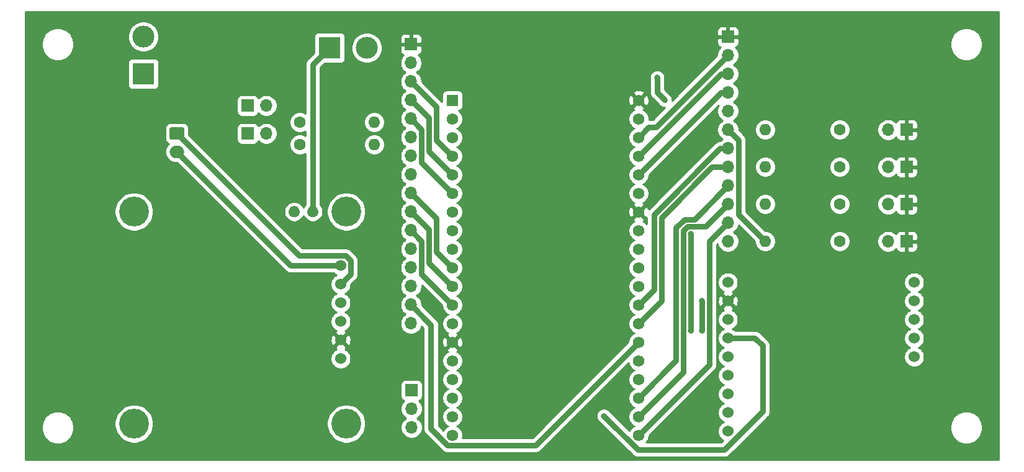
<source format=gbl>
G04 #@! TF.GenerationSoftware,KiCad,Pcbnew,5.1.6-c6e7f7d~87~ubuntu20.04.1*
G04 #@! TF.CreationDate,2020-08-06T14:28:34-04:00*
G04 #@! TF.ProjectId,Onboard_Gateway,4f6e626f-6172-4645-9f47-617465776179,Leonardo Ward*
G04 #@! TF.SameCoordinates,Original*
G04 #@! TF.FileFunction,Copper,L2,Bot*
G04 #@! TF.FilePolarity,Positive*
%FSLAX46Y46*%
G04 Gerber Fmt 4.6, Leading zero omitted, Abs format (unit mm)*
G04 Created by KiCad (PCBNEW 5.1.6-c6e7f7d~87~ubuntu20.04.1) date 2020-08-06 14:28:34*
%MOMM*%
%LPD*%
G01*
G04 APERTURE LIST*
G04 #@! TA.AperFunction,ComponentPad*
%ADD10C,0.100000*%
G04 #@! TD*
G04 #@! TA.AperFunction,ComponentPad*
%ADD11C,1.524000*%
G04 #@! TD*
G04 #@! TA.AperFunction,ComponentPad*
%ADD12C,4.064000*%
G04 #@! TD*
G04 #@! TA.AperFunction,ComponentPad*
%ADD13R,1.700000X1.700000*%
G04 #@! TD*
G04 #@! TA.AperFunction,ComponentPad*
%ADD14O,1.700000X1.700000*%
G04 #@! TD*
G04 #@! TA.AperFunction,ComponentPad*
%ADD15R,3.000000X3.000000*%
G04 #@! TD*
G04 #@! TA.AperFunction,ComponentPad*
%ADD16C,3.000000*%
G04 #@! TD*
G04 #@! TA.AperFunction,ComponentPad*
%ADD17R,1.560000X1.560000*%
G04 #@! TD*
G04 #@! TA.AperFunction,ComponentPad*
%ADD18C,1.560000*%
G04 #@! TD*
G04 #@! TA.AperFunction,ComponentPad*
%ADD19O,2.000000X1.700000*%
G04 #@! TD*
G04 #@! TA.AperFunction,ComponentPad*
%ADD20O,1.600000X1.600000*%
G04 #@! TD*
G04 #@! TA.AperFunction,ComponentPad*
%ADD21C,1.600000*%
G04 #@! TD*
G04 #@! TA.AperFunction,ViaPad*
%ADD22C,0.800000*%
G04 #@! TD*
G04 #@! TA.AperFunction,Conductor*
%ADD23C,0.800000*%
G04 #@! TD*
G04 #@! TA.AperFunction,Conductor*
%ADD24C,0.254000*%
G04 #@! TD*
G04 APERTURE END LIST*
G04 #@! TA.AperFunction,ComponentPad*
D10*
G36*
X133969809Y-91194247D02*
G01*
X134043151Y-91208836D01*
X134114710Y-91230543D01*
X134183797Y-91259160D01*
X134249746Y-91294411D01*
X134311923Y-91335956D01*
X134369728Y-91383395D01*
X134422605Y-91436272D01*
X134470044Y-91494077D01*
X134511589Y-91556254D01*
X134546840Y-91622203D01*
X134575457Y-91691290D01*
X134597164Y-91762849D01*
X134611753Y-91836191D01*
X134619082Y-91910610D01*
X134619082Y-91985390D01*
X134611753Y-92059809D01*
X134597164Y-92133151D01*
X134575457Y-92204710D01*
X134546840Y-92273797D01*
X134511589Y-92339746D01*
X134470044Y-92401923D01*
X134422605Y-92459728D01*
X134369728Y-92512605D01*
X134311923Y-92560044D01*
X134249746Y-92601589D01*
X134183797Y-92636840D01*
X134114710Y-92665457D01*
X134043151Y-92687164D01*
X133969809Y-92701753D01*
X133895390Y-92709082D01*
X133820610Y-92709082D01*
X133746191Y-92701753D01*
X133672849Y-92687164D01*
X133601290Y-92665457D01*
X133532203Y-92636840D01*
X133466254Y-92601589D01*
X133404077Y-92560044D01*
X133346272Y-92512605D01*
X133293395Y-92459728D01*
X133245956Y-92401923D01*
X133204411Y-92339746D01*
X133169160Y-92273797D01*
X133140543Y-92204710D01*
X133118836Y-92133151D01*
X133104247Y-92059809D01*
X133096918Y-91985390D01*
X133096918Y-91910610D01*
X133104247Y-91836191D01*
X133118836Y-91762849D01*
X133140543Y-91691290D01*
X133169160Y-91622203D01*
X133204411Y-91556254D01*
X133245956Y-91494077D01*
X133293395Y-91436272D01*
X133346272Y-91383395D01*
X133404077Y-91335956D01*
X133466254Y-91294411D01*
X133532203Y-91259160D01*
X133601290Y-91230543D01*
X133672849Y-91208836D01*
X133746191Y-91194247D01*
X133820610Y-91186918D01*
X133895390Y-91186918D01*
X133969809Y-91194247D01*
G37*
G04 #@! TD.AperFunction*
G04 #@! TA.AperFunction,ComponentPad*
G36*
X136509809Y-91194247D02*
G01*
X136583151Y-91208836D01*
X136654710Y-91230543D01*
X136723797Y-91259160D01*
X136789746Y-91294411D01*
X136851923Y-91335956D01*
X136909728Y-91383395D01*
X136962605Y-91436272D01*
X137010044Y-91494077D01*
X137051589Y-91556254D01*
X137086840Y-91622203D01*
X137115457Y-91691290D01*
X137137164Y-91762849D01*
X137151753Y-91836191D01*
X137159082Y-91910610D01*
X137159082Y-91985390D01*
X137151753Y-92059809D01*
X137137164Y-92133151D01*
X137115457Y-92204710D01*
X137086840Y-92273797D01*
X137051589Y-92339746D01*
X137010044Y-92401923D01*
X136962605Y-92459728D01*
X136909728Y-92512605D01*
X136851923Y-92560044D01*
X136789746Y-92601589D01*
X136723797Y-92636840D01*
X136654710Y-92665457D01*
X136583151Y-92687164D01*
X136509809Y-92701753D01*
X136435390Y-92709082D01*
X136360610Y-92709082D01*
X136286191Y-92701753D01*
X136212849Y-92687164D01*
X136141290Y-92665457D01*
X136072203Y-92636840D01*
X136006254Y-92601589D01*
X135944077Y-92560044D01*
X135886272Y-92512605D01*
X135833395Y-92459728D01*
X135785956Y-92401923D01*
X135744411Y-92339746D01*
X135709160Y-92273797D01*
X135680543Y-92204710D01*
X135658836Y-92133151D01*
X135644247Y-92059809D01*
X135636918Y-91985390D01*
X135636918Y-91910610D01*
X135644247Y-91836191D01*
X135658836Y-91762849D01*
X135680543Y-91691290D01*
X135709160Y-91622203D01*
X135744411Y-91556254D01*
X135785956Y-91494077D01*
X135833395Y-91436272D01*
X135886272Y-91383395D01*
X135944077Y-91335956D01*
X136006254Y-91294411D01*
X136072203Y-91259160D01*
X136141290Y-91230543D01*
X136212849Y-91208836D01*
X136286191Y-91194247D01*
X136360610Y-91186918D01*
X136435390Y-91186918D01*
X136509809Y-91194247D01*
G37*
G04 #@! TD.AperFunction*
D11*
X140208000Y-99314000D03*
X140208000Y-101854000D03*
X140208000Y-104394000D03*
X140208000Y-106934000D03*
X140208000Y-109474000D03*
X140208000Y-112014000D03*
D12*
X112014000Y-91948000D03*
X112014000Y-120904000D03*
X140970000Y-120904000D03*
X140970000Y-91948000D03*
D11*
X193040000Y-101600000D03*
X193040000Y-104140000D03*
X193040000Y-106680000D03*
X193040000Y-109220000D03*
X193040000Y-111760000D03*
X193040000Y-114300000D03*
X193040000Y-116840000D03*
X193040000Y-119380000D03*
X193040000Y-121920000D03*
X218440000Y-111760000D03*
X218440000Y-109220000D03*
X218440000Y-106680000D03*
X218440000Y-104140000D03*
X218440000Y-101600000D03*
D13*
X127508000Y-81280000D03*
D14*
X130048000Y-81280000D03*
D13*
X127508000Y-77470000D03*
D14*
X130048000Y-77470000D03*
D13*
X149860000Y-116332000D03*
D14*
X149860000Y-118872000D03*
X149860000Y-121412000D03*
D15*
X113284000Y-73152000D03*
D16*
X113284000Y-68072000D03*
D17*
X155448000Y-76760000D03*
D18*
X155448000Y-79300000D03*
X155448000Y-122480000D03*
X155448000Y-81840000D03*
X155448000Y-84380000D03*
X155448000Y-86920000D03*
X155448000Y-89460000D03*
X155448000Y-92000000D03*
X155448000Y-94540000D03*
X155448000Y-97080000D03*
X155448000Y-99620000D03*
X155448000Y-102160000D03*
X155448000Y-104700000D03*
X155448000Y-107240000D03*
X155448000Y-109780000D03*
X155448000Y-112320000D03*
X155448000Y-114860000D03*
X155448000Y-117400000D03*
X155448000Y-119940000D03*
X180848000Y-76760000D03*
X180848000Y-79300000D03*
X180848000Y-81840000D03*
X180848000Y-84380000D03*
X180848000Y-86920000D03*
X180848000Y-89460000D03*
X180848000Y-92000000D03*
X180848000Y-94540000D03*
X180848000Y-97080000D03*
X180848000Y-99620000D03*
X180848000Y-102160000D03*
X180848000Y-104700000D03*
X180848000Y-107240000D03*
X180848000Y-109780000D03*
X180848000Y-112320000D03*
X180848000Y-114860000D03*
X180848000Y-117400000D03*
X180848000Y-119940000D03*
X180848000Y-122480000D03*
G04 #@! TA.AperFunction,ComponentPad*
G36*
G01*
X117106000Y-80430000D02*
X118606000Y-80430000D01*
G75*
G02*
X118856000Y-80680000I0J-250000D01*
G01*
X118856000Y-81880000D01*
G75*
G02*
X118606000Y-82130000I-250000J0D01*
G01*
X117106000Y-82130000D01*
G75*
G02*
X116856000Y-81880000I0J250000D01*
G01*
X116856000Y-80680000D01*
G75*
G02*
X117106000Y-80430000I250000J0D01*
G01*
G37*
G04 #@! TD.AperFunction*
D19*
X117856000Y-83780000D03*
D15*
X138684000Y-69596000D03*
D16*
X143764000Y-69596000D03*
D20*
X144780000Y-79756000D03*
D21*
X134620000Y-79756000D03*
X134620000Y-82804000D03*
D20*
X144780000Y-82804000D03*
D13*
X149783800Y-69113400D03*
D14*
X149783800Y-71653400D03*
X149783800Y-74193400D03*
X149783800Y-76733400D03*
X149783800Y-79273400D03*
X149783800Y-81813400D03*
X149783800Y-84353400D03*
X149783800Y-86893400D03*
X149783800Y-89433400D03*
X149783800Y-91973400D03*
X149783800Y-94513400D03*
X149783800Y-97053400D03*
X149783800Y-99593400D03*
X149783800Y-102133400D03*
X149783800Y-104673400D03*
X149783800Y-107213400D03*
D13*
X193040000Y-68072000D03*
D14*
X193040000Y-70612000D03*
X193040000Y-73152000D03*
X193040000Y-75692000D03*
X193040000Y-78232000D03*
X193040000Y-80772000D03*
X193040000Y-83312000D03*
X193040000Y-85852000D03*
X193040000Y-88392000D03*
X193040000Y-90932000D03*
X193040000Y-93472000D03*
X193040000Y-96012000D03*
D13*
X217424000Y-80772000D03*
D14*
X214884000Y-80772000D03*
X214884000Y-85852000D03*
D13*
X217424000Y-85852000D03*
X217424000Y-96012000D03*
D14*
X214884000Y-96012000D03*
X214884000Y-90932000D03*
D13*
X217424000Y-90932000D03*
D20*
X198120000Y-80772000D03*
D21*
X208280000Y-80772000D03*
X208280000Y-85852000D03*
D20*
X198120000Y-85852000D03*
D21*
X208280000Y-96012000D03*
D20*
X198120000Y-96012000D03*
X198120000Y-90932000D03*
D21*
X208280000Y-90932000D03*
D22*
X187960000Y-108204000D03*
X187960000Y-94996000D03*
X189484000Y-108204000D03*
X189484000Y-104140000D03*
X183388000Y-73660000D03*
X184404000Y-76708000D03*
X176123600Y-119837200D03*
D23*
X136398000Y-91948000D02*
X136398000Y-71882000D01*
X136398000Y-71882000D02*
X138684000Y-69596000D01*
X133390000Y-99314000D02*
X140208000Y-99314000D01*
X117856000Y-83780000D02*
X133390000Y-99314000D01*
X141570001Y-100491999D02*
X140208000Y-101854000D01*
X141570001Y-98660239D02*
X141570001Y-100491999D01*
X140861761Y-97951999D02*
X141570001Y-98660239D01*
X134527999Y-97951999D02*
X140861761Y-97951999D01*
X117856000Y-81280000D02*
X134527999Y-97951999D01*
X187960000Y-108204000D02*
X187960000Y-94996000D01*
X189484000Y-108204000D02*
X189484000Y-104140000D01*
X153233821Y-77643421D02*
X149783800Y-74193400D01*
X153233821Y-82165821D02*
X153233821Y-77643421D01*
X155448000Y-84380000D02*
X153233821Y-82165821D01*
X152233811Y-83705811D02*
X152233811Y-79183411D01*
X152233811Y-79183411D02*
X149783800Y-76733400D01*
X155448000Y-86920000D02*
X152233811Y-83705811D01*
X151233801Y-85245801D02*
X151233801Y-80723401D01*
X151233801Y-80723401D02*
X149783800Y-79273400D01*
X155448000Y-89460000D02*
X151233801Y-85245801D01*
X153233821Y-92883421D02*
X149783800Y-89433400D01*
X153233821Y-97405821D02*
X153233821Y-92883421D01*
X155448000Y-99620000D02*
X153233821Y-97405821D01*
X152233811Y-94423411D02*
X149783800Y-91973400D01*
X152233811Y-98945811D02*
X152233811Y-94423411D01*
X155448000Y-102160000D02*
X152233811Y-98945811D01*
X151233801Y-95963401D02*
X149783800Y-94513400D01*
X151233801Y-100485801D02*
X151233801Y-95963401D01*
X155448000Y-104700000D02*
X151233801Y-100485801D01*
X192076000Y-73152000D02*
X193040000Y-73152000D01*
X180848000Y-84380000D02*
X192076000Y-73152000D01*
X192076000Y-75692000D02*
X193040000Y-75692000D01*
X180848000Y-86920000D02*
X192076000Y-75692000D01*
X183959960Y-104128040D02*
X183959960Y-92747813D01*
X180848000Y-107240000D02*
X183959960Y-104128040D01*
X190855773Y-85852000D02*
X193040000Y-85852000D01*
X183959960Y-92747813D02*
X190855773Y-85852000D01*
X185959980Y-112288020D02*
X185959980Y-94167566D01*
X180848000Y-117400000D02*
X185959980Y-112288020D01*
X188436020Y-92995980D02*
X193040000Y-88392000D01*
X187131566Y-92995980D02*
X188436020Y-92995980D01*
X185959980Y-94167566D02*
X187131566Y-92995980D01*
X186959990Y-113828010D02*
X186959990Y-94581783D01*
X180848000Y-119940000D02*
X186959990Y-113828010D01*
X189976010Y-93995990D02*
X193040000Y-90932000D01*
X187545783Y-93995990D02*
X189976010Y-93995990D01*
X186959990Y-94581783D02*
X187545783Y-93995990D01*
X190484010Y-96027990D02*
X193040000Y-93472000D01*
X190484010Y-112843990D02*
X190484010Y-96027990D01*
X180848000Y-122480000D02*
X190484010Y-112843990D01*
X183192001Y-80459999D02*
X193040000Y-70612000D01*
X182228001Y-80459999D02*
X183192001Y-80459999D01*
X180848000Y-81840000D02*
X182228001Y-80459999D01*
X183388000Y-75692000D02*
X184404000Y-76708000D01*
X183388000Y-73660000D02*
X183388000Y-75692000D01*
X194490001Y-82222001D02*
X194490001Y-92382001D01*
X194490001Y-92382001D02*
X198120000Y-96012000D01*
X193040000Y-80772000D02*
X194490001Y-82222001D01*
X180848000Y-104700000D02*
X182959950Y-102588050D01*
X191981546Y-83312000D02*
X193040000Y-83312000D01*
X182959950Y-92333596D02*
X191981546Y-83312000D01*
X182959950Y-102588050D02*
X182959950Y-92333596D01*
X149783800Y-104673400D02*
X152527000Y-107416600D01*
X166767999Y-123860001D02*
X180848000Y-109780000D01*
X154785599Y-123860001D02*
X166767999Y-123860001D01*
X152527000Y-121601402D02*
X154785599Y-123860001D01*
X152527000Y-107416600D02*
X152527000Y-121601402D01*
X193040000Y-109220000D02*
X196723000Y-109220000D01*
X196723000Y-109220000D02*
X197764400Y-110261400D01*
X197764400Y-119211362D02*
X192515762Y-124460000D01*
X197764400Y-110261400D02*
X197764400Y-119211362D01*
X180746400Y-124460000D02*
X176123600Y-119837200D01*
X192515762Y-124460000D02*
X180746400Y-124460000D01*
D24*
G36*
X229972001Y-125832000D02*
G01*
X97180000Y-125832000D01*
X97180000Y-121191872D01*
X99365000Y-121191872D01*
X99365000Y-121632128D01*
X99450890Y-122063925D01*
X99619369Y-122470669D01*
X99863962Y-122836729D01*
X100175271Y-123148038D01*
X100541331Y-123392631D01*
X100948075Y-123561110D01*
X101379872Y-123647000D01*
X101820128Y-123647000D01*
X102251925Y-123561110D01*
X102658669Y-123392631D01*
X103024729Y-123148038D01*
X103336038Y-122836729D01*
X103580631Y-122470669D01*
X103749110Y-122063925D01*
X103835000Y-121632128D01*
X103835000Y-121191872D01*
X103749110Y-120760075D01*
X103699922Y-120641323D01*
X109347000Y-120641323D01*
X109347000Y-121166677D01*
X109449492Y-121681935D01*
X109650536Y-122167298D01*
X109942406Y-122604113D01*
X110313887Y-122975594D01*
X110750702Y-123267464D01*
X111236065Y-123468508D01*
X111751323Y-123571000D01*
X112276677Y-123571000D01*
X112791935Y-123468508D01*
X113277298Y-123267464D01*
X113714113Y-122975594D01*
X114085594Y-122604113D01*
X114377464Y-122167298D01*
X114578508Y-121681935D01*
X114681000Y-121166677D01*
X114681000Y-120641323D01*
X138303000Y-120641323D01*
X138303000Y-121166677D01*
X138405492Y-121681935D01*
X138606536Y-122167298D01*
X138898406Y-122604113D01*
X139269887Y-122975594D01*
X139706702Y-123267464D01*
X140192065Y-123468508D01*
X140707323Y-123571000D01*
X141232677Y-123571000D01*
X141747935Y-123468508D01*
X142233298Y-123267464D01*
X142670113Y-122975594D01*
X143041594Y-122604113D01*
X143333464Y-122167298D01*
X143534508Y-121681935D01*
X143637000Y-121166677D01*
X143637000Y-120641323D01*
X143534508Y-120126065D01*
X143333464Y-119640702D01*
X143041594Y-119203887D01*
X142670113Y-118832406D01*
X142233298Y-118540536D01*
X141747935Y-118339492D01*
X141232677Y-118237000D01*
X140707323Y-118237000D01*
X140192065Y-118339492D01*
X139706702Y-118540536D01*
X139269887Y-118832406D01*
X138898406Y-119203887D01*
X138606536Y-119640702D01*
X138405492Y-120126065D01*
X138303000Y-120641323D01*
X114681000Y-120641323D01*
X114578508Y-120126065D01*
X114377464Y-119640702D01*
X114085594Y-119203887D01*
X113714113Y-118832406D01*
X113277298Y-118540536D01*
X112791935Y-118339492D01*
X112276677Y-118237000D01*
X111751323Y-118237000D01*
X111236065Y-118339492D01*
X110750702Y-118540536D01*
X110313887Y-118832406D01*
X109942406Y-119203887D01*
X109650536Y-119640702D01*
X109449492Y-120126065D01*
X109347000Y-120641323D01*
X103699922Y-120641323D01*
X103580631Y-120353331D01*
X103336038Y-119987271D01*
X103024729Y-119675962D01*
X102658669Y-119431369D01*
X102251925Y-119262890D01*
X101820128Y-119177000D01*
X101379872Y-119177000D01*
X100948075Y-119262890D01*
X100541331Y-119431369D01*
X100175271Y-119675962D01*
X99863962Y-119987271D01*
X99619369Y-120353331D01*
X99450890Y-120760075D01*
X99365000Y-121191872D01*
X97180000Y-121191872D01*
X97180000Y-115482000D01*
X148371928Y-115482000D01*
X148371928Y-117182000D01*
X148384188Y-117306482D01*
X148420498Y-117426180D01*
X148479463Y-117536494D01*
X148558815Y-117633185D01*
X148655506Y-117712537D01*
X148765820Y-117771502D01*
X148838380Y-117793513D01*
X148706525Y-117925368D01*
X148544010Y-118168589D01*
X148432068Y-118438842D01*
X148375000Y-118725740D01*
X148375000Y-119018260D01*
X148432068Y-119305158D01*
X148544010Y-119575411D01*
X148706525Y-119818632D01*
X148913368Y-120025475D01*
X149087760Y-120142000D01*
X148913368Y-120258525D01*
X148706525Y-120465368D01*
X148544010Y-120708589D01*
X148432068Y-120978842D01*
X148375000Y-121265740D01*
X148375000Y-121558260D01*
X148432068Y-121845158D01*
X148544010Y-122115411D01*
X148706525Y-122358632D01*
X148913368Y-122565475D01*
X149156589Y-122727990D01*
X149426842Y-122839932D01*
X149713740Y-122897000D01*
X150006260Y-122897000D01*
X150293158Y-122839932D01*
X150563411Y-122727990D01*
X150806632Y-122565475D01*
X151013475Y-122358632D01*
X151175990Y-122115411D01*
X151287932Y-121845158D01*
X151345000Y-121558260D01*
X151345000Y-121265740D01*
X151287932Y-120978842D01*
X151175990Y-120708589D01*
X151013475Y-120465368D01*
X150806632Y-120258525D01*
X150632240Y-120142000D01*
X150806632Y-120025475D01*
X151013475Y-119818632D01*
X151175990Y-119575411D01*
X151287932Y-119305158D01*
X151345000Y-119018260D01*
X151345000Y-118725740D01*
X151287932Y-118438842D01*
X151175990Y-118168589D01*
X151013475Y-117925368D01*
X150881620Y-117793513D01*
X150954180Y-117771502D01*
X151064494Y-117712537D01*
X151161185Y-117633185D01*
X151240537Y-117536494D01*
X151299502Y-117426180D01*
X151335812Y-117306482D01*
X151348072Y-117182000D01*
X151348072Y-115482000D01*
X151335812Y-115357518D01*
X151299502Y-115237820D01*
X151240537Y-115127506D01*
X151161185Y-115030815D01*
X151064494Y-114951463D01*
X150954180Y-114892498D01*
X150834482Y-114856188D01*
X150710000Y-114843928D01*
X149010000Y-114843928D01*
X148885518Y-114856188D01*
X148765820Y-114892498D01*
X148655506Y-114951463D01*
X148558815Y-115030815D01*
X148479463Y-115127506D01*
X148420498Y-115237820D01*
X148384188Y-115357518D01*
X148371928Y-115482000D01*
X97180000Y-115482000D01*
X97180000Y-111876408D01*
X138811000Y-111876408D01*
X138811000Y-112151592D01*
X138864686Y-112421490D01*
X138969995Y-112675727D01*
X139122880Y-112904535D01*
X139317465Y-113099120D01*
X139546273Y-113252005D01*
X139800510Y-113357314D01*
X140070408Y-113411000D01*
X140345592Y-113411000D01*
X140615490Y-113357314D01*
X140869727Y-113252005D01*
X141098535Y-113099120D01*
X141293120Y-112904535D01*
X141446005Y-112675727D01*
X141551314Y-112421490D01*
X141605000Y-112151592D01*
X141605000Y-111876408D01*
X141551314Y-111606510D01*
X141446005Y-111352273D01*
X141293120Y-111123465D01*
X141098535Y-110928880D01*
X140869727Y-110775995D01*
X140798057Y-110746308D01*
X140811023Y-110741636D01*
X140926980Y-110679656D01*
X140993960Y-110439565D01*
X140208000Y-109653605D01*
X139422040Y-110439565D01*
X139489020Y-110679656D01*
X139624760Y-110743485D01*
X139546273Y-110775995D01*
X139317465Y-110928880D01*
X139122880Y-111123465D01*
X138969995Y-111352273D01*
X138864686Y-111606510D01*
X138811000Y-111876408D01*
X97180000Y-111876408D01*
X97180000Y-109546017D01*
X138806090Y-109546017D01*
X138847078Y-109818133D01*
X138940364Y-110077023D01*
X139002344Y-110192980D01*
X139242435Y-110259960D01*
X140028395Y-109474000D01*
X140387605Y-109474000D01*
X141173565Y-110259960D01*
X141413656Y-110192980D01*
X141530756Y-109943952D01*
X141597023Y-109676865D01*
X141609910Y-109401983D01*
X141568922Y-109129867D01*
X141475636Y-108870977D01*
X141413656Y-108755020D01*
X141173565Y-108688040D01*
X140387605Y-109474000D01*
X140028395Y-109474000D01*
X139242435Y-108688040D01*
X139002344Y-108755020D01*
X138885244Y-109004048D01*
X138818977Y-109271135D01*
X138806090Y-109546017D01*
X97180000Y-109546017D01*
X97180000Y-91685323D01*
X109347000Y-91685323D01*
X109347000Y-92210677D01*
X109449492Y-92725935D01*
X109650536Y-93211298D01*
X109942406Y-93648113D01*
X110313887Y-94019594D01*
X110750702Y-94311464D01*
X111236065Y-94512508D01*
X111751323Y-94615000D01*
X112276677Y-94615000D01*
X112791935Y-94512508D01*
X113277298Y-94311464D01*
X113714113Y-94019594D01*
X114085594Y-93648113D01*
X114377464Y-93211298D01*
X114578508Y-92725935D01*
X114681000Y-92210677D01*
X114681000Y-91685323D01*
X114578508Y-91170065D01*
X114377464Y-90684702D01*
X114085594Y-90247887D01*
X113714113Y-89876406D01*
X113277298Y-89584536D01*
X112791935Y-89383492D01*
X112276677Y-89281000D01*
X111751323Y-89281000D01*
X111236065Y-89383492D01*
X110750702Y-89584536D01*
X110313887Y-89876406D01*
X109942406Y-90247887D01*
X109650536Y-90684702D01*
X109449492Y-91170065D01*
X109347000Y-91685323D01*
X97180000Y-91685323D01*
X97180000Y-83780000D01*
X116213815Y-83780000D01*
X116242487Y-84071111D01*
X116327401Y-84351034D01*
X116465294Y-84609014D01*
X116650866Y-84835134D01*
X116876986Y-85020706D01*
X117134966Y-85158599D01*
X117414889Y-85243513D01*
X117633050Y-85265000D01*
X117877290Y-85265000D01*
X132622197Y-100009908D01*
X132654604Y-100049396D01*
X132694092Y-100081803D01*
X132728983Y-100110437D01*
X132812203Y-100178734D01*
X132992007Y-100274841D01*
X133187105Y-100334024D01*
X133339162Y-100349000D01*
X133339171Y-100349000D01*
X133389999Y-100354006D01*
X133440827Y-100349000D01*
X139267345Y-100349000D01*
X139317465Y-100399120D01*
X139546273Y-100552005D01*
X139623515Y-100584000D01*
X139546273Y-100615995D01*
X139317465Y-100768880D01*
X139122880Y-100963465D01*
X138969995Y-101192273D01*
X138864686Y-101446510D01*
X138811000Y-101716408D01*
X138811000Y-101991592D01*
X138864686Y-102261490D01*
X138969995Y-102515727D01*
X139122880Y-102744535D01*
X139317465Y-102939120D01*
X139546273Y-103092005D01*
X139623515Y-103124000D01*
X139546273Y-103155995D01*
X139317465Y-103308880D01*
X139122880Y-103503465D01*
X138969995Y-103732273D01*
X138864686Y-103986510D01*
X138811000Y-104256408D01*
X138811000Y-104531592D01*
X138864686Y-104801490D01*
X138969995Y-105055727D01*
X139122880Y-105284535D01*
X139317465Y-105479120D01*
X139546273Y-105632005D01*
X139623515Y-105664000D01*
X139546273Y-105695995D01*
X139317465Y-105848880D01*
X139122880Y-106043465D01*
X138969995Y-106272273D01*
X138864686Y-106526510D01*
X138811000Y-106796408D01*
X138811000Y-107071592D01*
X138864686Y-107341490D01*
X138969995Y-107595727D01*
X139122880Y-107824535D01*
X139317465Y-108019120D01*
X139546273Y-108172005D01*
X139617943Y-108201692D01*
X139604977Y-108206364D01*
X139489020Y-108268344D01*
X139422040Y-108508435D01*
X140208000Y-109294395D01*
X140993960Y-108508435D01*
X140926980Y-108268344D01*
X140791240Y-108204515D01*
X140869727Y-108172005D01*
X141098535Y-108019120D01*
X141293120Y-107824535D01*
X141446005Y-107595727D01*
X141551314Y-107341490D01*
X141605000Y-107071592D01*
X141605000Y-106796408D01*
X141551314Y-106526510D01*
X141446005Y-106272273D01*
X141293120Y-106043465D01*
X141098535Y-105848880D01*
X140869727Y-105695995D01*
X140792485Y-105664000D01*
X140869727Y-105632005D01*
X141098535Y-105479120D01*
X141293120Y-105284535D01*
X141446005Y-105055727D01*
X141551314Y-104801490D01*
X141605000Y-104531592D01*
X141605000Y-104256408D01*
X141551314Y-103986510D01*
X141446005Y-103732273D01*
X141293120Y-103503465D01*
X141098535Y-103308880D01*
X140869727Y-103155995D01*
X140792485Y-103124000D01*
X140869727Y-103092005D01*
X141098535Y-102939120D01*
X141293120Y-102744535D01*
X141446005Y-102515727D01*
X141551314Y-102261490D01*
X141605000Y-101991592D01*
X141605000Y-101920710D01*
X142265909Y-101259802D01*
X142305397Y-101227395D01*
X142362272Y-101158093D01*
X142434735Y-101069797D01*
X142505035Y-100938273D01*
X142530842Y-100889992D01*
X142590025Y-100694894D01*
X142605001Y-100542837D01*
X142605001Y-100542828D01*
X142610007Y-100492000D01*
X142605001Y-100441172D01*
X142605001Y-98711074D01*
X142610008Y-98660239D01*
X142605001Y-98609401D01*
X142590025Y-98457344D01*
X142540467Y-98293976D01*
X142530842Y-98262245D01*
X142434735Y-98082441D01*
X142337804Y-97964331D01*
X142305397Y-97924843D01*
X142265909Y-97892436D01*
X141629568Y-97256096D01*
X141597157Y-97216603D01*
X141439558Y-97087265D01*
X141259754Y-96991158D01*
X141064656Y-96931975D01*
X140912599Y-96916999D01*
X140912589Y-96916999D01*
X140861761Y-96911993D01*
X140810933Y-96916999D01*
X134956710Y-96916999D01*
X129913022Y-91873311D01*
X132461597Y-91873311D01*
X132461597Y-92022689D01*
X132473857Y-92147170D01*
X132502999Y-92293678D01*
X132539310Y-92413379D01*
X132596475Y-92551386D01*
X132655438Y-92661696D01*
X132738428Y-92785900D01*
X132817781Y-92882593D01*
X132923407Y-92988219D01*
X133020100Y-93067572D01*
X133144304Y-93150562D01*
X133254614Y-93209525D01*
X133392621Y-93266690D01*
X133512322Y-93303001D01*
X133658830Y-93332143D01*
X133783311Y-93344403D01*
X133932689Y-93344403D01*
X134057170Y-93332143D01*
X134203678Y-93303001D01*
X134323379Y-93266690D01*
X134461386Y-93209525D01*
X134571696Y-93150562D01*
X134695900Y-93067572D01*
X134792593Y-92988219D01*
X134898219Y-92882593D01*
X134977572Y-92785900D01*
X135060562Y-92661696D01*
X135119525Y-92551386D01*
X135128000Y-92530926D01*
X135136475Y-92551386D01*
X135195438Y-92661696D01*
X135278428Y-92785900D01*
X135357781Y-92882593D01*
X135463407Y-92988219D01*
X135560100Y-93067572D01*
X135684304Y-93150562D01*
X135794614Y-93209525D01*
X135932621Y-93266690D01*
X136052322Y-93303001D01*
X136198830Y-93332143D01*
X136323311Y-93344403D01*
X136472689Y-93344403D01*
X136597170Y-93332143D01*
X136743678Y-93303001D01*
X136863379Y-93266690D01*
X137001386Y-93209525D01*
X137111696Y-93150562D01*
X137235900Y-93067572D01*
X137332593Y-92988219D01*
X137438219Y-92882593D01*
X137517572Y-92785900D01*
X137600562Y-92661696D01*
X137659525Y-92551386D01*
X137716690Y-92413379D01*
X137753001Y-92293678D01*
X137782143Y-92147170D01*
X137794403Y-92022689D01*
X137794403Y-91873311D01*
X137782143Y-91748830D01*
X137769511Y-91685323D01*
X138303000Y-91685323D01*
X138303000Y-92210677D01*
X138405492Y-92725935D01*
X138606536Y-93211298D01*
X138898406Y-93648113D01*
X139269887Y-94019594D01*
X139706702Y-94311464D01*
X140192065Y-94512508D01*
X140707323Y-94615000D01*
X141232677Y-94615000D01*
X141747935Y-94512508D01*
X142233298Y-94311464D01*
X142670113Y-94019594D01*
X143041594Y-93648113D01*
X143333464Y-93211298D01*
X143534508Y-92725935D01*
X143637000Y-92210677D01*
X143637000Y-91685323D01*
X143534508Y-91170065D01*
X143333464Y-90684702D01*
X143041594Y-90247887D01*
X142670113Y-89876406D01*
X142233298Y-89584536D01*
X141747935Y-89383492D01*
X141232677Y-89281000D01*
X140707323Y-89281000D01*
X140192065Y-89383492D01*
X139706702Y-89584536D01*
X139269887Y-89876406D01*
X138898406Y-90247887D01*
X138606536Y-90684702D01*
X138405492Y-91170065D01*
X138303000Y-91685323D01*
X137769511Y-91685323D01*
X137753001Y-91602322D01*
X137716690Y-91482621D01*
X137659525Y-91344614D01*
X137600562Y-91234304D01*
X137517572Y-91110100D01*
X137438219Y-91013407D01*
X137433000Y-91008188D01*
X137433000Y-82662665D01*
X143345000Y-82662665D01*
X143345000Y-82945335D01*
X143400147Y-83222574D01*
X143508320Y-83483727D01*
X143665363Y-83718759D01*
X143865241Y-83918637D01*
X144100273Y-84075680D01*
X144361426Y-84183853D01*
X144638665Y-84239000D01*
X144921335Y-84239000D01*
X145198574Y-84183853D01*
X145459727Y-84075680D01*
X145694759Y-83918637D01*
X145894637Y-83718759D01*
X146051680Y-83483727D01*
X146159853Y-83222574D01*
X146215000Y-82945335D01*
X146215000Y-82662665D01*
X146159853Y-82385426D01*
X146051680Y-82124273D01*
X145894637Y-81889241D01*
X145694759Y-81689363D01*
X145459727Y-81532320D01*
X145198574Y-81424147D01*
X144921335Y-81369000D01*
X144638665Y-81369000D01*
X144361426Y-81424147D01*
X144100273Y-81532320D01*
X143865241Y-81689363D01*
X143665363Y-81889241D01*
X143508320Y-82124273D01*
X143400147Y-82385426D01*
X143345000Y-82662665D01*
X137433000Y-82662665D01*
X137433000Y-79614665D01*
X143345000Y-79614665D01*
X143345000Y-79897335D01*
X143400147Y-80174574D01*
X143508320Y-80435727D01*
X143665363Y-80670759D01*
X143865241Y-80870637D01*
X144100273Y-81027680D01*
X144361426Y-81135853D01*
X144638665Y-81191000D01*
X144921335Y-81191000D01*
X145198574Y-81135853D01*
X145459727Y-81027680D01*
X145694759Y-80870637D01*
X145894637Y-80670759D01*
X146051680Y-80435727D01*
X146159853Y-80174574D01*
X146215000Y-79897335D01*
X146215000Y-79614665D01*
X146159853Y-79337426D01*
X146051680Y-79076273D01*
X145894637Y-78841241D01*
X145694759Y-78641363D01*
X145459727Y-78484320D01*
X145198574Y-78376147D01*
X144921335Y-78321000D01*
X144638665Y-78321000D01*
X144361426Y-78376147D01*
X144100273Y-78484320D01*
X143865241Y-78641363D01*
X143665363Y-78841241D01*
X143508320Y-79076273D01*
X143400147Y-79337426D01*
X143345000Y-79614665D01*
X137433000Y-79614665D01*
X137433000Y-72310710D01*
X138009638Y-71734072D01*
X140184000Y-71734072D01*
X140308482Y-71721812D01*
X140428180Y-71685502D01*
X140538494Y-71626537D01*
X140635185Y-71547185D01*
X140714537Y-71450494D01*
X140773502Y-71340180D01*
X140809812Y-71220482D01*
X140822072Y-71096000D01*
X140822072Y-69385721D01*
X141629000Y-69385721D01*
X141629000Y-69806279D01*
X141711047Y-70218756D01*
X141871988Y-70607302D01*
X142105637Y-70956983D01*
X142403017Y-71254363D01*
X142752698Y-71488012D01*
X143141244Y-71648953D01*
X143553721Y-71731000D01*
X143974279Y-71731000D01*
X144386756Y-71648953D01*
X144775302Y-71488012D01*
X145124983Y-71254363D01*
X145422363Y-70956983D01*
X145656012Y-70607302D01*
X145816953Y-70218756D01*
X145867746Y-69963400D01*
X148295728Y-69963400D01*
X148307988Y-70087882D01*
X148344298Y-70207580D01*
X148403263Y-70317894D01*
X148482615Y-70414585D01*
X148579306Y-70493937D01*
X148689620Y-70552902D01*
X148762180Y-70574913D01*
X148630325Y-70706768D01*
X148467810Y-70949989D01*
X148355868Y-71220242D01*
X148298800Y-71507140D01*
X148298800Y-71799660D01*
X148355868Y-72086558D01*
X148467810Y-72356811D01*
X148630325Y-72600032D01*
X148837168Y-72806875D01*
X149011560Y-72923400D01*
X148837168Y-73039925D01*
X148630325Y-73246768D01*
X148467810Y-73489989D01*
X148355868Y-73760242D01*
X148298800Y-74047140D01*
X148298800Y-74339660D01*
X148355868Y-74626558D01*
X148467810Y-74896811D01*
X148630325Y-75140032D01*
X148837168Y-75346875D01*
X149011560Y-75463400D01*
X148837168Y-75579925D01*
X148630325Y-75786768D01*
X148467810Y-76029989D01*
X148355868Y-76300242D01*
X148298800Y-76587140D01*
X148298800Y-76879660D01*
X148355868Y-77166558D01*
X148467810Y-77436811D01*
X148630325Y-77680032D01*
X148837168Y-77886875D01*
X149011560Y-78003400D01*
X148837168Y-78119925D01*
X148630325Y-78326768D01*
X148467810Y-78569989D01*
X148355868Y-78840242D01*
X148298800Y-79127140D01*
X148298800Y-79419660D01*
X148355868Y-79706558D01*
X148467810Y-79976811D01*
X148630325Y-80220032D01*
X148837168Y-80426875D01*
X149011560Y-80543400D01*
X148837168Y-80659925D01*
X148630325Y-80866768D01*
X148467810Y-81109989D01*
X148355868Y-81380242D01*
X148298800Y-81667140D01*
X148298800Y-81959660D01*
X148355868Y-82246558D01*
X148467810Y-82516811D01*
X148630325Y-82760032D01*
X148837168Y-82966875D01*
X149011560Y-83083400D01*
X148837168Y-83199925D01*
X148630325Y-83406768D01*
X148467810Y-83649989D01*
X148355868Y-83920242D01*
X148298800Y-84207140D01*
X148298800Y-84499660D01*
X148355868Y-84786558D01*
X148467810Y-85056811D01*
X148630325Y-85300032D01*
X148837168Y-85506875D01*
X149011560Y-85623400D01*
X148837168Y-85739925D01*
X148630325Y-85946768D01*
X148467810Y-86189989D01*
X148355868Y-86460242D01*
X148298800Y-86747140D01*
X148298800Y-87039660D01*
X148355868Y-87326558D01*
X148467810Y-87596811D01*
X148630325Y-87840032D01*
X148837168Y-88046875D01*
X149011560Y-88163400D01*
X148837168Y-88279925D01*
X148630325Y-88486768D01*
X148467810Y-88729989D01*
X148355868Y-89000242D01*
X148298800Y-89287140D01*
X148298800Y-89579660D01*
X148355868Y-89866558D01*
X148467810Y-90136811D01*
X148630325Y-90380032D01*
X148837168Y-90586875D01*
X149011560Y-90703400D01*
X148837168Y-90819925D01*
X148630325Y-91026768D01*
X148467810Y-91269989D01*
X148355868Y-91540242D01*
X148298800Y-91827140D01*
X148298800Y-92119660D01*
X148355868Y-92406558D01*
X148467810Y-92676811D01*
X148630325Y-92920032D01*
X148837168Y-93126875D01*
X149011560Y-93243400D01*
X148837168Y-93359925D01*
X148630325Y-93566768D01*
X148467810Y-93809989D01*
X148355868Y-94080242D01*
X148298800Y-94367140D01*
X148298800Y-94659660D01*
X148355868Y-94946558D01*
X148467810Y-95216811D01*
X148630325Y-95460032D01*
X148837168Y-95666875D01*
X149011560Y-95783400D01*
X148837168Y-95899925D01*
X148630325Y-96106768D01*
X148467810Y-96349989D01*
X148355868Y-96620242D01*
X148298800Y-96907140D01*
X148298800Y-97199660D01*
X148355868Y-97486558D01*
X148467810Y-97756811D01*
X148630325Y-98000032D01*
X148837168Y-98206875D01*
X149011560Y-98323400D01*
X148837168Y-98439925D01*
X148630325Y-98646768D01*
X148467810Y-98889989D01*
X148355868Y-99160242D01*
X148298800Y-99447140D01*
X148298800Y-99739660D01*
X148355868Y-100026558D01*
X148467810Y-100296811D01*
X148630325Y-100540032D01*
X148837168Y-100746875D01*
X149011560Y-100863400D01*
X148837168Y-100979925D01*
X148630325Y-101186768D01*
X148467810Y-101429989D01*
X148355868Y-101700242D01*
X148298800Y-101987140D01*
X148298800Y-102279660D01*
X148355868Y-102566558D01*
X148467810Y-102836811D01*
X148630325Y-103080032D01*
X148837168Y-103286875D01*
X149011560Y-103403400D01*
X148837168Y-103519925D01*
X148630325Y-103726768D01*
X148467810Y-103969989D01*
X148355868Y-104240242D01*
X148298800Y-104527140D01*
X148298800Y-104819660D01*
X148355868Y-105106558D01*
X148467810Y-105376811D01*
X148630325Y-105620032D01*
X148837168Y-105826875D01*
X149011560Y-105943400D01*
X148837168Y-106059925D01*
X148630325Y-106266768D01*
X148467810Y-106509989D01*
X148355868Y-106780242D01*
X148298800Y-107067140D01*
X148298800Y-107359660D01*
X148355868Y-107646558D01*
X148467810Y-107916811D01*
X148630325Y-108160032D01*
X148837168Y-108366875D01*
X149080389Y-108529390D01*
X149350642Y-108641332D01*
X149637540Y-108698400D01*
X149930060Y-108698400D01*
X150216958Y-108641332D01*
X150487211Y-108529390D01*
X150730432Y-108366875D01*
X150937275Y-108160032D01*
X151099790Y-107916811D01*
X151211732Y-107646558D01*
X151225256Y-107578567D01*
X151492000Y-107845311D01*
X151492001Y-121550564D01*
X151486994Y-121601402D01*
X151506977Y-121804297D01*
X151566160Y-121999395D01*
X151662266Y-122179199D01*
X151742616Y-122277105D01*
X151791605Y-122336798D01*
X151831092Y-122369204D01*
X154017796Y-124555909D01*
X154050203Y-124595397D01*
X154089691Y-124627804D01*
X154207801Y-124724735D01*
X154303908Y-124776105D01*
X154387606Y-124820842D01*
X154582704Y-124880025D01*
X154734761Y-124895001D01*
X154734770Y-124895001D01*
X154785598Y-124900007D01*
X154836426Y-124895001D01*
X166717171Y-124895001D01*
X166767999Y-124900007D01*
X166818827Y-124895001D01*
X166818837Y-124895001D01*
X166970894Y-124880025D01*
X167165992Y-124820842D01*
X167345796Y-124724735D01*
X167503395Y-124595397D01*
X167535806Y-124555904D01*
X179466073Y-112625638D01*
X179487377Y-112732740D01*
X179594043Y-112990254D01*
X179748897Y-113222010D01*
X179945990Y-113419103D01*
X180177746Y-113573957D01*
X180216477Y-113590000D01*
X180177746Y-113606043D01*
X179945990Y-113760897D01*
X179748897Y-113957990D01*
X179594043Y-114189746D01*
X179487377Y-114447260D01*
X179433000Y-114720635D01*
X179433000Y-114999365D01*
X179487377Y-115272740D01*
X179594043Y-115530254D01*
X179748897Y-115762010D01*
X179945990Y-115959103D01*
X180177746Y-116113957D01*
X180216477Y-116130000D01*
X180177746Y-116146043D01*
X179945990Y-116300897D01*
X179748897Y-116497990D01*
X179594043Y-116729746D01*
X179487377Y-116987260D01*
X179433000Y-117260635D01*
X179433000Y-117539365D01*
X179487377Y-117812740D01*
X179594043Y-118070254D01*
X179748897Y-118302010D01*
X179945990Y-118499103D01*
X180177746Y-118653957D01*
X180216477Y-118670000D01*
X180177746Y-118686043D01*
X179945990Y-118840897D01*
X179748897Y-119037990D01*
X179594043Y-119269746D01*
X179487377Y-119527260D01*
X179433000Y-119800635D01*
X179433000Y-120079365D01*
X179487377Y-120352740D01*
X179594043Y-120610254D01*
X179748897Y-120842010D01*
X179945990Y-121039103D01*
X180177746Y-121193957D01*
X180216477Y-121210000D01*
X180177746Y-121226043D01*
X179945990Y-121380897D01*
X179748897Y-121577990D01*
X179594043Y-121809746D01*
X179584030Y-121833919D01*
X176927539Y-119177429D01*
X176927537Y-119177426D01*
X176783374Y-119033263D01*
X176740883Y-119004871D01*
X176701397Y-118972466D01*
X176656348Y-118948387D01*
X176613856Y-118919995D01*
X176566636Y-118900436D01*
X176521593Y-118876360D01*
X176472722Y-118861535D01*
X176425498Y-118841974D01*
X176375368Y-118832003D01*
X176326495Y-118817177D01*
X176275667Y-118812171D01*
X176225539Y-118802200D01*
X176174428Y-118802200D01*
X176123600Y-118797194D01*
X176072772Y-118802200D01*
X176021661Y-118802200D01*
X175971533Y-118812171D01*
X175920705Y-118817177D01*
X175871832Y-118832003D01*
X175821702Y-118841974D01*
X175774478Y-118861535D01*
X175725607Y-118876360D01*
X175680564Y-118900436D01*
X175633344Y-118919995D01*
X175590852Y-118948387D01*
X175545803Y-118972466D01*
X175506316Y-119004872D01*
X175463826Y-119033263D01*
X175427692Y-119069397D01*
X175388204Y-119101804D01*
X175355797Y-119141292D01*
X175319663Y-119177426D01*
X175291272Y-119219916D01*
X175258866Y-119259403D01*
X175234787Y-119304452D01*
X175206395Y-119346944D01*
X175186836Y-119394164D01*
X175162760Y-119439207D01*
X175147935Y-119488078D01*
X175128374Y-119535302D01*
X175118403Y-119585432D01*
X175103577Y-119634305D01*
X175098571Y-119685133D01*
X175088600Y-119735261D01*
X175088600Y-119786372D01*
X175083594Y-119837200D01*
X175088600Y-119888028D01*
X175088600Y-119939139D01*
X175098571Y-119989267D01*
X175103577Y-120040095D01*
X175118403Y-120088968D01*
X175128374Y-120139098D01*
X175147935Y-120186322D01*
X175162760Y-120235193D01*
X175186836Y-120280236D01*
X175206395Y-120327456D01*
X175234787Y-120369948D01*
X175258866Y-120414997D01*
X175291271Y-120454483D01*
X175319663Y-120496974D01*
X175463826Y-120641137D01*
X175463829Y-120641139D01*
X179978597Y-125155908D01*
X180011004Y-125195396D01*
X180168603Y-125324734D01*
X180348407Y-125420841D01*
X180543505Y-125480024D01*
X180695562Y-125495000D01*
X180695571Y-125495000D01*
X180746399Y-125500006D01*
X180797227Y-125495000D01*
X192464934Y-125495000D01*
X192515762Y-125500006D01*
X192566590Y-125495000D01*
X192566600Y-125495000D01*
X192718657Y-125480024D01*
X192913755Y-125420841D01*
X193093559Y-125324734D01*
X193251158Y-125195396D01*
X193283569Y-125155903D01*
X197247600Y-121191872D01*
X223317000Y-121191872D01*
X223317000Y-121632128D01*
X223402890Y-122063925D01*
X223571369Y-122470669D01*
X223815962Y-122836729D01*
X224127271Y-123148038D01*
X224493331Y-123392631D01*
X224900075Y-123561110D01*
X225331872Y-123647000D01*
X225772128Y-123647000D01*
X226203925Y-123561110D01*
X226610669Y-123392631D01*
X226976729Y-123148038D01*
X227288038Y-122836729D01*
X227532631Y-122470669D01*
X227701110Y-122063925D01*
X227787000Y-121632128D01*
X227787000Y-121191872D01*
X227701110Y-120760075D01*
X227532631Y-120353331D01*
X227288038Y-119987271D01*
X226976729Y-119675962D01*
X226610669Y-119431369D01*
X226203925Y-119262890D01*
X225772128Y-119177000D01*
X225331872Y-119177000D01*
X224900075Y-119262890D01*
X224493331Y-119431369D01*
X224127271Y-119675962D01*
X223815962Y-119987271D01*
X223571369Y-120353331D01*
X223402890Y-120760075D01*
X223317000Y-121191872D01*
X197247600Y-121191872D01*
X198460308Y-119979165D01*
X198499796Y-119946758D01*
X198589708Y-119837200D01*
X198629134Y-119789160D01*
X198689639Y-119675962D01*
X198725241Y-119609355D01*
X198784424Y-119414257D01*
X198799400Y-119262200D01*
X198799400Y-119262191D01*
X198804406Y-119211363D01*
X198799400Y-119160535D01*
X198799400Y-110312227D01*
X198804406Y-110261399D01*
X198799400Y-110210571D01*
X198799400Y-110210562D01*
X198784424Y-110058505D01*
X198725241Y-109863407D01*
X198642547Y-109708697D01*
X198629134Y-109683602D01*
X198532203Y-109565492D01*
X198499796Y-109526004D01*
X198460308Y-109493597D01*
X197490807Y-108524097D01*
X197458396Y-108484604D01*
X197300797Y-108355266D01*
X197120993Y-108259159D01*
X196925895Y-108199976D01*
X196773838Y-108185000D01*
X196773828Y-108185000D01*
X196723000Y-108179994D01*
X196672172Y-108185000D01*
X193980655Y-108185000D01*
X193930535Y-108134880D01*
X193701727Y-107981995D01*
X193624485Y-107950000D01*
X193701727Y-107918005D01*
X193930535Y-107765120D01*
X194125120Y-107570535D01*
X194278005Y-107341727D01*
X194383314Y-107087490D01*
X194437000Y-106817592D01*
X194437000Y-106542408D01*
X194383314Y-106272510D01*
X194278005Y-106018273D01*
X194125120Y-105789465D01*
X193930535Y-105594880D01*
X193701727Y-105441995D01*
X193630057Y-105412308D01*
X193643023Y-105407636D01*
X193758980Y-105345656D01*
X193825960Y-105105565D01*
X193040000Y-104319605D01*
X192254040Y-105105565D01*
X192321020Y-105345656D01*
X192456760Y-105409485D01*
X192378273Y-105441995D01*
X192149465Y-105594880D01*
X191954880Y-105789465D01*
X191801995Y-106018273D01*
X191696686Y-106272510D01*
X191643000Y-106542408D01*
X191643000Y-106817592D01*
X191696686Y-107087490D01*
X191801995Y-107341727D01*
X191954880Y-107570535D01*
X192149465Y-107765120D01*
X192378273Y-107918005D01*
X192455515Y-107950000D01*
X192378273Y-107981995D01*
X192149465Y-108134880D01*
X191954880Y-108329465D01*
X191801995Y-108558273D01*
X191696686Y-108812510D01*
X191643000Y-109082408D01*
X191643000Y-109357592D01*
X191696686Y-109627490D01*
X191801995Y-109881727D01*
X191954880Y-110110535D01*
X192149465Y-110305120D01*
X192378273Y-110458005D01*
X192455515Y-110490000D01*
X192378273Y-110521995D01*
X192149465Y-110674880D01*
X191954880Y-110869465D01*
X191801995Y-111098273D01*
X191696686Y-111352510D01*
X191643000Y-111622408D01*
X191643000Y-111897592D01*
X191696686Y-112167490D01*
X191801995Y-112421727D01*
X191954880Y-112650535D01*
X192149465Y-112845120D01*
X192378273Y-112998005D01*
X192455515Y-113030000D01*
X192378273Y-113061995D01*
X192149465Y-113214880D01*
X191954880Y-113409465D01*
X191801995Y-113638273D01*
X191696686Y-113892510D01*
X191643000Y-114162408D01*
X191643000Y-114437592D01*
X191696686Y-114707490D01*
X191801995Y-114961727D01*
X191954880Y-115190535D01*
X192149465Y-115385120D01*
X192378273Y-115538005D01*
X192455515Y-115570000D01*
X192378273Y-115601995D01*
X192149465Y-115754880D01*
X191954880Y-115949465D01*
X191801995Y-116178273D01*
X191696686Y-116432510D01*
X191643000Y-116702408D01*
X191643000Y-116977592D01*
X191696686Y-117247490D01*
X191801995Y-117501727D01*
X191954880Y-117730535D01*
X192149465Y-117925120D01*
X192378273Y-118078005D01*
X192455515Y-118110000D01*
X192378273Y-118141995D01*
X192149465Y-118294880D01*
X191954880Y-118489465D01*
X191801995Y-118718273D01*
X191696686Y-118972510D01*
X191643000Y-119242408D01*
X191643000Y-119517592D01*
X191696686Y-119787490D01*
X191801995Y-120041727D01*
X191954880Y-120270535D01*
X192149465Y-120465120D01*
X192378273Y-120618005D01*
X192455515Y-120650000D01*
X192378273Y-120681995D01*
X192149465Y-120834880D01*
X191954880Y-121029465D01*
X191801995Y-121258273D01*
X191696686Y-121512510D01*
X191643000Y-121782408D01*
X191643000Y-122057592D01*
X191696686Y-122327490D01*
X191801995Y-122581727D01*
X191954880Y-122810535D01*
X192149465Y-123005120D01*
X192363751Y-123148301D01*
X192087052Y-123425000D01*
X181904113Y-123425000D01*
X181947103Y-123382010D01*
X182101957Y-123150254D01*
X182208623Y-122892740D01*
X182263000Y-122619365D01*
X182263000Y-122528710D01*
X191179918Y-113611793D01*
X191219406Y-113579386D01*
X191329694Y-113445000D01*
X191348744Y-113421788D01*
X191440452Y-113250213D01*
X191444851Y-113241983D01*
X191504034Y-113046885D01*
X191519010Y-112894828D01*
X191519010Y-112894819D01*
X191524016Y-112843991D01*
X191519010Y-112793163D01*
X191519010Y-104212017D01*
X191638090Y-104212017D01*
X191679078Y-104484133D01*
X191772364Y-104743023D01*
X191834344Y-104858980D01*
X192074435Y-104925960D01*
X192860395Y-104140000D01*
X193219605Y-104140000D01*
X194005565Y-104925960D01*
X194245656Y-104858980D01*
X194362756Y-104609952D01*
X194429023Y-104342865D01*
X194441910Y-104067983D01*
X194400922Y-103795867D01*
X194307636Y-103536977D01*
X194245656Y-103421020D01*
X194005565Y-103354040D01*
X193219605Y-104140000D01*
X192860395Y-104140000D01*
X192074435Y-103354040D01*
X191834344Y-103421020D01*
X191717244Y-103670048D01*
X191650977Y-103937135D01*
X191638090Y-104212017D01*
X191519010Y-104212017D01*
X191519010Y-101462408D01*
X191643000Y-101462408D01*
X191643000Y-101737592D01*
X191696686Y-102007490D01*
X191801995Y-102261727D01*
X191954880Y-102490535D01*
X192149465Y-102685120D01*
X192378273Y-102838005D01*
X192449943Y-102867692D01*
X192436977Y-102872364D01*
X192321020Y-102934344D01*
X192254040Y-103174435D01*
X193040000Y-103960395D01*
X193825960Y-103174435D01*
X193758980Y-102934344D01*
X193623240Y-102870515D01*
X193701727Y-102838005D01*
X193930535Y-102685120D01*
X194125120Y-102490535D01*
X194278005Y-102261727D01*
X194383314Y-102007490D01*
X194437000Y-101737592D01*
X194437000Y-101462408D01*
X217043000Y-101462408D01*
X217043000Y-101737592D01*
X217096686Y-102007490D01*
X217201995Y-102261727D01*
X217354880Y-102490535D01*
X217549465Y-102685120D01*
X217778273Y-102838005D01*
X217855515Y-102870000D01*
X217778273Y-102901995D01*
X217549465Y-103054880D01*
X217354880Y-103249465D01*
X217201995Y-103478273D01*
X217096686Y-103732510D01*
X217043000Y-104002408D01*
X217043000Y-104277592D01*
X217096686Y-104547490D01*
X217201995Y-104801727D01*
X217354880Y-105030535D01*
X217549465Y-105225120D01*
X217778273Y-105378005D01*
X217855515Y-105410000D01*
X217778273Y-105441995D01*
X217549465Y-105594880D01*
X217354880Y-105789465D01*
X217201995Y-106018273D01*
X217096686Y-106272510D01*
X217043000Y-106542408D01*
X217043000Y-106817592D01*
X217096686Y-107087490D01*
X217201995Y-107341727D01*
X217354880Y-107570535D01*
X217549465Y-107765120D01*
X217778273Y-107918005D01*
X217855515Y-107950000D01*
X217778273Y-107981995D01*
X217549465Y-108134880D01*
X217354880Y-108329465D01*
X217201995Y-108558273D01*
X217096686Y-108812510D01*
X217043000Y-109082408D01*
X217043000Y-109357592D01*
X217096686Y-109627490D01*
X217201995Y-109881727D01*
X217354880Y-110110535D01*
X217549465Y-110305120D01*
X217778273Y-110458005D01*
X217855515Y-110490000D01*
X217778273Y-110521995D01*
X217549465Y-110674880D01*
X217354880Y-110869465D01*
X217201995Y-111098273D01*
X217096686Y-111352510D01*
X217043000Y-111622408D01*
X217043000Y-111897592D01*
X217096686Y-112167490D01*
X217201995Y-112421727D01*
X217354880Y-112650535D01*
X217549465Y-112845120D01*
X217778273Y-112998005D01*
X218032510Y-113103314D01*
X218302408Y-113157000D01*
X218577592Y-113157000D01*
X218847490Y-113103314D01*
X219101727Y-112998005D01*
X219330535Y-112845120D01*
X219525120Y-112650535D01*
X219678005Y-112421727D01*
X219783314Y-112167490D01*
X219837000Y-111897592D01*
X219837000Y-111622408D01*
X219783314Y-111352510D01*
X219678005Y-111098273D01*
X219525120Y-110869465D01*
X219330535Y-110674880D01*
X219101727Y-110521995D01*
X219024485Y-110490000D01*
X219101727Y-110458005D01*
X219330535Y-110305120D01*
X219525120Y-110110535D01*
X219678005Y-109881727D01*
X219783314Y-109627490D01*
X219837000Y-109357592D01*
X219837000Y-109082408D01*
X219783314Y-108812510D01*
X219678005Y-108558273D01*
X219525120Y-108329465D01*
X219330535Y-108134880D01*
X219101727Y-107981995D01*
X219024485Y-107950000D01*
X219101727Y-107918005D01*
X219330535Y-107765120D01*
X219525120Y-107570535D01*
X219678005Y-107341727D01*
X219783314Y-107087490D01*
X219837000Y-106817592D01*
X219837000Y-106542408D01*
X219783314Y-106272510D01*
X219678005Y-106018273D01*
X219525120Y-105789465D01*
X219330535Y-105594880D01*
X219101727Y-105441995D01*
X219024485Y-105410000D01*
X219101727Y-105378005D01*
X219330535Y-105225120D01*
X219525120Y-105030535D01*
X219678005Y-104801727D01*
X219783314Y-104547490D01*
X219837000Y-104277592D01*
X219837000Y-104002408D01*
X219783314Y-103732510D01*
X219678005Y-103478273D01*
X219525120Y-103249465D01*
X219330535Y-103054880D01*
X219101727Y-102901995D01*
X219024485Y-102870000D01*
X219101727Y-102838005D01*
X219330535Y-102685120D01*
X219525120Y-102490535D01*
X219678005Y-102261727D01*
X219783314Y-102007490D01*
X219837000Y-101737592D01*
X219837000Y-101462408D01*
X219783314Y-101192510D01*
X219678005Y-100938273D01*
X219525120Y-100709465D01*
X219330535Y-100514880D01*
X219101727Y-100361995D01*
X218847490Y-100256686D01*
X218577592Y-100203000D01*
X218302408Y-100203000D01*
X218032510Y-100256686D01*
X217778273Y-100361995D01*
X217549465Y-100514880D01*
X217354880Y-100709465D01*
X217201995Y-100938273D01*
X217096686Y-101192510D01*
X217043000Y-101462408D01*
X194437000Y-101462408D01*
X194383314Y-101192510D01*
X194278005Y-100938273D01*
X194125120Y-100709465D01*
X193930535Y-100514880D01*
X193701727Y-100361995D01*
X193447490Y-100256686D01*
X193177592Y-100203000D01*
X192902408Y-100203000D01*
X192632510Y-100256686D01*
X192378273Y-100361995D01*
X192149465Y-100514880D01*
X191954880Y-100709465D01*
X191801995Y-100938273D01*
X191696686Y-101192510D01*
X191643000Y-101462408D01*
X191519010Y-101462408D01*
X191519010Y-96456700D01*
X191598544Y-96377167D01*
X191612068Y-96445158D01*
X191724010Y-96715411D01*
X191886525Y-96958632D01*
X192093368Y-97165475D01*
X192336589Y-97327990D01*
X192606842Y-97439932D01*
X192893740Y-97497000D01*
X193186260Y-97497000D01*
X193473158Y-97439932D01*
X193743411Y-97327990D01*
X193986632Y-97165475D01*
X194193475Y-96958632D01*
X194355990Y-96715411D01*
X194467932Y-96445158D01*
X194525000Y-96158260D01*
X194525000Y-95865740D01*
X194467932Y-95578842D01*
X194355990Y-95308589D01*
X194193475Y-95065368D01*
X193986632Y-94858525D01*
X193812240Y-94742000D01*
X193986632Y-94625475D01*
X194193475Y-94418632D01*
X194355990Y-94175411D01*
X194467932Y-93905158D01*
X194481456Y-93837167D01*
X196685000Y-96040711D01*
X196685000Y-96153335D01*
X196740147Y-96430574D01*
X196848320Y-96691727D01*
X197005363Y-96926759D01*
X197205241Y-97126637D01*
X197440273Y-97283680D01*
X197701426Y-97391853D01*
X197978665Y-97447000D01*
X198261335Y-97447000D01*
X198538574Y-97391853D01*
X198799727Y-97283680D01*
X199034759Y-97126637D01*
X199234637Y-96926759D01*
X199391680Y-96691727D01*
X199499853Y-96430574D01*
X199555000Y-96153335D01*
X199555000Y-95870665D01*
X206845000Y-95870665D01*
X206845000Y-96153335D01*
X206900147Y-96430574D01*
X207008320Y-96691727D01*
X207165363Y-96926759D01*
X207365241Y-97126637D01*
X207600273Y-97283680D01*
X207861426Y-97391853D01*
X208138665Y-97447000D01*
X208421335Y-97447000D01*
X208698574Y-97391853D01*
X208959727Y-97283680D01*
X209194759Y-97126637D01*
X209394637Y-96926759D01*
X209551680Y-96691727D01*
X209659853Y-96430574D01*
X209715000Y-96153335D01*
X209715000Y-95870665D01*
X209714021Y-95865740D01*
X213399000Y-95865740D01*
X213399000Y-96158260D01*
X213456068Y-96445158D01*
X213568010Y-96715411D01*
X213730525Y-96958632D01*
X213937368Y-97165475D01*
X214180589Y-97327990D01*
X214450842Y-97439932D01*
X214737740Y-97497000D01*
X215030260Y-97497000D01*
X215317158Y-97439932D01*
X215587411Y-97327990D01*
X215830632Y-97165475D01*
X215962487Y-97033620D01*
X215984498Y-97106180D01*
X216043463Y-97216494D01*
X216122815Y-97313185D01*
X216219506Y-97392537D01*
X216329820Y-97451502D01*
X216449518Y-97487812D01*
X216574000Y-97500072D01*
X217138250Y-97497000D01*
X217297000Y-97338250D01*
X217297000Y-96139000D01*
X217551000Y-96139000D01*
X217551000Y-97338250D01*
X217709750Y-97497000D01*
X218274000Y-97500072D01*
X218398482Y-97487812D01*
X218518180Y-97451502D01*
X218628494Y-97392537D01*
X218725185Y-97313185D01*
X218804537Y-97216494D01*
X218863502Y-97106180D01*
X218899812Y-96986482D01*
X218912072Y-96862000D01*
X218909000Y-96297750D01*
X218750250Y-96139000D01*
X217551000Y-96139000D01*
X217297000Y-96139000D01*
X217277000Y-96139000D01*
X217277000Y-95885000D01*
X217297000Y-95885000D01*
X217297000Y-94685750D01*
X217551000Y-94685750D01*
X217551000Y-95885000D01*
X218750250Y-95885000D01*
X218909000Y-95726250D01*
X218912072Y-95162000D01*
X218899812Y-95037518D01*
X218863502Y-94917820D01*
X218804537Y-94807506D01*
X218725185Y-94710815D01*
X218628494Y-94631463D01*
X218518180Y-94572498D01*
X218398482Y-94536188D01*
X218274000Y-94523928D01*
X217709750Y-94527000D01*
X217551000Y-94685750D01*
X217297000Y-94685750D01*
X217138250Y-94527000D01*
X216574000Y-94523928D01*
X216449518Y-94536188D01*
X216329820Y-94572498D01*
X216219506Y-94631463D01*
X216122815Y-94710815D01*
X216043463Y-94807506D01*
X215984498Y-94917820D01*
X215962487Y-94990380D01*
X215830632Y-94858525D01*
X215587411Y-94696010D01*
X215317158Y-94584068D01*
X215030260Y-94527000D01*
X214737740Y-94527000D01*
X214450842Y-94584068D01*
X214180589Y-94696010D01*
X213937368Y-94858525D01*
X213730525Y-95065368D01*
X213568010Y-95308589D01*
X213456068Y-95578842D01*
X213399000Y-95865740D01*
X209714021Y-95865740D01*
X209659853Y-95593426D01*
X209551680Y-95332273D01*
X209394637Y-95097241D01*
X209194759Y-94897363D01*
X208959727Y-94740320D01*
X208698574Y-94632147D01*
X208421335Y-94577000D01*
X208138665Y-94577000D01*
X207861426Y-94632147D01*
X207600273Y-94740320D01*
X207365241Y-94897363D01*
X207165363Y-95097241D01*
X207008320Y-95332273D01*
X206900147Y-95593426D01*
X206845000Y-95870665D01*
X199555000Y-95870665D01*
X199499853Y-95593426D01*
X199391680Y-95332273D01*
X199234637Y-95097241D01*
X199034759Y-94897363D01*
X198799727Y-94740320D01*
X198538574Y-94632147D01*
X198261335Y-94577000D01*
X198148711Y-94577000D01*
X195525001Y-91953291D01*
X195525001Y-90790665D01*
X196685000Y-90790665D01*
X196685000Y-91073335D01*
X196740147Y-91350574D01*
X196848320Y-91611727D01*
X197005363Y-91846759D01*
X197205241Y-92046637D01*
X197440273Y-92203680D01*
X197701426Y-92311853D01*
X197978665Y-92367000D01*
X198261335Y-92367000D01*
X198538574Y-92311853D01*
X198799727Y-92203680D01*
X199034759Y-92046637D01*
X199234637Y-91846759D01*
X199391680Y-91611727D01*
X199499853Y-91350574D01*
X199555000Y-91073335D01*
X199555000Y-90790665D01*
X206845000Y-90790665D01*
X206845000Y-91073335D01*
X206900147Y-91350574D01*
X207008320Y-91611727D01*
X207165363Y-91846759D01*
X207365241Y-92046637D01*
X207600273Y-92203680D01*
X207861426Y-92311853D01*
X208138665Y-92367000D01*
X208421335Y-92367000D01*
X208698574Y-92311853D01*
X208959727Y-92203680D01*
X209194759Y-92046637D01*
X209394637Y-91846759D01*
X209551680Y-91611727D01*
X209659853Y-91350574D01*
X209715000Y-91073335D01*
X209715000Y-90790665D01*
X209714021Y-90785740D01*
X213399000Y-90785740D01*
X213399000Y-91078260D01*
X213456068Y-91365158D01*
X213568010Y-91635411D01*
X213730525Y-91878632D01*
X213937368Y-92085475D01*
X214180589Y-92247990D01*
X214450842Y-92359932D01*
X214737740Y-92417000D01*
X215030260Y-92417000D01*
X215317158Y-92359932D01*
X215587411Y-92247990D01*
X215830632Y-92085475D01*
X215962487Y-91953620D01*
X215984498Y-92026180D01*
X216043463Y-92136494D01*
X216122815Y-92233185D01*
X216219506Y-92312537D01*
X216329820Y-92371502D01*
X216449518Y-92407812D01*
X216574000Y-92420072D01*
X217138250Y-92417000D01*
X217297000Y-92258250D01*
X217297000Y-91059000D01*
X217551000Y-91059000D01*
X217551000Y-92258250D01*
X217709750Y-92417000D01*
X218274000Y-92420072D01*
X218398482Y-92407812D01*
X218518180Y-92371502D01*
X218628494Y-92312537D01*
X218725185Y-92233185D01*
X218804537Y-92136494D01*
X218863502Y-92026180D01*
X218899812Y-91906482D01*
X218912072Y-91782000D01*
X218909000Y-91217750D01*
X218750250Y-91059000D01*
X217551000Y-91059000D01*
X217297000Y-91059000D01*
X217277000Y-91059000D01*
X217277000Y-90805000D01*
X217297000Y-90805000D01*
X217297000Y-89605750D01*
X217551000Y-89605750D01*
X217551000Y-90805000D01*
X218750250Y-90805000D01*
X218909000Y-90646250D01*
X218912072Y-90082000D01*
X218899812Y-89957518D01*
X218863502Y-89837820D01*
X218804537Y-89727506D01*
X218725185Y-89630815D01*
X218628494Y-89551463D01*
X218518180Y-89492498D01*
X218398482Y-89456188D01*
X218274000Y-89443928D01*
X217709750Y-89447000D01*
X217551000Y-89605750D01*
X217297000Y-89605750D01*
X217138250Y-89447000D01*
X216574000Y-89443928D01*
X216449518Y-89456188D01*
X216329820Y-89492498D01*
X216219506Y-89551463D01*
X216122815Y-89630815D01*
X216043463Y-89727506D01*
X215984498Y-89837820D01*
X215962487Y-89910380D01*
X215830632Y-89778525D01*
X215587411Y-89616010D01*
X215317158Y-89504068D01*
X215030260Y-89447000D01*
X214737740Y-89447000D01*
X214450842Y-89504068D01*
X214180589Y-89616010D01*
X213937368Y-89778525D01*
X213730525Y-89985368D01*
X213568010Y-90228589D01*
X213456068Y-90498842D01*
X213399000Y-90785740D01*
X209714021Y-90785740D01*
X209659853Y-90513426D01*
X209551680Y-90252273D01*
X209394637Y-90017241D01*
X209194759Y-89817363D01*
X208959727Y-89660320D01*
X208698574Y-89552147D01*
X208421335Y-89497000D01*
X208138665Y-89497000D01*
X207861426Y-89552147D01*
X207600273Y-89660320D01*
X207365241Y-89817363D01*
X207165363Y-90017241D01*
X207008320Y-90252273D01*
X206900147Y-90513426D01*
X206845000Y-90790665D01*
X199555000Y-90790665D01*
X199499853Y-90513426D01*
X199391680Y-90252273D01*
X199234637Y-90017241D01*
X199034759Y-89817363D01*
X198799727Y-89660320D01*
X198538574Y-89552147D01*
X198261335Y-89497000D01*
X197978665Y-89497000D01*
X197701426Y-89552147D01*
X197440273Y-89660320D01*
X197205241Y-89817363D01*
X197005363Y-90017241D01*
X196848320Y-90252273D01*
X196740147Y-90513426D01*
X196685000Y-90790665D01*
X195525001Y-90790665D01*
X195525001Y-85710665D01*
X196685000Y-85710665D01*
X196685000Y-85993335D01*
X196740147Y-86270574D01*
X196848320Y-86531727D01*
X197005363Y-86766759D01*
X197205241Y-86966637D01*
X197440273Y-87123680D01*
X197701426Y-87231853D01*
X197978665Y-87287000D01*
X198261335Y-87287000D01*
X198538574Y-87231853D01*
X198799727Y-87123680D01*
X199034759Y-86966637D01*
X199234637Y-86766759D01*
X199391680Y-86531727D01*
X199499853Y-86270574D01*
X199555000Y-85993335D01*
X199555000Y-85710665D01*
X206845000Y-85710665D01*
X206845000Y-85993335D01*
X206900147Y-86270574D01*
X207008320Y-86531727D01*
X207165363Y-86766759D01*
X207365241Y-86966637D01*
X207600273Y-87123680D01*
X207861426Y-87231853D01*
X208138665Y-87287000D01*
X208421335Y-87287000D01*
X208698574Y-87231853D01*
X208959727Y-87123680D01*
X209194759Y-86966637D01*
X209394637Y-86766759D01*
X209551680Y-86531727D01*
X209659853Y-86270574D01*
X209715000Y-85993335D01*
X209715000Y-85710665D01*
X209714021Y-85705740D01*
X213399000Y-85705740D01*
X213399000Y-85998260D01*
X213456068Y-86285158D01*
X213568010Y-86555411D01*
X213730525Y-86798632D01*
X213937368Y-87005475D01*
X214180589Y-87167990D01*
X214450842Y-87279932D01*
X214737740Y-87337000D01*
X215030260Y-87337000D01*
X215317158Y-87279932D01*
X215587411Y-87167990D01*
X215830632Y-87005475D01*
X215962487Y-86873620D01*
X215984498Y-86946180D01*
X216043463Y-87056494D01*
X216122815Y-87153185D01*
X216219506Y-87232537D01*
X216329820Y-87291502D01*
X216449518Y-87327812D01*
X216574000Y-87340072D01*
X217138250Y-87337000D01*
X217297000Y-87178250D01*
X217297000Y-85979000D01*
X217551000Y-85979000D01*
X217551000Y-87178250D01*
X217709750Y-87337000D01*
X218274000Y-87340072D01*
X218398482Y-87327812D01*
X218518180Y-87291502D01*
X218628494Y-87232537D01*
X218725185Y-87153185D01*
X218804537Y-87056494D01*
X218863502Y-86946180D01*
X218899812Y-86826482D01*
X218912072Y-86702000D01*
X218909000Y-86137750D01*
X218750250Y-85979000D01*
X217551000Y-85979000D01*
X217297000Y-85979000D01*
X217277000Y-85979000D01*
X217277000Y-85725000D01*
X217297000Y-85725000D01*
X217297000Y-84525750D01*
X217551000Y-84525750D01*
X217551000Y-85725000D01*
X218750250Y-85725000D01*
X218909000Y-85566250D01*
X218912072Y-85002000D01*
X218899812Y-84877518D01*
X218863502Y-84757820D01*
X218804537Y-84647506D01*
X218725185Y-84550815D01*
X218628494Y-84471463D01*
X218518180Y-84412498D01*
X218398482Y-84376188D01*
X218274000Y-84363928D01*
X217709750Y-84367000D01*
X217551000Y-84525750D01*
X217297000Y-84525750D01*
X217138250Y-84367000D01*
X216574000Y-84363928D01*
X216449518Y-84376188D01*
X216329820Y-84412498D01*
X216219506Y-84471463D01*
X216122815Y-84550815D01*
X216043463Y-84647506D01*
X215984498Y-84757820D01*
X215962487Y-84830380D01*
X215830632Y-84698525D01*
X215587411Y-84536010D01*
X215317158Y-84424068D01*
X215030260Y-84367000D01*
X214737740Y-84367000D01*
X214450842Y-84424068D01*
X214180589Y-84536010D01*
X213937368Y-84698525D01*
X213730525Y-84905368D01*
X213568010Y-85148589D01*
X213456068Y-85418842D01*
X213399000Y-85705740D01*
X209714021Y-85705740D01*
X209659853Y-85433426D01*
X209551680Y-85172273D01*
X209394637Y-84937241D01*
X209194759Y-84737363D01*
X208959727Y-84580320D01*
X208698574Y-84472147D01*
X208421335Y-84417000D01*
X208138665Y-84417000D01*
X207861426Y-84472147D01*
X207600273Y-84580320D01*
X207365241Y-84737363D01*
X207165363Y-84937241D01*
X207008320Y-85172273D01*
X206900147Y-85433426D01*
X206845000Y-85710665D01*
X199555000Y-85710665D01*
X199499853Y-85433426D01*
X199391680Y-85172273D01*
X199234637Y-84937241D01*
X199034759Y-84737363D01*
X198799727Y-84580320D01*
X198538574Y-84472147D01*
X198261335Y-84417000D01*
X197978665Y-84417000D01*
X197701426Y-84472147D01*
X197440273Y-84580320D01*
X197205241Y-84737363D01*
X197005363Y-84937241D01*
X196848320Y-85172273D01*
X196740147Y-85433426D01*
X196685000Y-85710665D01*
X195525001Y-85710665D01*
X195525001Y-82272828D01*
X195530007Y-82222000D01*
X195525001Y-82171172D01*
X195525001Y-82171163D01*
X195510025Y-82019106D01*
X195450842Y-81824008D01*
X195406105Y-81740310D01*
X195354735Y-81644203D01*
X195257804Y-81526093D01*
X195225397Y-81486605D01*
X195185909Y-81454198D01*
X194525000Y-80793289D01*
X194525000Y-80630665D01*
X196685000Y-80630665D01*
X196685000Y-80913335D01*
X196740147Y-81190574D01*
X196848320Y-81451727D01*
X197005363Y-81686759D01*
X197205241Y-81886637D01*
X197440273Y-82043680D01*
X197701426Y-82151853D01*
X197978665Y-82207000D01*
X198261335Y-82207000D01*
X198538574Y-82151853D01*
X198799727Y-82043680D01*
X199034759Y-81886637D01*
X199234637Y-81686759D01*
X199391680Y-81451727D01*
X199499853Y-81190574D01*
X199555000Y-80913335D01*
X199555000Y-80630665D01*
X206845000Y-80630665D01*
X206845000Y-80913335D01*
X206900147Y-81190574D01*
X207008320Y-81451727D01*
X207165363Y-81686759D01*
X207365241Y-81886637D01*
X207600273Y-82043680D01*
X207861426Y-82151853D01*
X208138665Y-82207000D01*
X208421335Y-82207000D01*
X208698574Y-82151853D01*
X208959727Y-82043680D01*
X209194759Y-81886637D01*
X209394637Y-81686759D01*
X209551680Y-81451727D01*
X209659853Y-81190574D01*
X209715000Y-80913335D01*
X209715000Y-80630665D01*
X209714021Y-80625740D01*
X213399000Y-80625740D01*
X213399000Y-80918260D01*
X213456068Y-81205158D01*
X213568010Y-81475411D01*
X213730525Y-81718632D01*
X213937368Y-81925475D01*
X214180589Y-82087990D01*
X214450842Y-82199932D01*
X214737740Y-82257000D01*
X215030260Y-82257000D01*
X215317158Y-82199932D01*
X215587411Y-82087990D01*
X215830632Y-81925475D01*
X215962487Y-81793620D01*
X215984498Y-81866180D01*
X216043463Y-81976494D01*
X216122815Y-82073185D01*
X216219506Y-82152537D01*
X216329820Y-82211502D01*
X216449518Y-82247812D01*
X216574000Y-82260072D01*
X217138250Y-82257000D01*
X217297000Y-82098250D01*
X217297000Y-80899000D01*
X217551000Y-80899000D01*
X217551000Y-82098250D01*
X217709750Y-82257000D01*
X218274000Y-82260072D01*
X218398482Y-82247812D01*
X218518180Y-82211502D01*
X218628494Y-82152537D01*
X218725185Y-82073185D01*
X218804537Y-81976494D01*
X218863502Y-81866180D01*
X218899812Y-81746482D01*
X218912072Y-81622000D01*
X218909000Y-81057750D01*
X218750250Y-80899000D01*
X217551000Y-80899000D01*
X217297000Y-80899000D01*
X217277000Y-80899000D01*
X217277000Y-80645000D01*
X217297000Y-80645000D01*
X217297000Y-79445750D01*
X217551000Y-79445750D01*
X217551000Y-80645000D01*
X218750250Y-80645000D01*
X218909000Y-80486250D01*
X218912072Y-79922000D01*
X218899812Y-79797518D01*
X218863502Y-79677820D01*
X218804537Y-79567506D01*
X218725185Y-79470815D01*
X218628494Y-79391463D01*
X218518180Y-79332498D01*
X218398482Y-79296188D01*
X218274000Y-79283928D01*
X217709750Y-79287000D01*
X217551000Y-79445750D01*
X217297000Y-79445750D01*
X217138250Y-79287000D01*
X216574000Y-79283928D01*
X216449518Y-79296188D01*
X216329820Y-79332498D01*
X216219506Y-79391463D01*
X216122815Y-79470815D01*
X216043463Y-79567506D01*
X215984498Y-79677820D01*
X215962487Y-79750380D01*
X215830632Y-79618525D01*
X215587411Y-79456010D01*
X215317158Y-79344068D01*
X215030260Y-79287000D01*
X214737740Y-79287000D01*
X214450842Y-79344068D01*
X214180589Y-79456010D01*
X213937368Y-79618525D01*
X213730525Y-79825368D01*
X213568010Y-80068589D01*
X213456068Y-80338842D01*
X213399000Y-80625740D01*
X209714021Y-80625740D01*
X209659853Y-80353426D01*
X209551680Y-80092273D01*
X209394637Y-79857241D01*
X209194759Y-79657363D01*
X208959727Y-79500320D01*
X208698574Y-79392147D01*
X208421335Y-79337000D01*
X208138665Y-79337000D01*
X207861426Y-79392147D01*
X207600273Y-79500320D01*
X207365241Y-79657363D01*
X207165363Y-79857241D01*
X207008320Y-80092273D01*
X206900147Y-80353426D01*
X206845000Y-80630665D01*
X199555000Y-80630665D01*
X199499853Y-80353426D01*
X199391680Y-80092273D01*
X199234637Y-79857241D01*
X199034759Y-79657363D01*
X198799727Y-79500320D01*
X198538574Y-79392147D01*
X198261335Y-79337000D01*
X197978665Y-79337000D01*
X197701426Y-79392147D01*
X197440273Y-79500320D01*
X197205241Y-79657363D01*
X197005363Y-79857241D01*
X196848320Y-80092273D01*
X196740147Y-80353426D01*
X196685000Y-80630665D01*
X194525000Y-80630665D01*
X194525000Y-80625740D01*
X194467932Y-80338842D01*
X194355990Y-80068589D01*
X194193475Y-79825368D01*
X193986632Y-79618525D01*
X193812240Y-79502000D01*
X193986632Y-79385475D01*
X194193475Y-79178632D01*
X194355990Y-78935411D01*
X194467932Y-78665158D01*
X194525000Y-78378260D01*
X194525000Y-78085740D01*
X194467932Y-77798842D01*
X194355990Y-77528589D01*
X194193475Y-77285368D01*
X193986632Y-77078525D01*
X193812240Y-76962000D01*
X193986632Y-76845475D01*
X194193475Y-76638632D01*
X194355990Y-76395411D01*
X194467932Y-76125158D01*
X194525000Y-75838260D01*
X194525000Y-75545740D01*
X194467932Y-75258842D01*
X194355990Y-74988589D01*
X194193475Y-74745368D01*
X193986632Y-74538525D01*
X193812240Y-74422000D01*
X193986632Y-74305475D01*
X194193475Y-74098632D01*
X194355990Y-73855411D01*
X194467932Y-73585158D01*
X194525000Y-73298260D01*
X194525000Y-73005740D01*
X194467932Y-72718842D01*
X194355990Y-72448589D01*
X194193475Y-72205368D01*
X193986632Y-71998525D01*
X193812240Y-71882000D01*
X193986632Y-71765475D01*
X194193475Y-71558632D01*
X194355990Y-71315411D01*
X194467932Y-71045158D01*
X194525000Y-70758260D01*
X194525000Y-70465740D01*
X194467932Y-70178842D01*
X194355990Y-69908589D01*
X194193475Y-69665368D01*
X194061620Y-69533513D01*
X194134180Y-69511502D01*
X194244494Y-69452537D01*
X194341185Y-69373185D01*
X194420537Y-69276494D01*
X194479502Y-69166180D01*
X194515812Y-69046482D01*
X194528072Y-68922000D01*
X194527778Y-68867872D01*
X223317000Y-68867872D01*
X223317000Y-69308128D01*
X223402890Y-69739925D01*
X223571369Y-70146669D01*
X223815962Y-70512729D01*
X224127271Y-70824038D01*
X224493331Y-71068631D01*
X224900075Y-71237110D01*
X225331872Y-71323000D01*
X225772128Y-71323000D01*
X226203925Y-71237110D01*
X226610669Y-71068631D01*
X226976729Y-70824038D01*
X227288038Y-70512729D01*
X227532631Y-70146669D01*
X227701110Y-69739925D01*
X227787000Y-69308128D01*
X227787000Y-68867872D01*
X227701110Y-68436075D01*
X227532631Y-68029331D01*
X227288038Y-67663271D01*
X226976729Y-67351962D01*
X226610669Y-67107369D01*
X226203925Y-66938890D01*
X225772128Y-66853000D01*
X225331872Y-66853000D01*
X224900075Y-66938890D01*
X224493331Y-67107369D01*
X224127271Y-67351962D01*
X223815962Y-67663271D01*
X223571369Y-68029331D01*
X223402890Y-68436075D01*
X223317000Y-68867872D01*
X194527778Y-68867872D01*
X194525000Y-68357750D01*
X194366250Y-68199000D01*
X193167000Y-68199000D01*
X193167000Y-68219000D01*
X192913000Y-68219000D01*
X192913000Y-68199000D01*
X191713750Y-68199000D01*
X191555000Y-68357750D01*
X191551928Y-68922000D01*
X191564188Y-69046482D01*
X191600498Y-69166180D01*
X191659463Y-69276494D01*
X191738815Y-69373185D01*
X191835506Y-69452537D01*
X191945820Y-69511502D01*
X192018380Y-69533513D01*
X191886525Y-69665368D01*
X191724010Y-69908589D01*
X191612068Y-70178842D01*
X191555000Y-70465740D01*
X191555000Y-70633289D01*
X185440043Y-76748247D01*
X185444007Y-76708000D01*
X185439000Y-76657164D01*
X185439000Y-76606061D01*
X185429030Y-76555936D01*
X185424023Y-76505104D01*
X185409197Y-76456229D01*
X185399226Y-76406102D01*
X185379666Y-76358881D01*
X185364840Y-76310006D01*
X185340762Y-76264959D01*
X185321205Y-76217744D01*
X185292816Y-76175256D01*
X185268734Y-76130202D01*
X185236325Y-76090712D01*
X185207937Y-76048226D01*
X185063774Y-75904063D01*
X184423000Y-75263290D01*
X184423000Y-73558061D01*
X184413031Y-73507943D01*
X184408024Y-73457105D01*
X184393196Y-73408223D01*
X184383226Y-73358102D01*
X184363669Y-73310887D01*
X184348841Y-73262007D01*
X184324762Y-73216958D01*
X184305205Y-73169744D01*
X184276814Y-73127254D01*
X184252734Y-73082203D01*
X184220328Y-73042716D01*
X184191937Y-73000226D01*
X184155803Y-72964092D01*
X184123396Y-72924604D01*
X184083908Y-72892197D01*
X184047774Y-72856063D01*
X184005284Y-72827672D01*
X183965797Y-72795266D01*
X183920747Y-72771186D01*
X183878256Y-72742795D01*
X183831039Y-72723237D01*
X183785992Y-72699159D01*
X183737116Y-72684332D01*
X183689898Y-72664774D01*
X183639774Y-72654804D01*
X183590894Y-72639976D01*
X183540058Y-72634969D01*
X183489939Y-72625000D01*
X183438838Y-72625000D01*
X183388000Y-72619993D01*
X183337162Y-72625000D01*
X183286061Y-72625000D01*
X183235943Y-72634969D01*
X183185105Y-72639976D01*
X183136223Y-72654804D01*
X183086102Y-72664774D01*
X183038887Y-72684331D01*
X182990007Y-72699159D01*
X182944958Y-72723238D01*
X182897744Y-72742795D01*
X182855254Y-72771186D01*
X182810203Y-72795266D01*
X182770716Y-72827672D01*
X182728226Y-72856063D01*
X182692092Y-72892197D01*
X182652604Y-72924604D01*
X182620197Y-72964092D01*
X182584063Y-73000226D01*
X182555672Y-73042716D01*
X182523266Y-73082203D01*
X182499186Y-73127253D01*
X182470795Y-73169744D01*
X182451237Y-73216961D01*
X182427159Y-73262008D01*
X182412332Y-73310884D01*
X182392774Y-73358102D01*
X182382804Y-73408226D01*
X182367976Y-73457106D01*
X182362969Y-73507942D01*
X182353000Y-73558061D01*
X182353000Y-73609163D01*
X182353001Y-75641163D01*
X182347994Y-75692000D01*
X182367977Y-75894895D01*
X182427160Y-76089993D01*
X182523266Y-76269797D01*
X182620197Y-76387907D01*
X182652605Y-76427396D01*
X182692092Y-76459802D01*
X183600063Y-77367774D01*
X183744226Y-77511937D01*
X183786712Y-77540325D01*
X183826202Y-77572734D01*
X183871256Y-77596816D01*
X183913744Y-77625205D01*
X183960959Y-77644762D01*
X184006006Y-77668840D01*
X184054881Y-77683666D01*
X184102102Y-77703226D01*
X184152229Y-77713197D01*
X184201104Y-77728023D01*
X184251936Y-77733030D01*
X184302061Y-77743000D01*
X184353164Y-77743000D01*
X184404000Y-77748007D01*
X184444247Y-77744043D01*
X182763291Y-79424999D01*
X182278828Y-79424999D01*
X182263000Y-79423440D01*
X182263000Y-79160635D01*
X182208623Y-78887260D01*
X182101957Y-78629746D01*
X181947103Y-78397990D01*
X181750010Y-78200897D01*
X181518254Y-78046043D01*
X181482475Y-78031223D01*
X181577655Y-77980349D01*
X181646816Y-77738421D01*
X180848000Y-76939605D01*
X180049184Y-77738421D01*
X180118345Y-77980349D01*
X180220279Y-78028425D01*
X180177746Y-78046043D01*
X179945990Y-78200897D01*
X179748897Y-78397990D01*
X179594043Y-78629746D01*
X179487377Y-78887260D01*
X179433000Y-79160635D01*
X179433000Y-79439365D01*
X179487377Y-79712740D01*
X179594043Y-79970254D01*
X179748897Y-80202010D01*
X179945990Y-80399103D01*
X180177746Y-80553957D01*
X180216477Y-80570000D01*
X180177746Y-80586043D01*
X179945990Y-80740897D01*
X179748897Y-80937990D01*
X179594043Y-81169746D01*
X179487377Y-81427260D01*
X179433000Y-81700635D01*
X179433000Y-81979365D01*
X179487377Y-82252740D01*
X179594043Y-82510254D01*
X179748897Y-82742010D01*
X179945990Y-82939103D01*
X180177746Y-83093957D01*
X180216477Y-83110000D01*
X180177746Y-83126043D01*
X179945990Y-83280897D01*
X179748897Y-83477990D01*
X179594043Y-83709746D01*
X179487377Y-83967260D01*
X179433000Y-84240635D01*
X179433000Y-84519365D01*
X179487377Y-84792740D01*
X179594043Y-85050254D01*
X179748897Y-85282010D01*
X179945990Y-85479103D01*
X180177746Y-85633957D01*
X180216477Y-85650000D01*
X180177746Y-85666043D01*
X179945990Y-85820897D01*
X179748897Y-86017990D01*
X179594043Y-86249746D01*
X179487377Y-86507260D01*
X179433000Y-86780635D01*
X179433000Y-87059365D01*
X179487377Y-87332740D01*
X179594043Y-87590254D01*
X179748897Y-87822010D01*
X179945990Y-88019103D01*
X180177746Y-88173957D01*
X180216477Y-88190000D01*
X180177746Y-88206043D01*
X179945990Y-88360897D01*
X179748897Y-88557990D01*
X179594043Y-88789746D01*
X179487377Y-89047260D01*
X179433000Y-89320635D01*
X179433000Y-89599365D01*
X179487377Y-89872740D01*
X179594043Y-90130254D01*
X179748897Y-90362010D01*
X179945990Y-90559103D01*
X180177746Y-90713957D01*
X180213525Y-90728777D01*
X180118345Y-90779651D01*
X180049184Y-91021579D01*
X180848000Y-91820395D01*
X181646816Y-91021579D01*
X181577655Y-90779651D01*
X181475721Y-90731575D01*
X181518254Y-90713957D01*
X181750010Y-90559103D01*
X181947103Y-90362010D01*
X182101957Y-90130254D01*
X182208623Y-89872740D01*
X182263000Y-89599365D01*
X182263000Y-89320635D01*
X182208623Y-89047260D01*
X182101957Y-88789746D01*
X181947103Y-88557990D01*
X181750010Y-88360897D01*
X181518254Y-88206043D01*
X181479523Y-88190000D01*
X181518254Y-88173957D01*
X181750010Y-88019103D01*
X181947103Y-87822010D01*
X182101957Y-87590254D01*
X182208623Y-87332740D01*
X182263000Y-87059365D01*
X182263000Y-86968710D01*
X191766072Y-77465639D01*
X191724010Y-77528589D01*
X191612068Y-77798842D01*
X191555000Y-78085740D01*
X191555000Y-78378260D01*
X191612068Y-78665158D01*
X191724010Y-78935411D01*
X191886525Y-79178632D01*
X192093368Y-79385475D01*
X192267760Y-79502000D01*
X192093368Y-79618525D01*
X191886525Y-79825368D01*
X191724010Y-80068589D01*
X191612068Y-80338842D01*
X191555000Y-80625740D01*
X191555000Y-80918260D01*
X191612068Y-81205158D01*
X191724010Y-81475411D01*
X191886525Y-81718632D01*
X192093368Y-81925475D01*
X192267760Y-82042000D01*
X192093368Y-82158525D01*
X191979719Y-82272174D01*
X191930717Y-82277000D01*
X191930708Y-82277000D01*
X191778651Y-82291976D01*
X191583553Y-82351159D01*
X191540484Y-82374180D01*
X191403748Y-82447266D01*
X191319008Y-82516811D01*
X191246150Y-82576604D01*
X191213743Y-82616092D01*
X182264043Y-91565793D01*
X182224555Y-91598200D01*
X182212465Y-91612932D01*
X182132675Y-91390692D01*
X182068349Y-91270345D01*
X181826421Y-91201184D01*
X181027605Y-92000000D01*
X181826421Y-92798816D01*
X181924951Y-92770649D01*
X181924951Y-93615838D01*
X181750010Y-93440897D01*
X181518254Y-93286043D01*
X181482475Y-93271223D01*
X181577655Y-93220349D01*
X181646816Y-92978421D01*
X180848000Y-92179605D01*
X180049184Y-92978421D01*
X180118345Y-93220349D01*
X180220279Y-93268425D01*
X180177746Y-93286043D01*
X179945990Y-93440897D01*
X179748897Y-93637990D01*
X179594043Y-93869746D01*
X179487377Y-94127260D01*
X179433000Y-94400635D01*
X179433000Y-94679365D01*
X179487377Y-94952740D01*
X179594043Y-95210254D01*
X179748897Y-95442010D01*
X179945990Y-95639103D01*
X180177746Y-95793957D01*
X180216477Y-95810000D01*
X180177746Y-95826043D01*
X179945990Y-95980897D01*
X179748897Y-96177990D01*
X179594043Y-96409746D01*
X179487377Y-96667260D01*
X179433000Y-96940635D01*
X179433000Y-97219365D01*
X179487377Y-97492740D01*
X179594043Y-97750254D01*
X179748897Y-97982010D01*
X179945990Y-98179103D01*
X180177746Y-98333957D01*
X180216477Y-98350000D01*
X180177746Y-98366043D01*
X179945990Y-98520897D01*
X179748897Y-98717990D01*
X179594043Y-98949746D01*
X179487377Y-99207260D01*
X179433000Y-99480635D01*
X179433000Y-99759365D01*
X179487377Y-100032740D01*
X179594043Y-100290254D01*
X179748897Y-100522010D01*
X179945990Y-100719103D01*
X180177746Y-100873957D01*
X180216477Y-100890000D01*
X180177746Y-100906043D01*
X179945990Y-101060897D01*
X179748897Y-101257990D01*
X179594043Y-101489746D01*
X179487377Y-101747260D01*
X179433000Y-102020635D01*
X179433000Y-102299365D01*
X179487377Y-102572740D01*
X179594043Y-102830254D01*
X179748897Y-103062010D01*
X179945990Y-103259103D01*
X180177746Y-103413957D01*
X180216477Y-103430000D01*
X180177746Y-103446043D01*
X179945990Y-103600897D01*
X179748897Y-103797990D01*
X179594043Y-104029746D01*
X179487377Y-104287260D01*
X179433000Y-104560635D01*
X179433000Y-104839365D01*
X179487377Y-105112740D01*
X179594043Y-105370254D01*
X179748897Y-105602010D01*
X179945990Y-105799103D01*
X180177746Y-105953957D01*
X180216477Y-105970000D01*
X180177746Y-105986043D01*
X179945990Y-106140897D01*
X179748897Y-106337990D01*
X179594043Y-106569746D01*
X179487377Y-106827260D01*
X179433000Y-107100635D01*
X179433000Y-107379365D01*
X179487377Y-107652740D01*
X179594043Y-107910254D01*
X179748897Y-108142010D01*
X179945990Y-108339103D01*
X180177746Y-108493957D01*
X180216477Y-108510000D01*
X180177746Y-108526043D01*
X179945990Y-108680897D01*
X179748897Y-108877990D01*
X179594043Y-109109746D01*
X179487377Y-109367260D01*
X179433000Y-109640635D01*
X179433000Y-109731289D01*
X166339289Y-122825001D01*
X156822097Y-122825001D01*
X156863000Y-122619365D01*
X156863000Y-122340635D01*
X156808623Y-122067260D01*
X156701957Y-121809746D01*
X156547103Y-121577990D01*
X156350010Y-121380897D01*
X156118254Y-121226043D01*
X156079523Y-121210000D01*
X156118254Y-121193957D01*
X156350010Y-121039103D01*
X156547103Y-120842010D01*
X156701957Y-120610254D01*
X156808623Y-120352740D01*
X156863000Y-120079365D01*
X156863000Y-119800635D01*
X156808623Y-119527260D01*
X156701957Y-119269746D01*
X156547103Y-119037990D01*
X156350010Y-118840897D01*
X156118254Y-118686043D01*
X156079523Y-118670000D01*
X156118254Y-118653957D01*
X156350010Y-118499103D01*
X156547103Y-118302010D01*
X156701957Y-118070254D01*
X156808623Y-117812740D01*
X156863000Y-117539365D01*
X156863000Y-117260635D01*
X156808623Y-116987260D01*
X156701957Y-116729746D01*
X156547103Y-116497990D01*
X156350010Y-116300897D01*
X156118254Y-116146043D01*
X156079523Y-116130000D01*
X156118254Y-116113957D01*
X156350010Y-115959103D01*
X156547103Y-115762010D01*
X156701957Y-115530254D01*
X156808623Y-115272740D01*
X156863000Y-114999365D01*
X156863000Y-114720635D01*
X156808623Y-114447260D01*
X156701957Y-114189746D01*
X156547103Y-113957990D01*
X156350010Y-113760897D01*
X156118254Y-113606043D01*
X156079523Y-113590000D01*
X156118254Y-113573957D01*
X156350010Y-113419103D01*
X156547103Y-113222010D01*
X156701957Y-112990254D01*
X156808623Y-112732740D01*
X156863000Y-112459365D01*
X156863000Y-112180635D01*
X156808623Y-111907260D01*
X156701957Y-111649746D01*
X156547103Y-111417990D01*
X156350010Y-111220897D01*
X156118254Y-111066043D01*
X156082475Y-111051223D01*
X156177655Y-111000349D01*
X156246816Y-110758421D01*
X155448000Y-109959605D01*
X154649184Y-110758421D01*
X154718345Y-111000349D01*
X154820279Y-111048425D01*
X154777746Y-111066043D01*
X154545990Y-111220897D01*
X154348897Y-111417990D01*
X154194043Y-111649746D01*
X154087377Y-111907260D01*
X154033000Y-112180635D01*
X154033000Y-112459365D01*
X154087377Y-112732740D01*
X154194043Y-112990254D01*
X154348897Y-113222010D01*
X154545990Y-113419103D01*
X154777746Y-113573957D01*
X154816477Y-113590000D01*
X154777746Y-113606043D01*
X154545990Y-113760897D01*
X154348897Y-113957990D01*
X154194043Y-114189746D01*
X154087377Y-114447260D01*
X154033000Y-114720635D01*
X154033000Y-114999365D01*
X154087377Y-115272740D01*
X154194043Y-115530254D01*
X154348897Y-115762010D01*
X154545990Y-115959103D01*
X154777746Y-116113957D01*
X154816477Y-116130000D01*
X154777746Y-116146043D01*
X154545990Y-116300897D01*
X154348897Y-116497990D01*
X154194043Y-116729746D01*
X154087377Y-116987260D01*
X154033000Y-117260635D01*
X154033000Y-117539365D01*
X154087377Y-117812740D01*
X154194043Y-118070254D01*
X154348897Y-118302010D01*
X154545990Y-118499103D01*
X154777746Y-118653957D01*
X154816477Y-118670000D01*
X154777746Y-118686043D01*
X154545990Y-118840897D01*
X154348897Y-119037990D01*
X154194043Y-119269746D01*
X154087377Y-119527260D01*
X154033000Y-119800635D01*
X154033000Y-120079365D01*
X154087377Y-120352740D01*
X154194043Y-120610254D01*
X154348897Y-120842010D01*
X154545990Y-121039103D01*
X154777746Y-121193957D01*
X154816477Y-121210000D01*
X154777746Y-121226043D01*
X154545990Y-121380897D01*
X154348897Y-121577990D01*
X154196050Y-121806742D01*
X153562000Y-121172692D01*
X153562000Y-109851303D01*
X154027943Y-109851303D01*
X154069140Y-110126972D01*
X154163325Y-110389308D01*
X154227651Y-110509655D01*
X154469579Y-110578816D01*
X155268395Y-109780000D01*
X155627605Y-109780000D01*
X156426421Y-110578816D01*
X156668349Y-110509655D01*
X156787248Y-110257557D01*
X156854681Y-109987106D01*
X156868057Y-109708697D01*
X156826860Y-109433028D01*
X156732675Y-109170692D01*
X156668349Y-109050345D01*
X156426421Y-108981184D01*
X155627605Y-109780000D01*
X155268395Y-109780000D01*
X154469579Y-108981184D01*
X154227651Y-109050345D01*
X154108752Y-109302443D01*
X154041319Y-109572894D01*
X154027943Y-109851303D01*
X153562000Y-109851303D01*
X153562000Y-107467435D01*
X153567007Y-107416600D01*
X153561399Y-107359660D01*
X153547024Y-107213705D01*
X153487841Y-107018607D01*
X153393447Y-106842007D01*
X153391734Y-106838802D01*
X153294803Y-106720692D01*
X153262396Y-106681204D01*
X153222908Y-106648797D01*
X151268800Y-104694690D01*
X151268800Y-104527140D01*
X151211732Y-104240242D01*
X151099790Y-103969989D01*
X150937275Y-103726768D01*
X150730432Y-103519925D01*
X150556040Y-103403400D01*
X150730432Y-103286875D01*
X150937275Y-103080032D01*
X151099790Y-102836811D01*
X151211732Y-102566558D01*
X151268800Y-102279660D01*
X151268800Y-101987140D01*
X151268147Y-101983857D01*
X154033000Y-104748711D01*
X154033000Y-104839365D01*
X154087377Y-105112740D01*
X154194043Y-105370254D01*
X154348897Y-105602010D01*
X154545990Y-105799103D01*
X154777746Y-105953957D01*
X154816477Y-105970000D01*
X154777746Y-105986043D01*
X154545990Y-106140897D01*
X154348897Y-106337990D01*
X154194043Y-106569746D01*
X154087377Y-106827260D01*
X154033000Y-107100635D01*
X154033000Y-107379365D01*
X154087377Y-107652740D01*
X154194043Y-107910254D01*
X154348897Y-108142010D01*
X154545990Y-108339103D01*
X154777746Y-108493957D01*
X154813525Y-108508777D01*
X154718345Y-108559651D01*
X154649184Y-108801579D01*
X155448000Y-109600395D01*
X156246816Y-108801579D01*
X156177655Y-108559651D01*
X156075721Y-108511575D01*
X156118254Y-108493957D01*
X156350010Y-108339103D01*
X156547103Y-108142010D01*
X156701957Y-107910254D01*
X156808623Y-107652740D01*
X156863000Y-107379365D01*
X156863000Y-107100635D01*
X156808623Y-106827260D01*
X156701957Y-106569746D01*
X156547103Y-106337990D01*
X156350010Y-106140897D01*
X156118254Y-105986043D01*
X156079523Y-105970000D01*
X156118254Y-105953957D01*
X156350010Y-105799103D01*
X156547103Y-105602010D01*
X156701957Y-105370254D01*
X156808623Y-105112740D01*
X156863000Y-104839365D01*
X156863000Y-104560635D01*
X156808623Y-104287260D01*
X156701957Y-104029746D01*
X156547103Y-103797990D01*
X156350010Y-103600897D01*
X156118254Y-103446043D01*
X156079523Y-103430000D01*
X156118254Y-103413957D01*
X156350010Y-103259103D01*
X156547103Y-103062010D01*
X156701957Y-102830254D01*
X156808623Y-102572740D01*
X156863000Y-102299365D01*
X156863000Y-102020635D01*
X156808623Y-101747260D01*
X156701957Y-101489746D01*
X156547103Y-101257990D01*
X156350010Y-101060897D01*
X156118254Y-100906043D01*
X156079523Y-100890000D01*
X156118254Y-100873957D01*
X156350010Y-100719103D01*
X156547103Y-100522010D01*
X156701957Y-100290254D01*
X156808623Y-100032740D01*
X156863000Y-99759365D01*
X156863000Y-99480635D01*
X156808623Y-99207260D01*
X156701957Y-98949746D01*
X156547103Y-98717990D01*
X156350010Y-98520897D01*
X156118254Y-98366043D01*
X156079523Y-98350000D01*
X156118254Y-98333957D01*
X156350010Y-98179103D01*
X156547103Y-97982010D01*
X156701957Y-97750254D01*
X156808623Y-97492740D01*
X156863000Y-97219365D01*
X156863000Y-96940635D01*
X156808623Y-96667260D01*
X156701957Y-96409746D01*
X156547103Y-96177990D01*
X156350010Y-95980897D01*
X156118254Y-95826043D01*
X156079523Y-95810000D01*
X156118254Y-95793957D01*
X156350010Y-95639103D01*
X156547103Y-95442010D01*
X156701957Y-95210254D01*
X156808623Y-94952740D01*
X156863000Y-94679365D01*
X156863000Y-94400635D01*
X156808623Y-94127260D01*
X156701957Y-93869746D01*
X156547103Y-93637990D01*
X156350010Y-93440897D01*
X156118254Y-93286043D01*
X156079523Y-93270000D01*
X156118254Y-93253957D01*
X156350010Y-93099103D01*
X156547103Y-92902010D01*
X156701957Y-92670254D01*
X156808623Y-92412740D01*
X156863000Y-92139365D01*
X156863000Y-92071303D01*
X179427943Y-92071303D01*
X179469140Y-92346972D01*
X179563325Y-92609308D01*
X179627651Y-92729655D01*
X179869579Y-92798816D01*
X180668395Y-92000000D01*
X179869579Y-91201184D01*
X179627651Y-91270345D01*
X179508752Y-91522443D01*
X179441319Y-91792894D01*
X179427943Y-92071303D01*
X156863000Y-92071303D01*
X156863000Y-91860635D01*
X156808623Y-91587260D01*
X156701957Y-91329746D01*
X156547103Y-91097990D01*
X156350010Y-90900897D01*
X156118254Y-90746043D01*
X156079523Y-90730000D01*
X156118254Y-90713957D01*
X156350010Y-90559103D01*
X156547103Y-90362010D01*
X156701957Y-90130254D01*
X156808623Y-89872740D01*
X156863000Y-89599365D01*
X156863000Y-89320635D01*
X156808623Y-89047260D01*
X156701957Y-88789746D01*
X156547103Y-88557990D01*
X156350010Y-88360897D01*
X156118254Y-88206043D01*
X156079523Y-88190000D01*
X156118254Y-88173957D01*
X156350010Y-88019103D01*
X156547103Y-87822010D01*
X156701957Y-87590254D01*
X156808623Y-87332740D01*
X156863000Y-87059365D01*
X156863000Y-86780635D01*
X156808623Y-86507260D01*
X156701957Y-86249746D01*
X156547103Y-86017990D01*
X156350010Y-85820897D01*
X156118254Y-85666043D01*
X156079523Y-85650000D01*
X156118254Y-85633957D01*
X156350010Y-85479103D01*
X156547103Y-85282010D01*
X156701957Y-85050254D01*
X156808623Y-84792740D01*
X156863000Y-84519365D01*
X156863000Y-84240635D01*
X156808623Y-83967260D01*
X156701957Y-83709746D01*
X156547103Y-83477990D01*
X156350010Y-83280897D01*
X156118254Y-83126043D01*
X156079523Y-83110000D01*
X156118254Y-83093957D01*
X156350010Y-82939103D01*
X156547103Y-82742010D01*
X156701957Y-82510254D01*
X156808623Y-82252740D01*
X156863000Y-81979365D01*
X156863000Y-81700635D01*
X156808623Y-81427260D01*
X156701957Y-81169746D01*
X156547103Y-80937990D01*
X156350010Y-80740897D01*
X156118254Y-80586043D01*
X156079523Y-80570000D01*
X156118254Y-80553957D01*
X156350010Y-80399103D01*
X156547103Y-80202010D01*
X156701957Y-79970254D01*
X156808623Y-79712740D01*
X156863000Y-79439365D01*
X156863000Y-79160635D01*
X156808623Y-78887260D01*
X156701957Y-78629746D01*
X156547103Y-78397990D01*
X156350010Y-78200897D01*
X156304564Y-78170531D01*
X156352482Y-78165812D01*
X156472180Y-78129502D01*
X156582494Y-78070537D01*
X156679185Y-77991185D01*
X156758537Y-77894494D01*
X156817502Y-77784180D01*
X156853812Y-77664482D01*
X156866072Y-77540000D01*
X156866072Y-76831303D01*
X179427943Y-76831303D01*
X179469140Y-77106972D01*
X179563325Y-77369308D01*
X179627651Y-77489655D01*
X179869579Y-77558816D01*
X180668395Y-76760000D01*
X181027605Y-76760000D01*
X181826421Y-77558816D01*
X182068349Y-77489655D01*
X182187248Y-77237557D01*
X182254681Y-76967106D01*
X182268057Y-76688697D01*
X182226860Y-76413028D01*
X182132675Y-76150692D01*
X182068349Y-76030345D01*
X181826421Y-75961184D01*
X181027605Y-76760000D01*
X180668395Y-76760000D01*
X179869579Y-75961184D01*
X179627651Y-76030345D01*
X179508752Y-76282443D01*
X179441319Y-76552894D01*
X179427943Y-76831303D01*
X156866072Y-76831303D01*
X156866072Y-75980000D01*
X156853812Y-75855518D01*
X156831383Y-75781579D01*
X180049184Y-75781579D01*
X180848000Y-76580395D01*
X181646816Y-75781579D01*
X181577655Y-75539651D01*
X181325557Y-75420752D01*
X181055106Y-75353319D01*
X180776697Y-75339943D01*
X180501028Y-75381140D01*
X180238692Y-75475325D01*
X180118345Y-75539651D01*
X180049184Y-75781579D01*
X156831383Y-75781579D01*
X156817502Y-75735820D01*
X156758537Y-75625506D01*
X156679185Y-75528815D01*
X156582494Y-75449463D01*
X156472180Y-75390498D01*
X156352482Y-75354188D01*
X156228000Y-75341928D01*
X154668000Y-75341928D01*
X154543518Y-75354188D01*
X154423820Y-75390498D01*
X154313506Y-75449463D01*
X154216815Y-75528815D01*
X154137463Y-75625506D01*
X154078498Y-75735820D01*
X154042188Y-75855518D01*
X154029928Y-75980000D01*
X154029928Y-76982002D01*
X153969217Y-76908025D01*
X153929729Y-76875618D01*
X151268800Y-74214690D01*
X151268800Y-74047140D01*
X151211732Y-73760242D01*
X151099790Y-73489989D01*
X150937275Y-73246768D01*
X150730432Y-73039925D01*
X150556040Y-72923400D01*
X150730432Y-72806875D01*
X150937275Y-72600032D01*
X151099790Y-72356811D01*
X151211732Y-72086558D01*
X151268800Y-71799660D01*
X151268800Y-71507140D01*
X151211732Y-71220242D01*
X151099790Y-70949989D01*
X150937275Y-70706768D01*
X150805420Y-70574913D01*
X150877980Y-70552902D01*
X150988294Y-70493937D01*
X151084985Y-70414585D01*
X151164337Y-70317894D01*
X151223302Y-70207580D01*
X151259612Y-70087882D01*
X151271872Y-69963400D01*
X151268800Y-69399150D01*
X151110050Y-69240400D01*
X149910800Y-69240400D01*
X149910800Y-69260400D01*
X149656800Y-69260400D01*
X149656800Y-69240400D01*
X148457550Y-69240400D01*
X148298800Y-69399150D01*
X148295728Y-69963400D01*
X145867746Y-69963400D01*
X145899000Y-69806279D01*
X145899000Y-69385721D01*
X145816953Y-68973244D01*
X145656012Y-68584698D01*
X145441328Y-68263400D01*
X148295728Y-68263400D01*
X148298800Y-68827650D01*
X148457550Y-68986400D01*
X149656800Y-68986400D01*
X149656800Y-67787150D01*
X149910800Y-67787150D01*
X149910800Y-68986400D01*
X151110050Y-68986400D01*
X151268800Y-68827650D01*
X151271872Y-68263400D01*
X151259612Y-68138918D01*
X151223302Y-68019220D01*
X151164337Y-67908906D01*
X151084985Y-67812215D01*
X150988294Y-67732863D01*
X150877980Y-67673898D01*
X150758282Y-67637588D01*
X150633800Y-67625328D01*
X150069550Y-67628400D01*
X149910800Y-67787150D01*
X149656800Y-67787150D01*
X149498050Y-67628400D01*
X148933800Y-67625328D01*
X148809318Y-67637588D01*
X148689620Y-67673898D01*
X148579306Y-67732863D01*
X148482615Y-67812215D01*
X148403263Y-67908906D01*
X148344298Y-68019220D01*
X148307988Y-68138918D01*
X148295728Y-68263400D01*
X145441328Y-68263400D01*
X145422363Y-68235017D01*
X145124983Y-67937637D01*
X144775302Y-67703988D01*
X144386756Y-67543047D01*
X143974279Y-67461000D01*
X143553721Y-67461000D01*
X143141244Y-67543047D01*
X142752698Y-67703988D01*
X142403017Y-67937637D01*
X142105637Y-68235017D01*
X141871988Y-68584698D01*
X141711047Y-68973244D01*
X141629000Y-69385721D01*
X140822072Y-69385721D01*
X140822072Y-68096000D01*
X140809812Y-67971518D01*
X140773502Y-67851820D01*
X140714537Y-67741506D01*
X140635185Y-67644815D01*
X140538494Y-67565463D01*
X140428180Y-67506498D01*
X140308482Y-67470188D01*
X140184000Y-67457928D01*
X137184000Y-67457928D01*
X137059518Y-67470188D01*
X136939820Y-67506498D01*
X136829506Y-67565463D01*
X136732815Y-67644815D01*
X136653463Y-67741506D01*
X136594498Y-67851820D01*
X136558188Y-67971518D01*
X136545928Y-68096000D01*
X136545928Y-70270362D01*
X135702092Y-71114198D01*
X135662605Y-71146604D01*
X135630198Y-71186092D01*
X135630197Y-71186093D01*
X135533266Y-71304203D01*
X135437160Y-71484007D01*
X135377977Y-71679105D01*
X135357994Y-71882000D01*
X135363001Y-71932838D01*
X135363001Y-78526598D01*
X135299727Y-78484320D01*
X135038574Y-78376147D01*
X134761335Y-78321000D01*
X134478665Y-78321000D01*
X134201426Y-78376147D01*
X133940273Y-78484320D01*
X133705241Y-78641363D01*
X133505363Y-78841241D01*
X133348320Y-79076273D01*
X133240147Y-79337426D01*
X133185000Y-79614665D01*
X133185000Y-79897335D01*
X133240147Y-80174574D01*
X133348320Y-80435727D01*
X133505363Y-80670759D01*
X133705241Y-80870637D01*
X133940273Y-81027680D01*
X134201426Y-81135853D01*
X134478665Y-81191000D01*
X134761335Y-81191000D01*
X135038574Y-81135853D01*
X135299727Y-81027680D01*
X135363001Y-80985402D01*
X135363001Y-81574598D01*
X135299727Y-81532320D01*
X135038574Y-81424147D01*
X134761335Y-81369000D01*
X134478665Y-81369000D01*
X134201426Y-81424147D01*
X133940273Y-81532320D01*
X133705241Y-81689363D01*
X133505363Y-81889241D01*
X133348320Y-82124273D01*
X133240147Y-82385426D01*
X133185000Y-82662665D01*
X133185000Y-82945335D01*
X133240147Y-83222574D01*
X133348320Y-83483727D01*
X133505363Y-83718759D01*
X133705241Y-83918637D01*
X133940273Y-84075680D01*
X134201426Y-84183853D01*
X134478665Y-84239000D01*
X134761335Y-84239000D01*
X135038574Y-84183853D01*
X135299727Y-84075680D01*
X135363000Y-84033402D01*
X135363000Y-91008188D01*
X135357781Y-91013407D01*
X135278428Y-91110100D01*
X135195438Y-91234304D01*
X135136475Y-91344614D01*
X135128000Y-91365074D01*
X135119525Y-91344614D01*
X135060562Y-91234304D01*
X134977572Y-91110100D01*
X134898219Y-91013407D01*
X134792593Y-90907781D01*
X134695900Y-90828428D01*
X134571696Y-90745438D01*
X134461386Y-90686475D01*
X134323379Y-90629310D01*
X134203678Y-90592999D01*
X134057170Y-90563857D01*
X133932689Y-90551597D01*
X133783311Y-90551597D01*
X133658830Y-90563857D01*
X133512322Y-90592999D01*
X133392621Y-90629310D01*
X133254614Y-90686475D01*
X133144304Y-90745438D01*
X133020100Y-90828428D01*
X132923407Y-90907781D01*
X132817781Y-91013407D01*
X132738428Y-91110100D01*
X132655438Y-91234304D01*
X132596475Y-91344614D01*
X132539310Y-91482621D01*
X132502999Y-91602322D01*
X132473857Y-91748830D01*
X132461597Y-91873311D01*
X129913022Y-91873311D01*
X119494072Y-81454362D01*
X119494072Y-80680000D01*
X119477008Y-80506746D01*
X119453728Y-80430000D01*
X126019928Y-80430000D01*
X126019928Y-82130000D01*
X126032188Y-82254482D01*
X126068498Y-82374180D01*
X126127463Y-82484494D01*
X126206815Y-82581185D01*
X126303506Y-82660537D01*
X126413820Y-82719502D01*
X126533518Y-82755812D01*
X126658000Y-82768072D01*
X128358000Y-82768072D01*
X128482482Y-82755812D01*
X128602180Y-82719502D01*
X128712494Y-82660537D01*
X128809185Y-82581185D01*
X128888537Y-82484494D01*
X128947502Y-82374180D01*
X128969513Y-82301620D01*
X129101368Y-82433475D01*
X129344589Y-82595990D01*
X129614842Y-82707932D01*
X129901740Y-82765000D01*
X130194260Y-82765000D01*
X130481158Y-82707932D01*
X130751411Y-82595990D01*
X130994632Y-82433475D01*
X131201475Y-82226632D01*
X131363990Y-81983411D01*
X131475932Y-81713158D01*
X131533000Y-81426260D01*
X131533000Y-81133740D01*
X131475932Y-80846842D01*
X131363990Y-80576589D01*
X131201475Y-80333368D01*
X130994632Y-80126525D01*
X130751411Y-79964010D01*
X130481158Y-79852068D01*
X130194260Y-79795000D01*
X129901740Y-79795000D01*
X129614842Y-79852068D01*
X129344589Y-79964010D01*
X129101368Y-80126525D01*
X128969513Y-80258380D01*
X128947502Y-80185820D01*
X128888537Y-80075506D01*
X128809185Y-79978815D01*
X128712494Y-79899463D01*
X128602180Y-79840498D01*
X128482482Y-79804188D01*
X128358000Y-79791928D01*
X126658000Y-79791928D01*
X126533518Y-79804188D01*
X126413820Y-79840498D01*
X126303506Y-79899463D01*
X126206815Y-79978815D01*
X126127463Y-80075506D01*
X126068498Y-80185820D01*
X126032188Y-80305518D01*
X126019928Y-80430000D01*
X119453728Y-80430000D01*
X119426472Y-80340150D01*
X119344405Y-80186614D01*
X119233962Y-80052038D01*
X119099386Y-79941595D01*
X118945850Y-79859528D01*
X118779254Y-79808992D01*
X118606000Y-79791928D01*
X117106000Y-79791928D01*
X116932746Y-79808992D01*
X116766150Y-79859528D01*
X116612614Y-79941595D01*
X116478038Y-80052038D01*
X116367595Y-80186614D01*
X116285528Y-80340150D01*
X116234992Y-80506746D01*
X116217928Y-80680000D01*
X116217928Y-81880000D01*
X116234992Y-82053254D01*
X116285528Y-82219850D01*
X116367595Y-82373386D01*
X116478038Y-82507962D01*
X116612614Y-82618405D01*
X116714337Y-82672777D01*
X116650866Y-82724866D01*
X116465294Y-82950986D01*
X116327401Y-83208966D01*
X116242487Y-83488889D01*
X116213815Y-83780000D01*
X97180000Y-83780000D01*
X97180000Y-76620000D01*
X126019928Y-76620000D01*
X126019928Y-78320000D01*
X126032188Y-78444482D01*
X126068498Y-78564180D01*
X126127463Y-78674494D01*
X126206815Y-78771185D01*
X126303506Y-78850537D01*
X126413820Y-78909502D01*
X126533518Y-78945812D01*
X126658000Y-78958072D01*
X128358000Y-78958072D01*
X128482482Y-78945812D01*
X128602180Y-78909502D01*
X128712494Y-78850537D01*
X128809185Y-78771185D01*
X128888537Y-78674494D01*
X128947502Y-78564180D01*
X128969513Y-78491620D01*
X129101368Y-78623475D01*
X129344589Y-78785990D01*
X129614842Y-78897932D01*
X129901740Y-78955000D01*
X130194260Y-78955000D01*
X130481158Y-78897932D01*
X130751411Y-78785990D01*
X130994632Y-78623475D01*
X131201475Y-78416632D01*
X131363990Y-78173411D01*
X131475932Y-77903158D01*
X131533000Y-77616260D01*
X131533000Y-77323740D01*
X131475932Y-77036842D01*
X131363990Y-76766589D01*
X131201475Y-76523368D01*
X130994632Y-76316525D01*
X130751411Y-76154010D01*
X130481158Y-76042068D01*
X130194260Y-75985000D01*
X129901740Y-75985000D01*
X129614842Y-76042068D01*
X129344589Y-76154010D01*
X129101368Y-76316525D01*
X128969513Y-76448380D01*
X128947502Y-76375820D01*
X128888537Y-76265506D01*
X128809185Y-76168815D01*
X128712494Y-76089463D01*
X128602180Y-76030498D01*
X128482482Y-75994188D01*
X128358000Y-75981928D01*
X126658000Y-75981928D01*
X126533518Y-75994188D01*
X126413820Y-76030498D01*
X126303506Y-76089463D01*
X126206815Y-76168815D01*
X126127463Y-76265506D01*
X126068498Y-76375820D01*
X126032188Y-76495518D01*
X126019928Y-76620000D01*
X97180000Y-76620000D01*
X97180000Y-71652000D01*
X111145928Y-71652000D01*
X111145928Y-74652000D01*
X111158188Y-74776482D01*
X111194498Y-74896180D01*
X111253463Y-75006494D01*
X111332815Y-75103185D01*
X111429506Y-75182537D01*
X111539820Y-75241502D01*
X111659518Y-75277812D01*
X111784000Y-75290072D01*
X114784000Y-75290072D01*
X114908482Y-75277812D01*
X115028180Y-75241502D01*
X115138494Y-75182537D01*
X115235185Y-75103185D01*
X115314537Y-75006494D01*
X115373502Y-74896180D01*
X115409812Y-74776482D01*
X115422072Y-74652000D01*
X115422072Y-71652000D01*
X115409812Y-71527518D01*
X115373502Y-71407820D01*
X115314537Y-71297506D01*
X115235185Y-71200815D01*
X115138494Y-71121463D01*
X115028180Y-71062498D01*
X114908482Y-71026188D01*
X114784000Y-71013928D01*
X111784000Y-71013928D01*
X111659518Y-71026188D01*
X111539820Y-71062498D01*
X111429506Y-71121463D01*
X111332815Y-71200815D01*
X111253463Y-71297506D01*
X111194498Y-71407820D01*
X111158188Y-71527518D01*
X111145928Y-71652000D01*
X97180000Y-71652000D01*
X97180000Y-68867872D01*
X99365000Y-68867872D01*
X99365000Y-69308128D01*
X99450890Y-69739925D01*
X99619369Y-70146669D01*
X99863962Y-70512729D01*
X100175271Y-70824038D01*
X100541331Y-71068631D01*
X100948075Y-71237110D01*
X101379872Y-71323000D01*
X101820128Y-71323000D01*
X102251925Y-71237110D01*
X102658669Y-71068631D01*
X103024729Y-70824038D01*
X103336038Y-70512729D01*
X103580631Y-70146669D01*
X103749110Y-69739925D01*
X103835000Y-69308128D01*
X103835000Y-68867872D01*
X103749110Y-68436075D01*
X103580631Y-68029331D01*
X103468638Y-67861721D01*
X111149000Y-67861721D01*
X111149000Y-68282279D01*
X111231047Y-68694756D01*
X111391988Y-69083302D01*
X111625637Y-69432983D01*
X111923017Y-69730363D01*
X112272698Y-69964012D01*
X112661244Y-70124953D01*
X113073721Y-70207000D01*
X113494279Y-70207000D01*
X113906756Y-70124953D01*
X114295302Y-69964012D01*
X114644983Y-69730363D01*
X114942363Y-69432983D01*
X115176012Y-69083302D01*
X115336953Y-68694756D01*
X115419000Y-68282279D01*
X115419000Y-67861721D01*
X115336953Y-67449244D01*
X115242826Y-67222000D01*
X191551928Y-67222000D01*
X191555000Y-67786250D01*
X191713750Y-67945000D01*
X192913000Y-67945000D01*
X192913000Y-66745750D01*
X193167000Y-66745750D01*
X193167000Y-67945000D01*
X194366250Y-67945000D01*
X194525000Y-67786250D01*
X194528072Y-67222000D01*
X194515812Y-67097518D01*
X194479502Y-66977820D01*
X194420537Y-66867506D01*
X194341185Y-66770815D01*
X194244494Y-66691463D01*
X194134180Y-66632498D01*
X194014482Y-66596188D01*
X193890000Y-66583928D01*
X193325750Y-66587000D01*
X193167000Y-66745750D01*
X192913000Y-66745750D01*
X192754250Y-66587000D01*
X192190000Y-66583928D01*
X192065518Y-66596188D01*
X191945820Y-66632498D01*
X191835506Y-66691463D01*
X191738815Y-66770815D01*
X191659463Y-66867506D01*
X191600498Y-66977820D01*
X191564188Y-67097518D01*
X191551928Y-67222000D01*
X115242826Y-67222000D01*
X115176012Y-67060698D01*
X114942363Y-66711017D01*
X114644983Y-66413637D01*
X114295302Y-66179988D01*
X113906756Y-66019047D01*
X113494279Y-65937000D01*
X113073721Y-65937000D01*
X112661244Y-66019047D01*
X112272698Y-66179988D01*
X111923017Y-66413637D01*
X111625637Y-66711017D01*
X111391988Y-67060698D01*
X111231047Y-67449244D01*
X111149000Y-67861721D01*
X103468638Y-67861721D01*
X103336038Y-67663271D01*
X103024729Y-67351962D01*
X102658669Y-67107369D01*
X102251925Y-66938890D01*
X101820128Y-66853000D01*
X101379872Y-66853000D01*
X100948075Y-66938890D01*
X100541331Y-67107369D01*
X100175271Y-67351962D01*
X99863962Y-67663271D01*
X99619369Y-68029331D01*
X99450890Y-68436075D01*
X99365000Y-68867872D01*
X97180000Y-68867872D01*
X97180000Y-64668000D01*
X229972000Y-64668000D01*
X229972001Y-125832000D01*
G37*
X229972001Y-125832000D02*
X97180000Y-125832000D01*
X97180000Y-121191872D01*
X99365000Y-121191872D01*
X99365000Y-121632128D01*
X99450890Y-122063925D01*
X99619369Y-122470669D01*
X99863962Y-122836729D01*
X100175271Y-123148038D01*
X100541331Y-123392631D01*
X100948075Y-123561110D01*
X101379872Y-123647000D01*
X101820128Y-123647000D01*
X102251925Y-123561110D01*
X102658669Y-123392631D01*
X103024729Y-123148038D01*
X103336038Y-122836729D01*
X103580631Y-122470669D01*
X103749110Y-122063925D01*
X103835000Y-121632128D01*
X103835000Y-121191872D01*
X103749110Y-120760075D01*
X103699922Y-120641323D01*
X109347000Y-120641323D01*
X109347000Y-121166677D01*
X109449492Y-121681935D01*
X109650536Y-122167298D01*
X109942406Y-122604113D01*
X110313887Y-122975594D01*
X110750702Y-123267464D01*
X111236065Y-123468508D01*
X111751323Y-123571000D01*
X112276677Y-123571000D01*
X112791935Y-123468508D01*
X113277298Y-123267464D01*
X113714113Y-122975594D01*
X114085594Y-122604113D01*
X114377464Y-122167298D01*
X114578508Y-121681935D01*
X114681000Y-121166677D01*
X114681000Y-120641323D01*
X138303000Y-120641323D01*
X138303000Y-121166677D01*
X138405492Y-121681935D01*
X138606536Y-122167298D01*
X138898406Y-122604113D01*
X139269887Y-122975594D01*
X139706702Y-123267464D01*
X140192065Y-123468508D01*
X140707323Y-123571000D01*
X141232677Y-123571000D01*
X141747935Y-123468508D01*
X142233298Y-123267464D01*
X142670113Y-122975594D01*
X143041594Y-122604113D01*
X143333464Y-122167298D01*
X143534508Y-121681935D01*
X143637000Y-121166677D01*
X143637000Y-120641323D01*
X143534508Y-120126065D01*
X143333464Y-119640702D01*
X143041594Y-119203887D01*
X142670113Y-118832406D01*
X142233298Y-118540536D01*
X141747935Y-118339492D01*
X141232677Y-118237000D01*
X140707323Y-118237000D01*
X140192065Y-118339492D01*
X139706702Y-118540536D01*
X139269887Y-118832406D01*
X138898406Y-119203887D01*
X138606536Y-119640702D01*
X138405492Y-120126065D01*
X138303000Y-120641323D01*
X114681000Y-120641323D01*
X114578508Y-120126065D01*
X114377464Y-119640702D01*
X114085594Y-119203887D01*
X113714113Y-118832406D01*
X113277298Y-118540536D01*
X112791935Y-118339492D01*
X112276677Y-118237000D01*
X111751323Y-118237000D01*
X111236065Y-118339492D01*
X110750702Y-118540536D01*
X110313887Y-118832406D01*
X109942406Y-119203887D01*
X109650536Y-119640702D01*
X109449492Y-120126065D01*
X109347000Y-120641323D01*
X103699922Y-120641323D01*
X103580631Y-120353331D01*
X103336038Y-119987271D01*
X103024729Y-119675962D01*
X102658669Y-119431369D01*
X102251925Y-119262890D01*
X101820128Y-119177000D01*
X101379872Y-119177000D01*
X100948075Y-119262890D01*
X100541331Y-119431369D01*
X100175271Y-119675962D01*
X99863962Y-119987271D01*
X99619369Y-120353331D01*
X99450890Y-120760075D01*
X99365000Y-121191872D01*
X97180000Y-121191872D01*
X97180000Y-115482000D01*
X148371928Y-115482000D01*
X148371928Y-117182000D01*
X148384188Y-117306482D01*
X148420498Y-117426180D01*
X148479463Y-117536494D01*
X148558815Y-117633185D01*
X148655506Y-117712537D01*
X148765820Y-117771502D01*
X148838380Y-117793513D01*
X148706525Y-117925368D01*
X148544010Y-118168589D01*
X148432068Y-118438842D01*
X148375000Y-118725740D01*
X148375000Y-119018260D01*
X148432068Y-119305158D01*
X148544010Y-119575411D01*
X148706525Y-119818632D01*
X148913368Y-120025475D01*
X149087760Y-120142000D01*
X148913368Y-120258525D01*
X148706525Y-120465368D01*
X148544010Y-120708589D01*
X148432068Y-120978842D01*
X148375000Y-121265740D01*
X148375000Y-121558260D01*
X148432068Y-121845158D01*
X148544010Y-122115411D01*
X148706525Y-122358632D01*
X148913368Y-122565475D01*
X149156589Y-122727990D01*
X149426842Y-122839932D01*
X149713740Y-122897000D01*
X150006260Y-122897000D01*
X150293158Y-122839932D01*
X150563411Y-122727990D01*
X150806632Y-122565475D01*
X151013475Y-122358632D01*
X151175990Y-122115411D01*
X151287932Y-121845158D01*
X151345000Y-121558260D01*
X151345000Y-121265740D01*
X151287932Y-120978842D01*
X151175990Y-120708589D01*
X151013475Y-120465368D01*
X150806632Y-120258525D01*
X150632240Y-120142000D01*
X150806632Y-120025475D01*
X151013475Y-119818632D01*
X151175990Y-119575411D01*
X151287932Y-119305158D01*
X151345000Y-119018260D01*
X151345000Y-118725740D01*
X151287932Y-118438842D01*
X151175990Y-118168589D01*
X151013475Y-117925368D01*
X150881620Y-117793513D01*
X150954180Y-117771502D01*
X151064494Y-117712537D01*
X151161185Y-117633185D01*
X151240537Y-117536494D01*
X151299502Y-117426180D01*
X151335812Y-117306482D01*
X151348072Y-117182000D01*
X151348072Y-115482000D01*
X151335812Y-115357518D01*
X151299502Y-115237820D01*
X151240537Y-115127506D01*
X151161185Y-115030815D01*
X151064494Y-114951463D01*
X150954180Y-114892498D01*
X150834482Y-114856188D01*
X150710000Y-114843928D01*
X149010000Y-114843928D01*
X148885518Y-114856188D01*
X148765820Y-114892498D01*
X148655506Y-114951463D01*
X148558815Y-115030815D01*
X148479463Y-115127506D01*
X148420498Y-115237820D01*
X148384188Y-115357518D01*
X148371928Y-115482000D01*
X97180000Y-115482000D01*
X97180000Y-111876408D01*
X138811000Y-111876408D01*
X138811000Y-112151592D01*
X138864686Y-112421490D01*
X138969995Y-112675727D01*
X139122880Y-112904535D01*
X139317465Y-113099120D01*
X139546273Y-113252005D01*
X139800510Y-113357314D01*
X140070408Y-113411000D01*
X140345592Y-113411000D01*
X140615490Y-113357314D01*
X140869727Y-113252005D01*
X141098535Y-113099120D01*
X141293120Y-112904535D01*
X141446005Y-112675727D01*
X141551314Y-112421490D01*
X141605000Y-112151592D01*
X141605000Y-111876408D01*
X141551314Y-111606510D01*
X141446005Y-111352273D01*
X141293120Y-111123465D01*
X141098535Y-110928880D01*
X140869727Y-110775995D01*
X140798057Y-110746308D01*
X140811023Y-110741636D01*
X140926980Y-110679656D01*
X140993960Y-110439565D01*
X140208000Y-109653605D01*
X139422040Y-110439565D01*
X139489020Y-110679656D01*
X139624760Y-110743485D01*
X139546273Y-110775995D01*
X139317465Y-110928880D01*
X139122880Y-111123465D01*
X138969995Y-111352273D01*
X138864686Y-111606510D01*
X138811000Y-111876408D01*
X97180000Y-111876408D01*
X97180000Y-109546017D01*
X138806090Y-109546017D01*
X138847078Y-109818133D01*
X138940364Y-110077023D01*
X139002344Y-110192980D01*
X139242435Y-110259960D01*
X140028395Y-109474000D01*
X140387605Y-109474000D01*
X141173565Y-110259960D01*
X141413656Y-110192980D01*
X141530756Y-109943952D01*
X141597023Y-109676865D01*
X141609910Y-109401983D01*
X141568922Y-109129867D01*
X141475636Y-108870977D01*
X141413656Y-108755020D01*
X141173565Y-108688040D01*
X140387605Y-109474000D01*
X140028395Y-109474000D01*
X139242435Y-108688040D01*
X139002344Y-108755020D01*
X138885244Y-109004048D01*
X138818977Y-109271135D01*
X138806090Y-109546017D01*
X97180000Y-109546017D01*
X97180000Y-91685323D01*
X109347000Y-91685323D01*
X109347000Y-92210677D01*
X109449492Y-92725935D01*
X109650536Y-93211298D01*
X109942406Y-93648113D01*
X110313887Y-94019594D01*
X110750702Y-94311464D01*
X111236065Y-94512508D01*
X111751323Y-94615000D01*
X112276677Y-94615000D01*
X112791935Y-94512508D01*
X113277298Y-94311464D01*
X113714113Y-94019594D01*
X114085594Y-93648113D01*
X114377464Y-93211298D01*
X114578508Y-92725935D01*
X114681000Y-92210677D01*
X114681000Y-91685323D01*
X114578508Y-91170065D01*
X114377464Y-90684702D01*
X114085594Y-90247887D01*
X113714113Y-89876406D01*
X113277298Y-89584536D01*
X112791935Y-89383492D01*
X112276677Y-89281000D01*
X111751323Y-89281000D01*
X111236065Y-89383492D01*
X110750702Y-89584536D01*
X110313887Y-89876406D01*
X109942406Y-90247887D01*
X109650536Y-90684702D01*
X109449492Y-91170065D01*
X109347000Y-91685323D01*
X97180000Y-91685323D01*
X97180000Y-83780000D01*
X116213815Y-83780000D01*
X116242487Y-84071111D01*
X116327401Y-84351034D01*
X116465294Y-84609014D01*
X116650866Y-84835134D01*
X116876986Y-85020706D01*
X117134966Y-85158599D01*
X117414889Y-85243513D01*
X117633050Y-85265000D01*
X117877290Y-85265000D01*
X132622197Y-100009908D01*
X132654604Y-100049396D01*
X132694092Y-100081803D01*
X132728983Y-100110437D01*
X132812203Y-100178734D01*
X132992007Y-100274841D01*
X133187105Y-100334024D01*
X133339162Y-100349000D01*
X133339171Y-100349000D01*
X133389999Y-100354006D01*
X133440827Y-100349000D01*
X139267345Y-100349000D01*
X139317465Y-100399120D01*
X139546273Y-100552005D01*
X139623515Y-100584000D01*
X139546273Y-100615995D01*
X139317465Y-100768880D01*
X139122880Y-100963465D01*
X138969995Y-101192273D01*
X138864686Y-101446510D01*
X138811000Y-101716408D01*
X138811000Y-101991592D01*
X138864686Y-102261490D01*
X138969995Y-102515727D01*
X139122880Y-102744535D01*
X139317465Y-102939120D01*
X139546273Y-103092005D01*
X139623515Y-103124000D01*
X139546273Y-103155995D01*
X139317465Y-103308880D01*
X139122880Y-103503465D01*
X138969995Y-103732273D01*
X138864686Y-103986510D01*
X138811000Y-104256408D01*
X138811000Y-104531592D01*
X138864686Y-104801490D01*
X138969995Y-105055727D01*
X139122880Y-105284535D01*
X139317465Y-105479120D01*
X139546273Y-105632005D01*
X139623515Y-105664000D01*
X139546273Y-105695995D01*
X139317465Y-105848880D01*
X139122880Y-106043465D01*
X138969995Y-106272273D01*
X138864686Y-106526510D01*
X138811000Y-106796408D01*
X138811000Y-107071592D01*
X138864686Y-107341490D01*
X138969995Y-107595727D01*
X139122880Y-107824535D01*
X139317465Y-108019120D01*
X139546273Y-108172005D01*
X139617943Y-108201692D01*
X139604977Y-108206364D01*
X139489020Y-108268344D01*
X139422040Y-108508435D01*
X140208000Y-109294395D01*
X140993960Y-108508435D01*
X140926980Y-108268344D01*
X140791240Y-108204515D01*
X140869727Y-108172005D01*
X141098535Y-108019120D01*
X141293120Y-107824535D01*
X141446005Y-107595727D01*
X141551314Y-107341490D01*
X141605000Y-107071592D01*
X141605000Y-106796408D01*
X141551314Y-106526510D01*
X141446005Y-106272273D01*
X141293120Y-106043465D01*
X141098535Y-105848880D01*
X140869727Y-105695995D01*
X140792485Y-105664000D01*
X140869727Y-105632005D01*
X141098535Y-105479120D01*
X141293120Y-105284535D01*
X141446005Y-105055727D01*
X141551314Y-104801490D01*
X141605000Y-104531592D01*
X141605000Y-104256408D01*
X141551314Y-103986510D01*
X141446005Y-103732273D01*
X141293120Y-103503465D01*
X141098535Y-103308880D01*
X140869727Y-103155995D01*
X140792485Y-103124000D01*
X140869727Y-103092005D01*
X141098535Y-102939120D01*
X141293120Y-102744535D01*
X141446005Y-102515727D01*
X141551314Y-102261490D01*
X141605000Y-101991592D01*
X141605000Y-101920710D01*
X142265909Y-101259802D01*
X142305397Y-101227395D01*
X142362272Y-101158093D01*
X142434735Y-101069797D01*
X142505035Y-100938273D01*
X142530842Y-100889992D01*
X142590025Y-100694894D01*
X142605001Y-100542837D01*
X142605001Y-100542828D01*
X142610007Y-100492000D01*
X142605001Y-100441172D01*
X142605001Y-98711074D01*
X142610008Y-98660239D01*
X142605001Y-98609401D01*
X142590025Y-98457344D01*
X142540467Y-98293976D01*
X142530842Y-98262245D01*
X142434735Y-98082441D01*
X142337804Y-97964331D01*
X142305397Y-97924843D01*
X142265909Y-97892436D01*
X141629568Y-97256096D01*
X141597157Y-97216603D01*
X141439558Y-97087265D01*
X141259754Y-96991158D01*
X141064656Y-96931975D01*
X140912599Y-96916999D01*
X140912589Y-96916999D01*
X140861761Y-96911993D01*
X140810933Y-96916999D01*
X134956710Y-96916999D01*
X129913022Y-91873311D01*
X132461597Y-91873311D01*
X132461597Y-92022689D01*
X132473857Y-92147170D01*
X132502999Y-92293678D01*
X132539310Y-92413379D01*
X132596475Y-92551386D01*
X132655438Y-92661696D01*
X132738428Y-92785900D01*
X132817781Y-92882593D01*
X132923407Y-92988219D01*
X133020100Y-93067572D01*
X133144304Y-93150562D01*
X133254614Y-93209525D01*
X133392621Y-93266690D01*
X133512322Y-93303001D01*
X133658830Y-93332143D01*
X133783311Y-93344403D01*
X133932689Y-93344403D01*
X134057170Y-93332143D01*
X134203678Y-93303001D01*
X134323379Y-93266690D01*
X134461386Y-93209525D01*
X134571696Y-93150562D01*
X134695900Y-93067572D01*
X134792593Y-92988219D01*
X134898219Y-92882593D01*
X134977572Y-92785900D01*
X135060562Y-92661696D01*
X135119525Y-92551386D01*
X135128000Y-92530926D01*
X135136475Y-92551386D01*
X135195438Y-92661696D01*
X135278428Y-92785900D01*
X135357781Y-92882593D01*
X135463407Y-92988219D01*
X135560100Y-93067572D01*
X135684304Y-93150562D01*
X135794614Y-93209525D01*
X135932621Y-93266690D01*
X136052322Y-93303001D01*
X136198830Y-93332143D01*
X136323311Y-93344403D01*
X136472689Y-93344403D01*
X136597170Y-93332143D01*
X136743678Y-93303001D01*
X136863379Y-93266690D01*
X137001386Y-93209525D01*
X137111696Y-93150562D01*
X137235900Y-93067572D01*
X137332593Y-92988219D01*
X137438219Y-92882593D01*
X137517572Y-92785900D01*
X137600562Y-92661696D01*
X137659525Y-92551386D01*
X137716690Y-92413379D01*
X137753001Y-92293678D01*
X137782143Y-92147170D01*
X137794403Y-92022689D01*
X137794403Y-91873311D01*
X137782143Y-91748830D01*
X137769511Y-91685323D01*
X138303000Y-91685323D01*
X138303000Y-92210677D01*
X138405492Y-92725935D01*
X138606536Y-93211298D01*
X138898406Y-93648113D01*
X139269887Y-94019594D01*
X139706702Y-94311464D01*
X140192065Y-94512508D01*
X140707323Y-94615000D01*
X141232677Y-94615000D01*
X141747935Y-94512508D01*
X142233298Y-94311464D01*
X142670113Y-94019594D01*
X143041594Y-93648113D01*
X143333464Y-93211298D01*
X143534508Y-92725935D01*
X143637000Y-92210677D01*
X143637000Y-91685323D01*
X143534508Y-91170065D01*
X143333464Y-90684702D01*
X143041594Y-90247887D01*
X142670113Y-89876406D01*
X142233298Y-89584536D01*
X141747935Y-89383492D01*
X141232677Y-89281000D01*
X140707323Y-89281000D01*
X140192065Y-89383492D01*
X139706702Y-89584536D01*
X139269887Y-89876406D01*
X138898406Y-90247887D01*
X138606536Y-90684702D01*
X138405492Y-91170065D01*
X138303000Y-91685323D01*
X137769511Y-91685323D01*
X137753001Y-91602322D01*
X137716690Y-91482621D01*
X137659525Y-91344614D01*
X137600562Y-91234304D01*
X137517572Y-91110100D01*
X137438219Y-91013407D01*
X137433000Y-91008188D01*
X137433000Y-82662665D01*
X143345000Y-82662665D01*
X143345000Y-82945335D01*
X143400147Y-83222574D01*
X143508320Y-83483727D01*
X143665363Y-83718759D01*
X143865241Y-83918637D01*
X144100273Y-84075680D01*
X144361426Y-84183853D01*
X144638665Y-84239000D01*
X144921335Y-84239000D01*
X145198574Y-84183853D01*
X145459727Y-84075680D01*
X145694759Y-83918637D01*
X145894637Y-83718759D01*
X146051680Y-83483727D01*
X146159853Y-83222574D01*
X146215000Y-82945335D01*
X146215000Y-82662665D01*
X146159853Y-82385426D01*
X146051680Y-82124273D01*
X145894637Y-81889241D01*
X145694759Y-81689363D01*
X145459727Y-81532320D01*
X145198574Y-81424147D01*
X144921335Y-81369000D01*
X144638665Y-81369000D01*
X144361426Y-81424147D01*
X144100273Y-81532320D01*
X143865241Y-81689363D01*
X143665363Y-81889241D01*
X143508320Y-82124273D01*
X143400147Y-82385426D01*
X143345000Y-82662665D01*
X137433000Y-82662665D01*
X137433000Y-79614665D01*
X143345000Y-79614665D01*
X143345000Y-79897335D01*
X143400147Y-80174574D01*
X143508320Y-80435727D01*
X143665363Y-80670759D01*
X143865241Y-80870637D01*
X144100273Y-81027680D01*
X144361426Y-81135853D01*
X144638665Y-81191000D01*
X144921335Y-81191000D01*
X145198574Y-81135853D01*
X145459727Y-81027680D01*
X145694759Y-80870637D01*
X145894637Y-80670759D01*
X146051680Y-80435727D01*
X146159853Y-80174574D01*
X146215000Y-79897335D01*
X146215000Y-79614665D01*
X146159853Y-79337426D01*
X146051680Y-79076273D01*
X145894637Y-78841241D01*
X145694759Y-78641363D01*
X145459727Y-78484320D01*
X145198574Y-78376147D01*
X144921335Y-78321000D01*
X144638665Y-78321000D01*
X144361426Y-78376147D01*
X144100273Y-78484320D01*
X143865241Y-78641363D01*
X143665363Y-78841241D01*
X143508320Y-79076273D01*
X143400147Y-79337426D01*
X143345000Y-79614665D01*
X137433000Y-79614665D01*
X137433000Y-72310710D01*
X138009638Y-71734072D01*
X140184000Y-71734072D01*
X140308482Y-71721812D01*
X140428180Y-71685502D01*
X140538494Y-71626537D01*
X140635185Y-71547185D01*
X140714537Y-71450494D01*
X140773502Y-71340180D01*
X140809812Y-71220482D01*
X140822072Y-71096000D01*
X140822072Y-69385721D01*
X141629000Y-69385721D01*
X141629000Y-69806279D01*
X141711047Y-70218756D01*
X141871988Y-70607302D01*
X142105637Y-70956983D01*
X142403017Y-71254363D01*
X142752698Y-71488012D01*
X143141244Y-71648953D01*
X143553721Y-71731000D01*
X143974279Y-71731000D01*
X144386756Y-71648953D01*
X144775302Y-71488012D01*
X145124983Y-71254363D01*
X145422363Y-70956983D01*
X145656012Y-70607302D01*
X145816953Y-70218756D01*
X145867746Y-69963400D01*
X148295728Y-69963400D01*
X148307988Y-70087882D01*
X148344298Y-70207580D01*
X148403263Y-70317894D01*
X148482615Y-70414585D01*
X148579306Y-70493937D01*
X148689620Y-70552902D01*
X148762180Y-70574913D01*
X148630325Y-70706768D01*
X148467810Y-70949989D01*
X148355868Y-71220242D01*
X148298800Y-71507140D01*
X148298800Y-71799660D01*
X148355868Y-72086558D01*
X148467810Y-72356811D01*
X148630325Y-72600032D01*
X148837168Y-72806875D01*
X149011560Y-72923400D01*
X148837168Y-73039925D01*
X148630325Y-73246768D01*
X148467810Y-73489989D01*
X148355868Y-73760242D01*
X148298800Y-74047140D01*
X148298800Y-74339660D01*
X148355868Y-74626558D01*
X148467810Y-74896811D01*
X148630325Y-75140032D01*
X148837168Y-75346875D01*
X149011560Y-75463400D01*
X148837168Y-75579925D01*
X148630325Y-75786768D01*
X148467810Y-76029989D01*
X148355868Y-76300242D01*
X148298800Y-76587140D01*
X148298800Y-76879660D01*
X148355868Y-77166558D01*
X148467810Y-77436811D01*
X148630325Y-77680032D01*
X148837168Y-77886875D01*
X149011560Y-78003400D01*
X148837168Y-78119925D01*
X148630325Y-78326768D01*
X148467810Y-78569989D01*
X148355868Y-78840242D01*
X148298800Y-79127140D01*
X148298800Y-79419660D01*
X148355868Y-79706558D01*
X148467810Y-79976811D01*
X148630325Y-80220032D01*
X148837168Y-80426875D01*
X149011560Y-80543400D01*
X148837168Y-80659925D01*
X148630325Y-80866768D01*
X148467810Y-81109989D01*
X148355868Y-81380242D01*
X148298800Y-81667140D01*
X148298800Y-81959660D01*
X148355868Y-82246558D01*
X148467810Y-82516811D01*
X148630325Y-82760032D01*
X148837168Y-82966875D01*
X149011560Y-83083400D01*
X148837168Y-83199925D01*
X148630325Y-83406768D01*
X148467810Y-83649989D01*
X148355868Y-83920242D01*
X148298800Y-84207140D01*
X148298800Y-84499660D01*
X148355868Y-84786558D01*
X148467810Y-85056811D01*
X148630325Y-85300032D01*
X148837168Y-85506875D01*
X149011560Y-85623400D01*
X148837168Y-85739925D01*
X148630325Y-85946768D01*
X148467810Y-86189989D01*
X148355868Y-86460242D01*
X148298800Y-86747140D01*
X148298800Y-87039660D01*
X148355868Y-87326558D01*
X148467810Y-87596811D01*
X148630325Y-87840032D01*
X148837168Y-88046875D01*
X149011560Y-88163400D01*
X148837168Y-88279925D01*
X148630325Y-88486768D01*
X148467810Y-88729989D01*
X148355868Y-89000242D01*
X148298800Y-89287140D01*
X148298800Y-89579660D01*
X148355868Y-89866558D01*
X148467810Y-90136811D01*
X148630325Y-90380032D01*
X148837168Y-90586875D01*
X149011560Y-90703400D01*
X148837168Y-90819925D01*
X148630325Y-91026768D01*
X148467810Y-91269989D01*
X148355868Y-91540242D01*
X148298800Y-91827140D01*
X148298800Y-92119660D01*
X148355868Y-92406558D01*
X148467810Y-92676811D01*
X148630325Y-92920032D01*
X148837168Y-93126875D01*
X149011560Y-93243400D01*
X148837168Y-93359925D01*
X148630325Y-93566768D01*
X148467810Y-93809989D01*
X148355868Y-94080242D01*
X148298800Y-94367140D01*
X148298800Y-94659660D01*
X148355868Y-94946558D01*
X148467810Y-95216811D01*
X148630325Y-95460032D01*
X148837168Y-95666875D01*
X149011560Y-95783400D01*
X148837168Y-95899925D01*
X148630325Y-96106768D01*
X148467810Y-96349989D01*
X148355868Y-96620242D01*
X148298800Y-96907140D01*
X148298800Y-97199660D01*
X148355868Y-97486558D01*
X148467810Y-97756811D01*
X148630325Y-98000032D01*
X148837168Y-98206875D01*
X149011560Y-98323400D01*
X148837168Y-98439925D01*
X148630325Y-98646768D01*
X148467810Y-98889989D01*
X148355868Y-99160242D01*
X148298800Y-99447140D01*
X148298800Y-99739660D01*
X148355868Y-100026558D01*
X148467810Y-100296811D01*
X148630325Y-100540032D01*
X148837168Y-100746875D01*
X149011560Y-100863400D01*
X148837168Y-100979925D01*
X148630325Y-101186768D01*
X148467810Y-101429989D01*
X148355868Y-101700242D01*
X148298800Y-101987140D01*
X148298800Y-102279660D01*
X148355868Y-102566558D01*
X148467810Y-102836811D01*
X148630325Y-103080032D01*
X148837168Y-103286875D01*
X149011560Y-103403400D01*
X148837168Y-103519925D01*
X148630325Y-103726768D01*
X148467810Y-103969989D01*
X148355868Y-104240242D01*
X148298800Y-104527140D01*
X148298800Y-104819660D01*
X148355868Y-105106558D01*
X148467810Y-105376811D01*
X148630325Y-105620032D01*
X148837168Y-105826875D01*
X149011560Y-105943400D01*
X148837168Y-106059925D01*
X148630325Y-106266768D01*
X148467810Y-106509989D01*
X148355868Y-106780242D01*
X148298800Y-107067140D01*
X148298800Y-107359660D01*
X148355868Y-107646558D01*
X148467810Y-107916811D01*
X148630325Y-108160032D01*
X148837168Y-108366875D01*
X149080389Y-108529390D01*
X149350642Y-108641332D01*
X149637540Y-108698400D01*
X149930060Y-108698400D01*
X150216958Y-108641332D01*
X150487211Y-108529390D01*
X150730432Y-108366875D01*
X150937275Y-108160032D01*
X151099790Y-107916811D01*
X151211732Y-107646558D01*
X151225256Y-107578567D01*
X151492000Y-107845311D01*
X151492001Y-121550564D01*
X151486994Y-121601402D01*
X151506977Y-121804297D01*
X151566160Y-121999395D01*
X151662266Y-122179199D01*
X151742616Y-122277105D01*
X151791605Y-122336798D01*
X151831092Y-122369204D01*
X154017796Y-124555909D01*
X154050203Y-124595397D01*
X154089691Y-124627804D01*
X154207801Y-124724735D01*
X154303908Y-124776105D01*
X154387606Y-124820842D01*
X154582704Y-124880025D01*
X154734761Y-124895001D01*
X154734770Y-124895001D01*
X154785598Y-124900007D01*
X154836426Y-124895001D01*
X166717171Y-124895001D01*
X166767999Y-124900007D01*
X166818827Y-124895001D01*
X166818837Y-124895001D01*
X166970894Y-124880025D01*
X167165992Y-124820842D01*
X167345796Y-124724735D01*
X167503395Y-124595397D01*
X167535806Y-124555904D01*
X179466073Y-112625638D01*
X179487377Y-112732740D01*
X179594043Y-112990254D01*
X179748897Y-113222010D01*
X179945990Y-113419103D01*
X180177746Y-113573957D01*
X180216477Y-113590000D01*
X180177746Y-113606043D01*
X179945990Y-113760897D01*
X179748897Y-113957990D01*
X179594043Y-114189746D01*
X179487377Y-114447260D01*
X179433000Y-114720635D01*
X179433000Y-114999365D01*
X179487377Y-115272740D01*
X179594043Y-115530254D01*
X179748897Y-115762010D01*
X179945990Y-115959103D01*
X180177746Y-116113957D01*
X180216477Y-116130000D01*
X180177746Y-116146043D01*
X179945990Y-116300897D01*
X179748897Y-116497990D01*
X179594043Y-116729746D01*
X179487377Y-116987260D01*
X179433000Y-117260635D01*
X179433000Y-117539365D01*
X179487377Y-117812740D01*
X179594043Y-118070254D01*
X179748897Y-118302010D01*
X179945990Y-118499103D01*
X180177746Y-118653957D01*
X180216477Y-118670000D01*
X180177746Y-118686043D01*
X179945990Y-118840897D01*
X179748897Y-119037990D01*
X179594043Y-119269746D01*
X179487377Y-119527260D01*
X179433000Y-119800635D01*
X179433000Y-120079365D01*
X179487377Y-120352740D01*
X179594043Y-120610254D01*
X179748897Y-120842010D01*
X179945990Y-121039103D01*
X180177746Y-121193957D01*
X180216477Y-121210000D01*
X180177746Y-121226043D01*
X179945990Y-121380897D01*
X179748897Y-121577990D01*
X179594043Y-121809746D01*
X179584030Y-121833919D01*
X176927539Y-119177429D01*
X176927537Y-119177426D01*
X176783374Y-119033263D01*
X176740883Y-119004871D01*
X176701397Y-118972466D01*
X176656348Y-118948387D01*
X176613856Y-118919995D01*
X176566636Y-118900436D01*
X176521593Y-118876360D01*
X176472722Y-118861535D01*
X176425498Y-118841974D01*
X176375368Y-118832003D01*
X176326495Y-118817177D01*
X176275667Y-118812171D01*
X176225539Y-118802200D01*
X176174428Y-118802200D01*
X176123600Y-118797194D01*
X176072772Y-118802200D01*
X176021661Y-118802200D01*
X175971533Y-118812171D01*
X175920705Y-118817177D01*
X175871832Y-118832003D01*
X175821702Y-118841974D01*
X175774478Y-118861535D01*
X175725607Y-118876360D01*
X175680564Y-118900436D01*
X175633344Y-118919995D01*
X175590852Y-118948387D01*
X175545803Y-118972466D01*
X175506316Y-119004872D01*
X175463826Y-119033263D01*
X175427692Y-119069397D01*
X175388204Y-119101804D01*
X175355797Y-119141292D01*
X175319663Y-119177426D01*
X175291272Y-119219916D01*
X175258866Y-119259403D01*
X175234787Y-119304452D01*
X175206395Y-119346944D01*
X175186836Y-119394164D01*
X175162760Y-119439207D01*
X175147935Y-119488078D01*
X175128374Y-119535302D01*
X175118403Y-119585432D01*
X175103577Y-119634305D01*
X175098571Y-119685133D01*
X175088600Y-119735261D01*
X175088600Y-119786372D01*
X175083594Y-119837200D01*
X175088600Y-119888028D01*
X175088600Y-119939139D01*
X175098571Y-119989267D01*
X175103577Y-120040095D01*
X175118403Y-120088968D01*
X175128374Y-120139098D01*
X175147935Y-120186322D01*
X175162760Y-120235193D01*
X175186836Y-120280236D01*
X175206395Y-120327456D01*
X175234787Y-120369948D01*
X175258866Y-120414997D01*
X175291271Y-120454483D01*
X175319663Y-120496974D01*
X175463826Y-120641137D01*
X175463829Y-120641139D01*
X179978597Y-125155908D01*
X180011004Y-125195396D01*
X180168603Y-125324734D01*
X180348407Y-125420841D01*
X180543505Y-125480024D01*
X180695562Y-125495000D01*
X180695571Y-125495000D01*
X180746399Y-125500006D01*
X180797227Y-125495000D01*
X192464934Y-125495000D01*
X192515762Y-125500006D01*
X192566590Y-125495000D01*
X192566600Y-125495000D01*
X192718657Y-125480024D01*
X192913755Y-125420841D01*
X193093559Y-125324734D01*
X193251158Y-125195396D01*
X193283569Y-125155903D01*
X197247600Y-121191872D01*
X223317000Y-121191872D01*
X223317000Y-121632128D01*
X223402890Y-122063925D01*
X223571369Y-122470669D01*
X223815962Y-122836729D01*
X224127271Y-123148038D01*
X224493331Y-123392631D01*
X224900075Y-123561110D01*
X225331872Y-123647000D01*
X225772128Y-123647000D01*
X226203925Y-123561110D01*
X226610669Y-123392631D01*
X226976729Y-123148038D01*
X227288038Y-122836729D01*
X227532631Y-122470669D01*
X227701110Y-122063925D01*
X227787000Y-121632128D01*
X227787000Y-121191872D01*
X227701110Y-120760075D01*
X227532631Y-120353331D01*
X227288038Y-119987271D01*
X226976729Y-119675962D01*
X226610669Y-119431369D01*
X226203925Y-119262890D01*
X225772128Y-119177000D01*
X225331872Y-119177000D01*
X224900075Y-119262890D01*
X224493331Y-119431369D01*
X224127271Y-119675962D01*
X223815962Y-119987271D01*
X223571369Y-120353331D01*
X223402890Y-120760075D01*
X223317000Y-121191872D01*
X197247600Y-121191872D01*
X198460308Y-119979165D01*
X198499796Y-119946758D01*
X198589708Y-119837200D01*
X198629134Y-119789160D01*
X198689639Y-119675962D01*
X198725241Y-119609355D01*
X198784424Y-119414257D01*
X198799400Y-119262200D01*
X198799400Y-119262191D01*
X198804406Y-119211363D01*
X198799400Y-119160535D01*
X198799400Y-110312227D01*
X198804406Y-110261399D01*
X198799400Y-110210571D01*
X198799400Y-110210562D01*
X198784424Y-110058505D01*
X198725241Y-109863407D01*
X198642547Y-109708697D01*
X198629134Y-109683602D01*
X198532203Y-109565492D01*
X198499796Y-109526004D01*
X198460308Y-109493597D01*
X197490807Y-108524097D01*
X197458396Y-108484604D01*
X197300797Y-108355266D01*
X197120993Y-108259159D01*
X196925895Y-108199976D01*
X196773838Y-108185000D01*
X196773828Y-108185000D01*
X196723000Y-108179994D01*
X196672172Y-108185000D01*
X193980655Y-108185000D01*
X193930535Y-108134880D01*
X193701727Y-107981995D01*
X193624485Y-107950000D01*
X193701727Y-107918005D01*
X193930535Y-107765120D01*
X194125120Y-107570535D01*
X194278005Y-107341727D01*
X194383314Y-107087490D01*
X194437000Y-106817592D01*
X194437000Y-106542408D01*
X194383314Y-106272510D01*
X194278005Y-106018273D01*
X194125120Y-105789465D01*
X193930535Y-105594880D01*
X193701727Y-105441995D01*
X193630057Y-105412308D01*
X193643023Y-105407636D01*
X193758980Y-105345656D01*
X193825960Y-105105565D01*
X193040000Y-104319605D01*
X192254040Y-105105565D01*
X192321020Y-105345656D01*
X192456760Y-105409485D01*
X192378273Y-105441995D01*
X192149465Y-105594880D01*
X191954880Y-105789465D01*
X191801995Y-106018273D01*
X191696686Y-106272510D01*
X191643000Y-106542408D01*
X191643000Y-106817592D01*
X191696686Y-107087490D01*
X191801995Y-107341727D01*
X191954880Y-107570535D01*
X192149465Y-107765120D01*
X192378273Y-107918005D01*
X192455515Y-107950000D01*
X192378273Y-107981995D01*
X192149465Y-108134880D01*
X191954880Y-108329465D01*
X191801995Y-108558273D01*
X191696686Y-108812510D01*
X191643000Y-109082408D01*
X191643000Y-109357592D01*
X191696686Y-109627490D01*
X191801995Y-109881727D01*
X191954880Y-110110535D01*
X192149465Y-110305120D01*
X192378273Y-110458005D01*
X192455515Y-110490000D01*
X192378273Y-110521995D01*
X192149465Y-110674880D01*
X191954880Y-110869465D01*
X191801995Y-111098273D01*
X191696686Y-111352510D01*
X191643000Y-111622408D01*
X191643000Y-111897592D01*
X191696686Y-112167490D01*
X191801995Y-112421727D01*
X191954880Y-112650535D01*
X192149465Y-112845120D01*
X192378273Y-112998005D01*
X192455515Y-113030000D01*
X192378273Y-113061995D01*
X192149465Y-113214880D01*
X191954880Y-113409465D01*
X191801995Y-113638273D01*
X191696686Y-113892510D01*
X191643000Y-114162408D01*
X191643000Y-114437592D01*
X191696686Y-114707490D01*
X191801995Y-114961727D01*
X191954880Y-115190535D01*
X192149465Y-115385120D01*
X192378273Y-115538005D01*
X192455515Y-115570000D01*
X192378273Y-115601995D01*
X192149465Y-115754880D01*
X191954880Y-115949465D01*
X191801995Y-116178273D01*
X191696686Y-116432510D01*
X191643000Y-116702408D01*
X191643000Y-116977592D01*
X191696686Y-117247490D01*
X191801995Y-117501727D01*
X191954880Y-117730535D01*
X192149465Y-117925120D01*
X192378273Y-118078005D01*
X192455515Y-118110000D01*
X192378273Y-118141995D01*
X192149465Y-118294880D01*
X191954880Y-118489465D01*
X191801995Y-118718273D01*
X191696686Y-118972510D01*
X191643000Y-119242408D01*
X191643000Y-119517592D01*
X191696686Y-119787490D01*
X191801995Y-120041727D01*
X191954880Y-120270535D01*
X192149465Y-120465120D01*
X192378273Y-120618005D01*
X192455515Y-120650000D01*
X192378273Y-120681995D01*
X192149465Y-120834880D01*
X191954880Y-121029465D01*
X191801995Y-121258273D01*
X191696686Y-121512510D01*
X191643000Y-121782408D01*
X191643000Y-122057592D01*
X191696686Y-122327490D01*
X191801995Y-122581727D01*
X191954880Y-122810535D01*
X192149465Y-123005120D01*
X192363751Y-123148301D01*
X192087052Y-123425000D01*
X181904113Y-123425000D01*
X181947103Y-123382010D01*
X182101957Y-123150254D01*
X182208623Y-122892740D01*
X182263000Y-122619365D01*
X182263000Y-122528710D01*
X191179918Y-113611793D01*
X191219406Y-113579386D01*
X191329694Y-113445000D01*
X191348744Y-113421788D01*
X191440452Y-113250213D01*
X191444851Y-113241983D01*
X191504034Y-113046885D01*
X191519010Y-112894828D01*
X191519010Y-112894819D01*
X191524016Y-112843991D01*
X191519010Y-112793163D01*
X191519010Y-104212017D01*
X191638090Y-104212017D01*
X191679078Y-104484133D01*
X191772364Y-104743023D01*
X191834344Y-104858980D01*
X192074435Y-104925960D01*
X192860395Y-104140000D01*
X193219605Y-104140000D01*
X194005565Y-104925960D01*
X194245656Y-104858980D01*
X194362756Y-104609952D01*
X194429023Y-104342865D01*
X194441910Y-104067983D01*
X194400922Y-103795867D01*
X194307636Y-103536977D01*
X194245656Y-103421020D01*
X194005565Y-103354040D01*
X193219605Y-104140000D01*
X192860395Y-104140000D01*
X192074435Y-103354040D01*
X191834344Y-103421020D01*
X191717244Y-103670048D01*
X191650977Y-103937135D01*
X191638090Y-104212017D01*
X191519010Y-104212017D01*
X191519010Y-101462408D01*
X191643000Y-101462408D01*
X191643000Y-101737592D01*
X191696686Y-102007490D01*
X191801995Y-102261727D01*
X191954880Y-102490535D01*
X192149465Y-102685120D01*
X192378273Y-102838005D01*
X192449943Y-102867692D01*
X192436977Y-102872364D01*
X192321020Y-102934344D01*
X192254040Y-103174435D01*
X193040000Y-103960395D01*
X193825960Y-103174435D01*
X193758980Y-102934344D01*
X193623240Y-102870515D01*
X193701727Y-102838005D01*
X193930535Y-102685120D01*
X194125120Y-102490535D01*
X194278005Y-102261727D01*
X194383314Y-102007490D01*
X194437000Y-101737592D01*
X194437000Y-101462408D01*
X217043000Y-101462408D01*
X217043000Y-101737592D01*
X217096686Y-102007490D01*
X217201995Y-102261727D01*
X217354880Y-102490535D01*
X217549465Y-102685120D01*
X217778273Y-102838005D01*
X217855515Y-102870000D01*
X217778273Y-102901995D01*
X217549465Y-103054880D01*
X217354880Y-103249465D01*
X217201995Y-103478273D01*
X217096686Y-103732510D01*
X217043000Y-104002408D01*
X217043000Y-104277592D01*
X217096686Y-104547490D01*
X217201995Y-104801727D01*
X217354880Y-105030535D01*
X217549465Y-105225120D01*
X217778273Y-105378005D01*
X217855515Y-105410000D01*
X217778273Y-105441995D01*
X217549465Y-105594880D01*
X217354880Y-105789465D01*
X217201995Y-106018273D01*
X217096686Y-106272510D01*
X217043000Y-106542408D01*
X217043000Y-106817592D01*
X217096686Y-107087490D01*
X217201995Y-107341727D01*
X217354880Y-107570535D01*
X217549465Y-107765120D01*
X217778273Y-107918005D01*
X217855515Y-107950000D01*
X217778273Y-107981995D01*
X217549465Y-108134880D01*
X217354880Y-108329465D01*
X217201995Y-108558273D01*
X217096686Y-108812510D01*
X217043000Y-109082408D01*
X217043000Y-109357592D01*
X217096686Y-109627490D01*
X217201995Y-109881727D01*
X217354880Y-110110535D01*
X217549465Y-110305120D01*
X217778273Y-110458005D01*
X217855515Y-110490000D01*
X217778273Y-110521995D01*
X217549465Y-110674880D01*
X217354880Y-110869465D01*
X217201995Y-111098273D01*
X217096686Y-111352510D01*
X217043000Y-111622408D01*
X217043000Y-111897592D01*
X217096686Y-112167490D01*
X217201995Y-112421727D01*
X217354880Y-112650535D01*
X217549465Y-112845120D01*
X217778273Y-112998005D01*
X218032510Y-113103314D01*
X218302408Y-113157000D01*
X218577592Y-113157000D01*
X218847490Y-113103314D01*
X219101727Y-112998005D01*
X219330535Y-112845120D01*
X219525120Y-112650535D01*
X219678005Y-112421727D01*
X219783314Y-112167490D01*
X219837000Y-111897592D01*
X219837000Y-111622408D01*
X219783314Y-111352510D01*
X219678005Y-111098273D01*
X219525120Y-110869465D01*
X219330535Y-110674880D01*
X219101727Y-110521995D01*
X219024485Y-110490000D01*
X219101727Y-110458005D01*
X219330535Y-110305120D01*
X219525120Y-110110535D01*
X219678005Y-109881727D01*
X219783314Y-109627490D01*
X219837000Y-109357592D01*
X219837000Y-109082408D01*
X219783314Y-108812510D01*
X219678005Y-108558273D01*
X219525120Y-108329465D01*
X219330535Y-108134880D01*
X219101727Y-107981995D01*
X219024485Y-107950000D01*
X219101727Y-107918005D01*
X219330535Y-107765120D01*
X219525120Y-107570535D01*
X219678005Y-107341727D01*
X219783314Y-107087490D01*
X219837000Y-106817592D01*
X219837000Y-106542408D01*
X219783314Y-106272510D01*
X219678005Y-106018273D01*
X219525120Y-105789465D01*
X219330535Y-105594880D01*
X219101727Y-105441995D01*
X219024485Y-105410000D01*
X219101727Y-105378005D01*
X219330535Y-105225120D01*
X219525120Y-105030535D01*
X219678005Y-104801727D01*
X219783314Y-104547490D01*
X219837000Y-104277592D01*
X219837000Y-104002408D01*
X219783314Y-103732510D01*
X219678005Y-103478273D01*
X219525120Y-103249465D01*
X219330535Y-103054880D01*
X219101727Y-102901995D01*
X219024485Y-102870000D01*
X219101727Y-102838005D01*
X219330535Y-102685120D01*
X219525120Y-102490535D01*
X219678005Y-102261727D01*
X219783314Y-102007490D01*
X219837000Y-101737592D01*
X219837000Y-101462408D01*
X219783314Y-101192510D01*
X219678005Y-100938273D01*
X219525120Y-100709465D01*
X219330535Y-100514880D01*
X219101727Y-100361995D01*
X218847490Y-100256686D01*
X218577592Y-100203000D01*
X218302408Y-100203000D01*
X218032510Y-100256686D01*
X217778273Y-100361995D01*
X217549465Y-100514880D01*
X217354880Y-100709465D01*
X217201995Y-100938273D01*
X217096686Y-101192510D01*
X217043000Y-101462408D01*
X194437000Y-101462408D01*
X194383314Y-101192510D01*
X194278005Y-100938273D01*
X194125120Y-100709465D01*
X193930535Y-100514880D01*
X193701727Y-100361995D01*
X193447490Y-100256686D01*
X193177592Y-100203000D01*
X192902408Y-100203000D01*
X192632510Y-100256686D01*
X192378273Y-100361995D01*
X192149465Y-100514880D01*
X191954880Y-100709465D01*
X191801995Y-100938273D01*
X191696686Y-101192510D01*
X191643000Y-101462408D01*
X191519010Y-101462408D01*
X191519010Y-96456700D01*
X191598544Y-96377167D01*
X191612068Y-96445158D01*
X191724010Y-96715411D01*
X191886525Y-96958632D01*
X192093368Y-97165475D01*
X192336589Y-97327990D01*
X192606842Y-97439932D01*
X192893740Y-97497000D01*
X193186260Y-97497000D01*
X193473158Y-97439932D01*
X193743411Y-97327990D01*
X193986632Y-97165475D01*
X194193475Y-96958632D01*
X194355990Y-96715411D01*
X194467932Y-96445158D01*
X194525000Y-96158260D01*
X194525000Y-95865740D01*
X194467932Y-95578842D01*
X194355990Y-95308589D01*
X194193475Y-95065368D01*
X193986632Y-94858525D01*
X193812240Y-94742000D01*
X193986632Y-94625475D01*
X194193475Y-94418632D01*
X194355990Y-94175411D01*
X194467932Y-93905158D01*
X194481456Y-93837167D01*
X196685000Y-96040711D01*
X196685000Y-96153335D01*
X196740147Y-96430574D01*
X196848320Y-96691727D01*
X197005363Y-96926759D01*
X197205241Y-97126637D01*
X197440273Y-97283680D01*
X197701426Y-97391853D01*
X197978665Y-97447000D01*
X198261335Y-97447000D01*
X198538574Y-97391853D01*
X198799727Y-97283680D01*
X199034759Y-97126637D01*
X199234637Y-96926759D01*
X199391680Y-96691727D01*
X199499853Y-96430574D01*
X199555000Y-96153335D01*
X199555000Y-95870665D01*
X206845000Y-95870665D01*
X206845000Y-96153335D01*
X206900147Y-96430574D01*
X207008320Y-96691727D01*
X207165363Y-96926759D01*
X207365241Y-97126637D01*
X207600273Y-97283680D01*
X207861426Y-97391853D01*
X208138665Y-97447000D01*
X208421335Y-97447000D01*
X208698574Y-97391853D01*
X208959727Y-97283680D01*
X209194759Y-97126637D01*
X209394637Y-96926759D01*
X209551680Y-96691727D01*
X209659853Y-96430574D01*
X209715000Y-96153335D01*
X209715000Y-95870665D01*
X209714021Y-95865740D01*
X213399000Y-95865740D01*
X213399000Y-96158260D01*
X213456068Y-96445158D01*
X213568010Y-96715411D01*
X213730525Y-96958632D01*
X213937368Y-97165475D01*
X214180589Y-97327990D01*
X214450842Y-97439932D01*
X214737740Y-97497000D01*
X215030260Y-97497000D01*
X215317158Y-97439932D01*
X215587411Y-97327990D01*
X215830632Y-97165475D01*
X215962487Y-97033620D01*
X215984498Y-97106180D01*
X216043463Y-97216494D01*
X216122815Y-97313185D01*
X216219506Y-97392537D01*
X216329820Y-97451502D01*
X216449518Y-97487812D01*
X216574000Y-97500072D01*
X217138250Y-97497000D01*
X217297000Y-97338250D01*
X217297000Y-96139000D01*
X217551000Y-96139000D01*
X217551000Y-97338250D01*
X217709750Y-97497000D01*
X218274000Y-97500072D01*
X218398482Y-97487812D01*
X218518180Y-97451502D01*
X218628494Y-97392537D01*
X218725185Y-97313185D01*
X218804537Y-97216494D01*
X218863502Y-97106180D01*
X218899812Y-96986482D01*
X218912072Y-96862000D01*
X218909000Y-96297750D01*
X218750250Y-96139000D01*
X217551000Y-96139000D01*
X217297000Y-96139000D01*
X217277000Y-96139000D01*
X217277000Y-95885000D01*
X217297000Y-95885000D01*
X217297000Y-94685750D01*
X217551000Y-94685750D01*
X217551000Y-95885000D01*
X218750250Y-95885000D01*
X218909000Y-95726250D01*
X218912072Y-95162000D01*
X218899812Y-95037518D01*
X218863502Y-94917820D01*
X218804537Y-94807506D01*
X218725185Y-94710815D01*
X218628494Y-94631463D01*
X218518180Y-94572498D01*
X218398482Y-94536188D01*
X218274000Y-94523928D01*
X217709750Y-94527000D01*
X217551000Y-94685750D01*
X217297000Y-94685750D01*
X217138250Y-94527000D01*
X216574000Y-94523928D01*
X216449518Y-94536188D01*
X216329820Y-94572498D01*
X216219506Y-94631463D01*
X216122815Y-94710815D01*
X216043463Y-94807506D01*
X215984498Y-94917820D01*
X215962487Y-94990380D01*
X215830632Y-94858525D01*
X215587411Y-94696010D01*
X215317158Y-94584068D01*
X215030260Y-94527000D01*
X214737740Y-94527000D01*
X214450842Y-94584068D01*
X214180589Y-94696010D01*
X213937368Y-94858525D01*
X213730525Y-95065368D01*
X213568010Y-95308589D01*
X213456068Y-95578842D01*
X213399000Y-95865740D01*
X209714021Y-95865740D01*
X209659853Y-95593426D01*
X209551680Y-95332273D01*
X209394637Y-95097241D01*
X209194759Y-94897363D01*
X208959727Y-94740320D01*
X208698574Y-94632147D01*
X208421335Y-94577000D01*
X208138665Y-94577000D01*
X207861426Y-94632147D01*
X207600273Y-94740320D01*
X207365241Y-94897363D01*
X207165363Y-95097241D01*
X207008320Y-95332273D01*
X206900147Y-95593426D01*
X206845000Y-95870665D01*
X199555000Y-95870665D01*
X199499853Y-95593426D01*
X199391680Y-95332273D01*
X199234637Y-95097241D01*
X199034759Y-94897363D01*
X198799727Y-94740320D01*
X198538574Y-94632147D01*
X198261335Y-94577000D01*
X198148711Y-94577000D01*
X195525001Y-91953291D01*
X195525001Y-90790665D01*
X196685000Y-90790665D01*
X196685000Y-91073335D01*
X196740147Y-91350574D01*
X196848320Y-91611727D01*
X197005363Y-91846759D01*
X197205241Y-92046637D01*
X197440273Y-92203680D01*
X197701426Y-92311853D01*
X197978665Y-92367000D01*
X198261335Y-92367000D01*
X198538574Y-92311853D01*
X198799727Y-92203680D01*
X199034759Y-92046637D01*
X199234637Y-91846759D01*
X199391680Y-91611727D01*
X199499853Y-91350574D01*
X199555000Y-91073335D01*
X199555000Y-90790665D01*
X206845000Y-90790665D01*
X206845000Y-91073335D01*
X206900147Y-91350574D01*
X207008320Y-91611727D01*
X207165363Y-91846759D01*
X207365241Y-92046637D01*
X207600273Y-92203680D01*
X207861426Y-92311853D01*
X208138665Y-92367000D01*
X208421335Y-92367000D01*
X208698574Y-92311853D01*
X208959727Y-92203680D01*
X209194759Y-92046637D01*
X209394637Y-91846759D01*
X209551680Y-91611727D01*
X209659853Y-91350574D01*
X209715000Y-91073335D01*
X209715000Y-90790665D01*
X209714021Y-90785740D01*
X213399000Y-90785740D01*
X213399000Y-91078260D01*
X213456068Y-91365158D01*
X213568010Y-91635411D01*
X213730525Y-91878632D01*
X213937368Y-92085475D01*
X214180589Y-92247990D01*
X214450842Y-92359932D01*
X214737740Y-92417000D01*
X215030260Y-92417000D01*
X215317158Y-92359932D01*
X215587411Y-92247990D01*
X215830632Y-92085475D01*
X215962487Y-91953620D01*
X215984498Y-92026180D01*
X216043463Y-92136494D01*
X216122815Y-92233185D01*
X216219506Y-92312537D01*
X216329820Y-92371502D01*
X216449518Y-92407812D01*
X216574000Y-92420072D01*
X217138250Y-92417000D01*
X217297000Y-92258250D01*
X217297000Y-91059000D01*
X217551000Y-91059000D01*
X217551000Y-92258250D01*
X217709750Y-92417000D01*
X218274000Y-92420072D01*
X218398482Y-92407812D01*
X218518180Y-92371502D01*
X218628494Y-92312537D01*
X218725185Y-92233185D01*
X218804537Y-92136494D01*
X218863502Y-92026180D01*
X218899812Y-91906482D01*
X218912072Y-91782000D01*
X218909000Y-91217750D01*
X218750250Y-91059000D01*
X217551000Y-91059000D01*
X217297000Y-91059000D01*
X217277000Y-91059000D01*
X217277000Y-90805000D01*
X217297000Y-90805000D01*
X217297000Y-89605750D01*
X217551000Y-89605750D01*
X217551000Y-90805000D01*
X218750250Y-90805000D01*
X218909000Y-90646250D01*
X218912072Y-90082000D01*
X218899812Y-89957518D01*
X218863502Y-89837820D01*
X218804537Y-89727506D01*
X218725185Y-89630815D01*
X218628494Y-89551463D01*
X218518180Y-89492498D01*
X218398482Y-89456188D01*
X218274000Y-89443928D01*
X217709750Y-89447000D01*
X217551000Y-89605750D01*
X217297000Y-89605750D01*
X217138250Y-89447000D01*
X216574000Y-89443928D01*
X216449518Y-89456188D01*
X216329820Y-89492498D01*
X216219506Y-89551463D01*
X216122815Y-89630815D01*
X216043463Y-89727506D01*
X215984498Y-89837820D01*
X215962487Y-89910380D01*
X215830632Y-89778525D01*
X215587411Y-89616010D01*
X215317158Y-89504068D01*
X215030260Y-89447000D01*
X214737740Y-89447000D01*
X214450842Y-89504068D01*
X214180589Y-89616010D01*
X213937368Y-89778525D01*
X213730525Y-89985368D01*
X213568010Y-90228589D01*
X213456068Y-90498842D01*
X213399000Y-90785740D01*
X209714021Y-90785740D01*
X209659853Y-90513426D01*
X209551680Y-90252273D01*
X209394637Y-90017241D01*
X209194759Y-89817363D01*
X208959727Y-89660320D01*
X208698574Y-89552147D01*
X208421335Y-89497000D01*
X208138665Y-89497000D01*
X207861426Y-89552147D01*
X207600273Y-89660320D01*
X207365241Y-89817363D01*
X207165363Y-90017241D01*
X207008320Y-90252273D01*
X206900147Y-90513426D01*
X206845000Y-90790665D01*
X199555000Y-90790665D01*
X199499853Y-90513426D01*
X199391680Y-90252273D01*
X199234637Y-90017241D01*
X199034759Y-89817363D01*
X198799727Y-89660320D01*
X198538574Y-89552147D01*
X198261335Y-89497000D01*
X197978665Y-89497000D01*
X197701426Y-89552147D01*
X197440273Y-89660320D01*
X197205241Y-89817363D01*
X197005363Y-90017241D01*
X196848320Y-90252273D01*
X196740147Y-90513426D01*
X196685000Y-90790665D01*
X195525001Y-90790665D01*
X195525001Y-85710665D01*
X196685000Y-85710665D01*
X196685000Y-85993335D01*
X196740147Y-86270574D01*
X196848320Y-86531727D01*
X197005363Y-86766759D01*
X197205241Y-86966637D01*
X197440273Y-87123680D01*
X197701426Y-87231853D01*
X197978665Y-87287000D01*
X198261335Y-87287000D01*
X198538574Y-87231853D01*
X198799727Y-87123680D01*
X199034759Y-86966637D01*
X199234637Y-86766759D01*
X199391680Y-86531727D01*
X199499853Y-86270574D01*
X199555000Y-85993335D01*
X199555000Y-85710665D01*
X206845000Y-85710665D01*
X206845000Y-85993335D01*
X206900147Y-86270574D01*
X207008320Y-86531727D01*
X207165363Y-86766759D01*
X207365241Y-86966637D01*
X207600273Y-87123680D01*
X207861426Y-87231853D01*
X208138665Y-87287000D01*
X208421335Y-87287000D01*
X208698574Y-87231853D01*
X208959727Y-87123680D01*
X209194759Y-86966637D01*
X209394637Y-86766759D01*
X209551680Y-86531727D01*
X209659853Y-86270574D01*
X209715000Y-85993335D01*
X209715000Y-85710665D01*
X209714021Y-85705740D01*
X213399000Y-85705740D01*
X213399000Y-85998260D01*
X213456068Y-86285158D01*
X213568010Y-86555411D01*
X213730525Y-86798632D01*
X213937368Y-87005475D01*
X214180589Y-87167990D01*
X214450842Y-87279932D01*
X214737740Y-87337000D01*
X215030260Y-87337000D01*
X215317158Y-87279932D01*
X215587411Y-87167990D01*
X215830632Y-87005475D01*
X215962487Y-86873620D01*
X215984498Y-86946180D01*
X216043463Y-87056494D01*
X216122815Y-87153185D01*
X216219506Y-87232537D01*
X216329820Y-87291502D01*
X216449518Y-87327812D01*
X216574000Y-87340072D01*
X217138250Y-87337000D01*
X217297000Y-87178250D01*
X217297000Y-85979000D01*
X217551000Y-85979000D01*
X217551000Y-87178250D01*
X217709750Y-87337000D01*
X218274000Y-87340072D01*
X218398482Y-87327812D01*
X218518180Y-87291502D01*
X218628494Y-87232537D01*
X218725185Y-87153185D01*
X218804537Y-87056494D01*
X218863502Y-86946180D01*
X218899812Y-86826482D01*
X218912072Y-86702000D01*
X218909000Y-86137750D01*
X218750250Y-85979000D01*
X217551000Y-85979000D01*
X217297000Y-85979000D01*
X217277000Y-85979000D01*
X217277000Y-85725000D01*
X217297000Y-85725000D01*
X217297000Y-84525750D01*
X217551000Y-84525750D01*
X217551000Y-85725000D01*
X218750250Y-85725000D01*
X218909000Y-85566250D01*
X218912072Y-85002000D01*
X218899812Y-84877518D01*
X218863502Y-84757820D01*
X218804537Y-84647506D01*
X218725185Y-84550815D01*
X218628494Y-84471463D01*
X218518180Y-84412498D01*
X218398482Y-84376188D01*
X218274000Y-84363928D01*
X217709750Y-84367000D01*
X217551000Y-84525750D01*
X217297000Y-84525750D01*
X217138250Y-84367000D01*
X216574000Y-84363928D01*
X216449518Y-84376188D01*
X216329820Y-84412498D01*
X216219506Y-84471463D01*
X216122815Y-84550815D01*
X216043463Y-84647506D01*
X215984498Y-84757820D01*
X215962487Y-84830380D01*
X215830632Y-84698525D01*
X215587411Y-84536010D01*
X215317158Y-84424068D01*
X215030260Y-84367000D01*
X214737740Y-84367000D01*
X214450842Y-84424068D01*
X214180589Y-84536010D01*
X213937368Y-84698525D01*
X213730525Y-84905368D01*
X213568010Y-85148589D01*
X213456068Y-85418842D01*
X213399000Y-85705740D01*
X209714021Y-85705740D01*
X209659853Y-85433426D01*
X209551680Y-85172273D01*
X209394637Y-84937241D01*
X209194759Y-84737363D01*
X208959727Y-84580320D01*
X208698574Y-84472147D01*
X208421335Y-84417000D01*
X208138665Y-84417000D01*
X207861426Y-84472147D01*
X207600273Y-84580320D01*
X207365241Y-84737363D01*
X207165363Y-84937241D01*
X207008320Y-85172273D01*
X206900147Y-85433426D01*
X206845000Y-85710665D01*
X199555000Y-85710665D01*
X199499853Y-85433426D01*
X199391680Y-85172273D01*
X199234637Y-84937241D01*
X199034759Y-84737363D01*
X198799727Y-84580320D01*
X198538574Y-84472147D01*
X198261335Y-84417000D01*
X197978665Y-84417000D01*
X197701426Y-84472147D01*
X197440273Y-84580320D01*
X197205241Y-84737363D01*
X197005363Y-84937241D01*
X196848320Y-85172273D01*
X196740147Y-85433426D01*
X196685000Y-85710665D01*
X195525001Y-85710665D01*
X195525001Y-82272828D01*
X195530007Y-82222000D01*
X195525001Y-82171172D01*
X195525001Y-82171163D01*
X195510025Y-82019106D01*
X195450842Y-81824008D01*
X195406105Y-81740310D01*
X195354735Y-81644203D01*
X195257804Y-81526093D01*
X195225397Y-81486605D01*
X195185909Y-81454198D01*
X194525000Y-80793289D01*
X194525000Y-80630665D01*
X196685000Y-80630665D01*
X196685000Y-80913335D01*
X196740147Y-81190574D01*
X196848320Y-81451727D01*
X197005363Y-81686759D01*
X197205241Y-81886637D01*
X197440273Y-82043680D01*
X197701426Y-82151853D01*
X197978665Y-82207000D01*
X198261335Y-82207000D01*
X198538574Y-82151853D01*
X198799727Y-82043680D01*
X199034759Y-81886637D01*
X199234637Y-81686759D01*
X199391680Y-81451727D01*
X199499853Y-81190574D01*
X199555000Y-80913335D01*
X199555000Y-80630665D01*
X206845000Y-80630665D01*
X206845000Y-80913335D01*
X206900147Y-81190574D01*
X207008320Y-81451727D01*
X207165363Y-81686759D01*
X207365241Y-81886637D01*
X207600273Y-82043680D01*
X207861426Y-82151853D01*
X208138665Y-82207000D01*
X208421335Y-82207000D01*
X208698574Y-82151853D01*
X208959727Y-82043680D01*
X209194759Y-81886637D01*
X209394637Y-81686759D01*
X209551680Y-81451727D01*
X209659853Y-81190574D01*
X209715000Y-80913335D01*
X209715000Y-80630665D01*
X209714021Y-80625740D01*
X213399000Y-80625740D01*
X213399000Y-80918260D01*
X213456068Y-81205158D01*
X213568010Y-81475411D01*
X213730525Y-81718632D01*
X213937368Y-81925475D01*
X214180589Y-82087990D01*
X214450842Y-82199932D01*
X214737740Y-82257000D01*
X215030260Y-82257000D01*
X215317158Y-82199932D01*
X215587411Y-82087990D01*
X215830632Y-81925475D01*
X215962487Y-81793620D01*
X215984498Y-81866180D01*
X216043463Y-81976494D01*
X216122815Y-82073185D01*
X216219506Y-82152537D01*
X216329820Y-82211502D01*
X216449518Y-82247812D01*
X216574000Y-82260072D01*
X217138250Y-82257000D01*
X217297000Y-82098250D01*
X217297000Y-80899000D01*
X217551000Y-80899000D01*
X217551000Y-82098250D01*
X217709750Y-82257000D01*
X218274000Y-82260072D01*
X218398482Y-82247812D01*
X218518180Y-82211502D01*
X218628494Y-82152537D01*
X218725185Y-82073185D01*
X218804537Y-81976494D01*
X218863502Y-81866180D01*
X218899812Y-81746482D01*
X218912072Y-81622000D01*
X218909000Y-81057750D01*
X218750250Y-80899000D01*
X217551000Y-80899000D01*
X217297000Y-80899000D01*
X217277000Y-80899000D01*
X217277000Y-80645000D01*
X217297000Y-80645000D01*
X217297000Y-79445750D01*
X217551000Y-79445750D01*
X217551000Y-80645000D01*
X218750250Y-80645000D01*
X218909000Y-80486250D01*
X218912072Y-79922000D01*
X218899812Y-79797518D01*
X218863502Y-79677820D01*
X218804537Y-79567506D01*
X218725185Y-79470815D01*
X218628494Y-79391463D01*
X218518180Y-79332498D01*
X218398482Y-79296188D01*
X218274000Y-79283928D01*
X217709750Y-79287000D01*
X217551000Y-79445750D01*
X217297000Y-79445750D01*
X217138250Y-79287000D01*
X216574000Y-79283928D01*
X216449518Y-79296188D01*
X216329820Y-79332498D01*
X216219506Y-79391463D01*
X216122815Y-79470815D01*
X216043463Y-79567506D01*
X215984498Y-79677820D01*
X215962487Y-79750380D01*
X215830632Y-79618525D01*
X215587411Y-79456010D01*
X215317158Y-79344068D01*
X215030260Y-79287000D01*
X214737740Y-79287000D01*
X214450842Y-79344068D01*
X214180589Y-79456010D01*
X213937368Y-79618525D01*
X213730525Y-79825368D01*
X213568010Y-80068589D01*
X213456068Y-80338842D01*
X213399000Y-80625740D01*
X209714021Y-80625740D01*
X209659853Y-80353426D01*
X209551680Y-80092273D01*
X209394637Y-79857241D01*
X209194759Y-79657363D01*
X208959727Y-79500320D01*
X208698574Y-79392147D01*
X208421335Y-79337000D01*
X208138665Y-79337000D01*
X207861426Y-79392147D01*
X207600273Y-79500320D01*
X207365241Y-79657363D01*
X207165363Y-79857241D01*
X207008320Y-80092273D01*
X206900147Y-80353426D01*
X206845000Y-80630665D01*
X199555000Y-80630665D01*
X199499853Y-80353426D01*
X199391680Y-80092273D01*
X199234637Y-79857241D01*
X199034759Y-79657363D01*
X198799727Y-79500320D01*
X198538574Y-79392147D01*
X198261335Y-79337000D01*
X197978665Y-79337000D01*
X197701426Y-79392147D01*
X197440273Y-79500320D01*
X197205241Y-79657363D01*
X197005363Y-79857241D01*
X196848320Y-80092273D01*
X196740147Y-80353426D01*
X196685000Y-80630665D01*
X194525000Y-80630665D01*
X194525000Y-80625740D01*
X194467932Y-80338842D01*
X194355990Y-80068589D01*
X194193475Y-79825368D01*
X193986632Y-79618525D01*
X193812240Y-79502000D01*
X193986632Y-79385475D01*
X194193475Y-79178632D01*
X194355990Y-78935411D01*
X194467932Y-78665158D01*
X194525000Y-78378260D01*
X194525000Y-78085740D01*
X194467932Y-77798842D01*
X194355990Y-77528589D01*
X194193475Y-77285368D01*
X193986632Y-77078525D01*
X193812240Y-76962000D01*
X193986632Y-76845475D01*
X194193475Y-76638632D01*
X194355990Y-76395411D01*
X194467932Y-76125158D01*
X194525000Y-75838260D01*
X194525000Y-75545740D01*
X194467932Y-75258842D01*
X194355990Y-74988589D01*
X194193475Y-74745368D01*
X193986632Y-74538525D01*
X193812240Y-74422000D01*
X193986632Y-74305475D01*
X194193475Y-74098632D01*
X194355990Y-73855411D01*
X194467932Y-73585158D01*
X194525000Y-73298260D01*
X194525000Y-73005740D01*
X194467932Y-72718842D01*
X194355990Y-72448589D01*
X194193475Y-72205368D01*
X193986632Y-71998525D01*
X193812240Y-71882000D01*
X193986632Y-71765475D01*
X194193475Y-71558632D01*
X194355990Y-71315411D01*
X194467932Y-71045158D01*
X194525000Y-70758260D01*
X194525000Y-70465740D01*
X194467932Y-70178842D01*
X194355990Y-69908589D01*
X194193475Y-69665368D01*
X194061620Y-69533513D01*
X194134180Y-69511502D01*
X194244494Y-69452537D01*
X194341185Y-69373185D01*
X194420537Y-69276494D01*
X194479502Y-69166180D01*
X194515812Y-69046482D01*
X194528072Y-68922000D01*
X194527778Y-68867872D01*
X223317000Y-68867872D01*
X223317000Y-69308128D01*
X223402890Y-69739925D01*
X223571369Y-70146669D01*
X223815962Y-70512729D01*
X224127271Y-70824038D01*
X224493331Y-71068631D01*
X224900075Y-71237110D01*
X225331872Y-71323000D01*
X225772128Y-71323000D01*
X226203925Y-71237110D01*
X226610669Y-71068631D01*
X226976729Y-70824038D01*
X227288038Y-70512729D01*
X227532631Y-70146669D01*
X227701110Y-69739925D01*
X227787000Y-69308128D01*
X227787000Y-68867872D01*
X227701110Y-68436075D01*
X227532631Y-68029331D01*
X227288038Y-67663271D01*
X226976729Y-67351962D01*
X226610669Y-67107369D01*
X226203925Y-66938890D01*
X225772128Y-66853000D01*
X225331872Y-66853000D01*
X224900075Y-66938890D01*
X224493331Y-67107369D01*
X224127271Y-67351962D01*
X223815962Y-67663271D01*
X223571369Y-68029331D01*
X223402890Y-68436075D01*
X223317000Y-68867872D01*
X194527778Y-68867872D01*
X194525000Y-68357750D01*
X194366250Y-68199000D01*
X193167000Y-68199000D01*
X193167000Y-68219000D01*
X192913000Y-68219000D01*
X192913000Y-68199000D01*
X191713750Y-68199000D01*
X191555000Y-68357750D01*
X191551928Y-68922000D01*
X191564188Y-69046482D01*
X191600498Y-69166180D01*
X191659463Y-69276494D01*
X191738815Y-69373185D01*
X191835506Y-69452537D01*
X191945820Y-69511502D01*
X192018380Y-69533513D01*
X191886525Y-69665368D01*
X191724010Y-69908589D01*
X191612068Y-70178842D01*
X191555000Y-70465740D01*
X191555000Y-70633289D01*
X185440043Y-76748247D01*
X185444007Y-76708000D01*
X185439000Y-76657164D01*
X185439000Y-76606061D01*
X185429030Y-76555936D01*
X185424023Y-76505104D01*
X185409197Y-76456229D01*
X185399226Y-76406102D01*
X185379666Y-76358881D01*
X185364840Y-76310006D01*
X185340762Y-76264959D01*
X185321205Y-76217744D01*
X185292816Y-76175256D01*
X185268734Y-76130202D01*
X185236325Y-76090712D01*
X185207937Y-76048226D01*
X185063774Y-75904063D01*
X184423000Y-75263290D01*
X184423000Y-73558061D01*
X184413031Y-73507943D01*
X184408024Y-73457105D01*
X184393196Y-73408223D01*
X184383226Y-73358102D01*
X184363669Y-73310887D01*
X184348841Y-73262007D01*
X184324762Y-73216958D01*
X184305205Y-73169744D01*
X184276814Y-73127254D01*
X184252734Y-73082203D01*
X184220328Y-73042716D01*
X184191937Y-73000226D01*
X184155803Y-72964092D01*
X184123396Y-72924604D01*
X184083908Y-72892197D01*
X184047774Y-72856063D01*
X184005284Y-72827672D01*
X183965797Y-72795266D01*
X183920747Y-72771186D01*
X183878256Y-72742795D01*
X183831039Y-72723237D01*
X183785992Y-72699159D01*
X183737116Y-72684332D01*
X183689898Y-72664774D01*
X183639774Y-72654804D01*
X183590894Y-72639976D01*
X183540058Y-72634969D01*
X183489939Y-72625000D01*
X183438838Y-72625000D01*
X183388000Y-72619993D01*
X183337162Y-72625000D01*
X183286061Y-72625000D01*
X183235943Y-72634969D01*
X183185105Y-72639976D01*
X183136223Y-72654804D01*
X183086102Y-72664774D01*
X183038887Y-72684331D01*
X182990007Y-72699159D01*
X182944958Y-72723238D01*
X182897744Y-72742795D01*
X182855254Y-72771186D01*
X182810203Y-72795266D01*
X182770716Y-72827672D01*
X182728226Y-72856063D01*
X182692092Y-72892197D01*
X182652604Y-72924604D01*
X182620197Y-72964092D01*
X182584063Y-73000226D01*
X182555672Y-73042716D01*
X182523266Y-73082203D01*
X182499186Y-73127253D01*
X182470795Y-73169744D01*
X182451237Y-73216961D01*
X182427159Y-73262008D01*
X182412332Y-73310884D01*
X182392774Y-73358102D01*
X182382804Y-73408226D01*
X182367976Y-73457106D01*
X182362969Y-73507942D01*
X182353000Y-73558061D01*
X182353000Y-73609163D01*
X182353001Y-75641163D01*
X182347994Y-75692000D01*
X182367977Y-75894895D01*
X182427160Y-76089993D01*
X182523266Y-76269797D01*
X182620197Y-76387907D01*
X182652605Y-76427396D01*
X182692092Y-76459802D01*
X183600063Y-77367774D01*
X183744226Y-77511937D01*
X183786712Y-77540325D01*
X183826202Y-77572734D01*
X183871256Y-77596816D01*
X183913744Y-77625205D01*
X183960959Y-77644762D01*
X184006006Y-77668840D01*
X184054881Y-77683666D01*
X184102102Y-77703226D01*
X184152229Y-77713197D01*
X184201104Y-77728023D01*
X184251936Y-77733030D01*
X184302061Y-77743000D01*
X184353164Y-77743000D01*
X184404000Y-77748007D01*
X184444247Y-77744043D01*
X182763291Y-79424999D01*
X182278828Y-79424999D01*
X182263000Y-79423440D01*
X182263000Y-79160635D01*
X182208623Y-78887260D01*
X182101957Y-78629746D01*
X181947103Y-78397990D01*
X181750010Y-78200897D01*
X181518254Y-78046043D01*
X181482475Y-78031223D01*
X181577655Y-77980349D01*
X181646816Y-77738421D01*
X180848000Y-76939605D01*
X180049184Y-77738421D01*
X180118345Y-77980349D01*
X180220279Y-78028425D01*
X180177746Y-78046043D01*
X179945990Y-78200897D01*
X179748897Y-78397990D01*
X179594043Y-78629746D01*
X179487377Y-78887260D01*
X179433000Y-79160635D01*
X179433000Y-79439365D01*
X179487377Y-79712740D01*
X179594043Y-79970254D01*
X179748897Y-80202010D01*
X179945990Y-80399103D01*
X180177746Y-80553957D01*
X180216477Y-80570000D01*
X180177746Y-80586043D01*
X179945990Y-80740897D01*
X179748897Y-80937990D01*
X179594043Y-81169746D01*
X179487377Y-81427260D01*
X179433000Y-81700635D01*
X179433000Y-81979365D01*
X179487377Y-82252740D01*
X179594043Y-82510254D01*
X179748897Y-82742010D01*
X179945990Y-82939103D01*
X180177746Y-83093957D01*
X180216477Y-83110000D01*
X180177746Y-83126043D01*
X179945990Y-83280897D01*
X179748897Y-83477990D01*
X179594043Y-83709746D01*
X179487377Y-83967260D01*
X179433000Y-84240635D01*
X179433000Y-84519365D01*
X179487377Y-84792740D01*
X179594043Y-85050254D01*
X179748897Y-85282010D01*
X179945990Y-85479103D01*
X180177746Y-85633957D01*
X180216477Y-85650000D01*
X180177746Y-85666043D01*
X179945990Y-85820897D01*
X179748897Y-86017990D01*
X179594043Y-86249746D01*
X179487377Y-86507260D01*
X179433000Y-86780635D01*
X179433000Y-87059365D01*
X179487377Y-87332740D01*
X179594043Y-87590254D01*
X179748897Y-87822010D01*
X179945990Y-88019103D01*
X180177746Y-88173957D01*
X180216477Y-88190000D01*
X180177746Y-88206043D01*
X179945990Y-88360897D01*
X179748897Y-88557990D01*
X179594043Y-88789746D01*
X179487377Y-89047260D01*
X179433000Y-89320635D01*
X179433000Y-89599365D01*
X179487377Y-89872740D01*
X179594043Y-90130254D01*
X179748897Y-90362010D01*
X179945990Y-90559103D01*
X180177746Y-90713957D01*
X180213525Y-90728777D01*
X180118345Y-90779651D01*
X180049184Y-91021579D01*
X180848000Y-91820395D01*
X181646816Y-91021579D01*
X181577655Y-90779651D01*
X181475721Y-90731575D01*
X181518254Y-90713957D01*
X181750010Y-90559103D01*
X181947103Y-90362010D01*
X182101957Y-90130254D01*
X182208623Y-89872740D01*
X182263000Y-89599365D01*
X182263000Y-89320635D01*
X182208623Y-89047260D01*
X182101957Y-88789746D01*
X181947103Y-88557990D01*
X181750010Y-88360897D01*
X181518254Y-88206043D01*
X181479523Y-88190000D01*
X181518254Y-88173957D01*
X181750010Y-88019103D01*
X181947103Y-87822010D01*
X182101957Y-87590254D01*
X182208623Y-87332740D01*
X182263000Y-87059365D01*
X182263000Y-86968710D01*
X191766072Y-77465639D01*
X191724010Y-77528589D01*
X191612068Y-77798842D01*
X191555000Y-78085740D01*
X191555000Y-78378260D01*
X191612068Y-78665158D01*
X191724010Y-78935411D01*
X191886525Y-79178632D01*
X192093368Y-79385475D01*
X192267760Y-79502000D01*
X192093368Y-79618525D01*
X191886525Y-79825368D01*
X191724010Y-80068589D01*
X191612068Y-80338842D01*
X191555000Y-80625740D01*
X191555000Y-80918260D01*
X191612068Y-81205158D01*
X191724010Y-81475411D01*
X191886525Y-81718632D01*
X192093368Y-81925475D01*
X192267760Y-82042000D01*
X192093368Y-82158525D01*
X191979719Y-82272174D01*
X191930717Y-82277000D01*
X191930708Y-82277000D01*
X191778651Y-82291976D01*
X191583553Y-82351159D01*
X191540484Y-82374180D01*
X191403748Y-82447266D01*
X191319008Y-82516811D01*
X191246150Y-82576604D01*
X191213743Y-82616092D01*
X182264043Y-91565793D01*
X182224555Y-91598200D01*
X182212465Y-91612932D01*
X182132675Y-91390692D01*
X182068349Y-91270345D01*
X181826421Y-91201184D01*
X181027605Y-92000000D01*
X181826421Y-92798816D01*
X181924951Y-92770649D01*
X181924951Y-93615838D01*
X181750010Y-93440897D01*
X181518254Y-93286043D01*
X181482475Y-93271223D01*
X181577655Y-93220349D01*
X181646816Y-92978421D01*
X180848000Y-92179605D01*
X180049184Y-92978421D01*
X180118345Y-93220349D01*
X180220279Y-93268425D01*
X180177746Y-93286043D01*
X179945990Y-93440897D01*
X179748897Y-93637990D01*
X179594043Y-93869746D01*
X179487377Y-94127260D01*
X179433000Y-94400635D01*
X179433000Y-94679365D01*
X179487377Y-94952740D01*
X179594043Y-95210254D01*
X179748897Y-95442010D01*
X179945990Y-95639103D01*
X180177746Y-95793957D01*
X180216477Y-95810000D01*
X180177746Y-95826043D01*
X179945990Y-95980897D01*
X179748897Y-96177990D01*
X179594043Y-96409746D01*
X179487377Y-96667260D01*
X179433000Y-96940635D01*
X179433000Y-97219365D01*
X179487377Y-97492740D01*
X179594043Y-97750254D01*
X179748897Y-97982010D01*
X179945990Y-98179103D01*
X180177746Y-98333957D01*
X180216477Y-98350000D01*
X180177746Y-98366043D01*
X179945990Y-98520897D01*
X179748897Y-98717990D01*
X179594043Y-98949746D01*
X179487377Y-99207260D01*
X179433000Y-99480635D01*
X179433000Y-99759365D01*
X179487377Y-100032740D01*
X179594043Y-100290254D01*
X179748897Y-100522010D01*
X179945990Y-100719103D01*
X180177746Y-100873957D01*
X180216477Y-100890000D01*
X180177746Y-100906043D01*
X179945990Y-101060897D01*
X179748897Y-101257990D01*
X179594043Y-101489746D01*
X179487377Y-101747260D01*
X179433000Y-102020635D01*
X179433000Y-102299365D01*
X179487377Y-102572740D01*
X179594043Y-102830254D01*
X179748897Y-103062010D01*
X179945990Y-103259103D01*
X180177746Y-103413957D01*
X180216477Y-103430000D01*
X180177746Y-103446043D01*
X179945990Y-103600897D01*
X179748897Y-103797990D01*
X179594043Y-104029746D01*
X179487377Y-104287260D01*
X179433000Y-104560635D01*
X179433000Y-104839365D01*
X179487377Y-105112740D01*
X179594043Y-105370254D01*
X179748897Y-105602010D01*
X179945990Y-105799103D01*
X180177746Y-105953957D01*
X180216477Y-105970000D01*
X180177746Y-105986043D01*
X179945990Y-106140897D01*
X179748897Y-106337990D01*
X179594043Y-106569746D01*
X179487377Y-106827260D01*
X179433000Y-107100635D01*
X179433000Y-107379365D01*
X179487377Y-107652740D01*
X179594043Y-107910254D01*
X179748897Y-108142010D01*
X179945990Y-108339103D01*
X180177746Y-108493957D01*
X180216477Y-108510000D01*
X180177746Y-108526043D01*
X179945990Y-108680897D01*
X179748897Y-108877990D01*
X179594043Y-109109746D01*
X179487377Y-109367260D01*
X179433000Y-109640635D01*
X179433000Y-109731289D01*
X166339289Y-122825001D01*
X156822097Y-122825001D01*
X156863000Y-122619365D01*
X156863000Y-122340635D01*
X156808623Y-122067260D01*
X156701957Y-121809746D01*
X156547103Y-121577990D01*
X156350010Y-121380897D01*
X156118254Y-121226043D01*
X156079523Y-121210000D01*
X156118254Y-121193957D01*
X156350010Y-121039103D01*
X156547103Y-120842010D01*
X156701957Y-120610254D01*
X156808623Y-120352740D01*
X156863000Y-120079365D01*
X156863000Y-119800635D01*
X156808623Y-119527260D01*
X156701957Y-119269746D01*
X156547103Y-119037990D01*
X156350010Y-118840897D01*
X156118254Y-118686043D01*
X156079523Y-118670000D01*
X156118254Y-118653957D01*
X156350010Y-118499103D01*
X156547103Y-118302010D01*
X156701957Y-118070254D01*
X156808623Y-117812740D01*
X156863000Y-117539365D01*
X156863000Y-117260635D01*
X156808623Y-116987260D01*
X156701957Y-116729746D01*
X156547103Y-116497990D01*
X156350010Y-116300897D01*
X156118254Y-116146043D01*
X156079523Y-116130000D01*
X156118254Y-116113957D01*
X156350010Y-115959103D01*
X156547103Y-115762010D01*
X156701957Y-115530254D01*
X156808623Y-115272740D01*
X156863000Y-114999365D01*
X156863000Y-114720635D01*
X156808623Y-114447260D01*
X156701957Y-114189746D01*
X156547103Y-113957990D01*
X156350010Y-113760897D01*
X156118254Y-113606043D01*
X156079523Y-113590000D01*
X156118254Y-113573957D01*
X156350010Y-113419103D01*
X156547103Y-113222010D01*
X156701957Y-112990254D01*
X156808623Y-112732740D01*
X156863000Y-112459365D01*
X156863000Y-112180635D01*
X156808623Y-111907260D01*
X156701957Y-111649746D01*
X156547103Y-111417990D01*
X156350010Y-111220897D01*
X156118254Y-111066043D01*
X156082475Y-111051223D01*
X156177655Y-111000349D01*
X156246816Y-110758421D01*
X155448000Y-109959605D01*
X154649184Y-110758421D01*
X154718345Y-111000349D01*
X154820279Y-111048425D01*
X154777746Y-111066043D01*
X154545990Y-111220897D01*
X154348897Y-111417990D01*
X154194043Y-111649746D01*
X154087377Y-111907260D01*
X154033000Y-112180635D01*
X154033000Y-112459365D01*
X154087377Y-112732740D01*
X154194043Y-112990254D01*
X154348897Y-113222010D01*
X154545990Y-113419103D01*
X154777746Y-113573957D01*
X154816477Y-113590000D01*
X154777746Y-113606043D01*
X154545990Y-113760897D01*
X154348897Y-113957990D01*
X154194043Y-114189746D01*
X154087377Y-114447260D01*
X154033000Y-114720635D01*
X154033000Y-114999365D01*
X154087377Y-115272740D01*
X154194043Y-115530254D01*
X154348897Y-115762010D01*
X154545990Y-115959103D01*
X154777746Y-116113957D01*
X154816477Y-116130000D01*
X154777746Y-116146043D01*
X154545990Y-116300897D01*
X154348897Y-116497990D01*
X154194043Y-116729746D01*
X154087377Y-116987260D01*
X154033000Y-117260635D01*
X154033000Y-117539365D01*
X154087377Y-117812740D01*
X154194043Y-118070254D01*
X154348897Y-118302010D01*
X154545990Y-118499103D01*
X154777746Y-118653957D01*
X154816477Y-118670000D01*
X154777746Y-118686043D01*
X154545990Y-118840897D01*
X154348897Y-119037990D01*
X154194043Y-119269746D01*
X154087377Y-119527260D01*
X154033000Y-119800635D01*
X154033000Y-120079365D01*
X154087377Y-120352740D01*
X154194043Y-120610254D01*
X154348897Y-120842010D01*
X154545990Y-121039103D01*
X154777746Y-121193957D01*
X154816477Y-121210000D01*
X154777746Y-121226043D01*
X154545990Y-121380897D01*
X154348897Y-121577990D01*
X154196050Y-121806742D01*
X153562000Y-121172692D01*
X153562000Y-109851303D01*
X154027943Y-109851303D01*
X154069140Y-110126972D01*
X154163325Y-110389308D01*
X154227651Y-110509655D01*
X154469579Y-110578816D01*
X155268395Y-109780000D01*
X155627605Y-109780000D01*
X156426421Y-110578816D01*
X156668349Y-110509655D01*
X156787248Y-110257557D01*
X156854681Y-109987106D01*
X156868057Y-109708697D01*
X156826860Y-109433028D01*
X156732675Y-109170692D01*
X156668349Y-109050345D01*
X156426421Y-108981184D01*
X155627605Y-109780000D01*
X155268395Y-109780000D01*
X154469579Y-108981184D01*
X154227651Y-109050345D01*
X154108752Y-109302443D01*
X154041319Y-109572894D01*
X154027943Y-109851303D01*
X153562000Y-109851303D01*
X153562000Y-107467435D01*
X153567007Y-107416600D01*
X153561399Y-107359660D01*
X153547024Y-107213705D01*
X153487841Y-107018607D01*
X153393447Y-106842007D01*
X153391734Y-106838802D01*
X153294803Y-106720692D01*
X153262396Y-106681204D01*
X153222908Y-106648797D01*
X151268800Y-104694690D01*
X151268800Y-104527140D01*
X151211732Y-104240242D01*
X151099790Y-103969989D01*
X150937275Y-103726768D01*
X150730432Y-103519925D01*
X150556040Y-103403400D01*
X150730432Y-103286875D01*
X150937275Y-103080032D01*
X151099790Y-102836811D01*
X151211732Y-102566558D01*
X151268800Y-102279660D01*
X151268800Y-101987140D01*
X151268147Y-101983857D01*
X154033000Y-104748711D01*
X154033000Y-104839365D01*
X154087377Y-105112740D01*
X154194043Y-105370254D01*
X154348897Y-105602010D01*
X154545990Y-105799103D01*
X154777746Y-105953957D01*
X154816477Y-105970000D01*
X154777746Y-105986043D01*
X154545990Y-106140897D01*
X154348897Y-106337990D01*
X154194043Y-106569746D01*
X154087377Y-106827260D01*
X154033000Y-107100635D01*
X154033000Y-107379365D01*
X154087377Y-107652740D01*
X154194043Y-107910254D01*
X154348897Y-108142010D01*
X154545990Y-108339103D01*
X154777746Y-108493957D01*
X154813525Y-108508777D01*
X154718345Y-108559651D01*
X154649184Y-108801579D01*
X155448000Y-109600395D01*
X156246816Y-108801579D01*
X156177655Y-108559651D01*
X156075721Y-108511575D01*
X156118254Y-108493957D01*
X156350010Y-108339103D01*
X156547103Y-108142010D01*
X156701957Y-107910254D01*
X156808623Y-107652740D01*
X156863000Y-107379365D01*
X156863000Y-107100635D01*
X156808623Y-106827260D01*
X156701957Y-106569746D01*
X156547103Y-106337990D01*
X156350010Y-106140897D01*
X156118254Y-105986043D01*
X156079523Y-105970000D01*
X156118254Y-105953957D01*
X156350010Y-105799103D01*
X156547103Y-105602010D01*
X156701957Y-105370254D01*
X156808623Y-105112740D01*
X156863000Y-104839365D01*
X156863000Y-104560635D01*
X156808623Y-104287260D01*
X156701957Y-104029746D01*
X156547103Y-103797990D01*
X156350010Y-103600897D01*
X156118254Y-103446043D01*
X156079523Y-103430000D01*
X156118254Y-103413957D01*
X156350010Y-103259103D01*
X156547103Y-103062010D01*
X156701957Y-102830254D01*
X156808623Y-102572740D01*
X156863000Y-102299365D01*
X156863000Y-102020635D01*
X156808623Y-101747260D01*
X156701957Y-101489746D01*
X156547103Y-101257990D01*
X156350010Y-101060897D01*
X156118254Y-100906043D01*
X156079523Y-100890000D01*
X156118254Y-100873957D01*
X156350010Y-100719103D01*
X156547103Y-100522010D01*
X156701957Y-100290254D01*
X156808623Y-100032740D01*
X156863000Y-99759365D01*
X156863000Y-99480635D01*
X156808623Y-99207260D01*
X156701957Y-98949746D01*
X156547103Y-98717990D01*
X156350010Y-98520897D01*
X156118254Y-98366043D01*
X156079523Y-98350000D01*
X156118254Y-98333957D01*
X156350010Y-98179103D01*
X156547103Y-97982010D01*
X156701957Y-97750254D01*
X156808623Y-97492740D01*
X156863000Y-97219365D01*
X156863000Y-96940635D01*
X156808623Y-96667260D01*
X156701957Y-96409746D01*
X156547103Y-96177990D01*
X156350010Y-95980897D01*
X156118254Y-95826043D01*
X156079523Y-95810000D01*
X156118254Y-95793957D01*
X156350010Y-95639103D01*
X156547103Y-95442010D01*
X156701957Y-95210254D01*
X156808623Y-94952740D01*
X156863000Y-94679365D01*
X156863000Y-94400635D01*
X156808623Y-94127260D01*
X156701957Y-93869746D01*
X156547103Y-93637990D01*
X156350010Y-93440897D01*
X156118254Y-93286043D01*
X156079523Y-93270000D01*
X156118254Y-93253957D01*
X156350010Y-93099103D01*
X156547103Y-92902010D01*
X156701957Y-92670254D01*
X156808623Y-92412740D01*
X156863000Y-92139365D01*
X156863000Y-92071303D01*
X179427943Y-92071303D01*
X179469140Y-92346972D01*
X179563325Y-92609308D01*
X179627651Y-92729655D01*
X179869579Y-92798816D01*
X180668395Y-92000000D01*
X179869579Y-91201184D01*
X179627651Y-91270345D01*
X179508752Y-91522443D01*
X179441319Y-91792894D01*
X179427943Y-92071303D01*
X156863000Y-92071303D01*
X156863000Y-91860635D01*
X156808623Y-91587260D01*
X156701957Y-91329746D01*
X156547103Y-91097990D01*
X156350010Y-90900897D01*
X156118254Y-90746043D01*
X156079523Y-90730000D01*
X156118254Y-90713957D01*
X156350010Y-90559103D01*
X156547103Y-90362010D01*
X156701957Y-90130254D01*
X156808623Y-89872740D01*
X156863000Y-89599365D01*
X156863000Y-89320635D01*
X156808623Y-89047260D01*
X156701957Y-88789746D01*
X156547103Y-88557990D01*
X156350010Y-88360897D01*
X156118254Y-88206043D01*
X156079523Y-88190000D01*
X156118254Y-88173957D01*
X156350010Y-88019103D01*
X156547103Y-87822010D01*
X156701957Y-87590254D01*
X156808623Y-87332740D01*
X156863000Y-87059365D01*
X156863000Y-86780635D01*
X156808623Y-86507260D01*
X156701957Y-86249746D01*
X156547103Y-86017990D01*
X156350010Y-85820897D01*
X156118254Y-85666043D01*
X156079523Y-85650000D01*
X156118254Y-85633957D01*
X156350010Y-85479103D01*
X156547103Y-85282010D01*
X156701957Y-85050254D01*
X156808623Y-84792740D01*
X156863000Y-84519365D01*
X156863000Y-84240635D01*
X156808623Y-83967260D01*
X156701957Y-83709746D01*
X156547103Y-83477990D01*
X156350010Y-83280897D01*
X156118254Y-83126043D01*
X156079523Y-83110000D01*
X156118254Y-83093957D01*
X156350010Y-82939103D01*
X156547103Y-82742010D01*
X156701957Y-82510254D01*
X156808623Y-82252740D01*
X156863000Y-81979365D01*
X156863000Y-81700635D01*
X156808623Y-81427260D01*
X156701957Y-81169746D01*
X156547103Y-80937990D01*
X156350010Y-80740897D01*
X156118254Y-80586043D01*
X156079523Y-80570000D01*
X156118254Y-80553957D01*
X156350010Y-80399103D01*
X156547103Y-80202010D01*
X156701957Y-79970254D01*
X156808623Y-79712740D01*
X156863000Y-79439365D01*
X156863000Y-79160635D01*
X156808623Y-78887260D01*
X156701957Y-78629746D01*
X156547103Y-78397990D01*
X156350010Y-78200897D01*
X156304564Y-78170531D01*
X156352482Y-78165812D01*
X156472180Y-78129502D01*
X156582494Y-78070537D01*
X156679185Y-77991185D01*
X156758537Y-77894494D01*
X156817502Y-77784180D01*
X156853812Y-77664482D01*
X156866072Y-77540000D01*
X156866072Y-76831303D01*
X179427943Y-76831303D01*
X179469140Y-77106972D01*
X179563325Y-77369308D01*
X179627651Y-77489655D01*
X179869579Y-77558816D01*
X180668395Y-76760000D01*
X181027605Y-76760000D01*
X181826421Y-77558816D01*
X182068349Y-77489655D01*
X182187248Y-77237557D01*
X182254681Y-76967106D01*
X182268057Y-76688697D01*
X182226860Y-76413028D01*
X182132675Y-76150692D01*
X182068349Y-76030345D01*
X181826421Y-75961184D01*
X181027605Y-76760000D01*
X180668395Y-76760000D01*
X179869579Y-75961184D01*
X179627651Y-76030345D01*
X179508752Y-76282443D01*
X179441319Y-76552894D01*
X179427943Y-76831303D01*
X156866072Y-76831303D01*
X156866072Y-75980000D01*
X156853812Y-75855518D01*
X156831383Y-75781579D01*
X180049184Y-75781579D01*
X180848000Y-76580395D01*
X181646816Y-75781579D01*
X181577655Y-75539651D01*
X181325557Y-75420752D01*
X181055106Y-75353319D01*
X180776697Y-75339943D01*
X180501028Y-75381140D01*
X180238692Y-75475325D01*
X180118345Y-75539651D01*
X180049184Y-75781579D01*
X156831383Y-75781579D01*
X156817502Y-75735820D01*
X156758537Y-75625506D01*
X156679185Y-75528815D01*
X156582494Y-75449463D01*
X156472180Y-75390498D01*
X156352482Y-75354188D01*
X156228000Y-75341928D01*
X154668000Y-75341928D01*
X154543518Y-75354188D01*
X154423820Y-75390498D01*
X154313506Y-75449463D01*
X154216815Y-75528815D01*
X154137463Y-75625506D01*
X154078498Y-75735820D01*
X154042188Y-75855518D01*
X154029928Y-75980000D01*
X154029928Y-76982002D01*
X153969217Y-76908025D01*
X153929729Y-76875618D01*
X151268800Y-74214690D01*
X151268800Y-74047140D01*
X151211732Y-73760242D01*
X151099790Y-73489989D01*
X150937275Y-73246768D01*
X150730432Y-73039925D01*
X150556040Y-72923400D01*
X150730432Y-72806875D01*
X150937275Y-72600032D01*
X151099790Y-72356811D01*
X151211732Y-72086558D01*
X151268800Y-71799660D01*
X151268800Y-71507140D01*
X151211732Y-71220242D01*
X151099790Y-70949989D01*
X150937275Y-70706768D01*
X150805420Y-70574913D01*
X150877980Y-70552902D01*
X150988294Y-70493937D01*
X151084985Y-70414585D01*
X151164337Y-70317894D01*
X151223302Y-70207580D01*
X151259612Y-70087882D01*
X151271872Y-69963400D01*
X151268800Y-69399150D01*
X151110050Y-69240400D01*
X149910800Y-69240400D01*
X149910800Y-69260400D01*
X149656800Y-69260400D01*
X149656800Y-69240400D01*
X148457550Y-69240400D01*
X148298800Y-69399150D01*
X148295728Y-69963400D01*
X145867746Y-69963400D01*
X145899000Y-69806279D01*
X145899000Y-69385721D01*
X145816953Y-68973244D01*
X145656012Y-68584698D01*
X145441328Y-68263400D01*
X148295728Y-68263400D01*
X148298800Y-68827650D01*
X148457550Y-68986400D01*
X149656800Y-68986400D01*
X149656800Y-67787150D01*
X149910800Y-67787150D01*
X149910800Y-68986400D01*
X151110050Y-68986400D01*
X151268800Y-68827650D01*
X151271872Y-68263400D01*
X151259612Y-68138918D01*
X151223302Y-68019220D01*
X151164337Y-67908906D01*
X151084985Y-67812215D01*
X150988294Y-67732863D01*
X150877980Y-67673898D01*
X150758282Y-67637588D01*
X150633800Y-67625328D01*
X150069550Y-67628400D01*
X149910800Y-67787150D01*
X149656800Y-67787150D01*
X149498050Y-67628400D01*
X148933800Y-67625328D01*
X148809318Y-67637588D01*
X148689620Y-67673898D01*
X148579306Y-67732863D01*
X148482615Y-67812215D01*
X148403263Y-67908906D01*
X148344298Y-68019220D01*
X148307988Y-68138918D01*
X148295728Y-68263400D01*
X145441328Y-68263400D01*
X145422363Y-68235017D01*
X145124983Y-67937637D01*
X144775302Y-67703988D01*
X144386756Y-67543047D01*
X143974279Y-67461000D01*
X143553721Y-67461000D01*
X143141244Y-67543047D01*
X142752698Y-67703988D01*
X142403017Y-67937637D01*
X142105637Y-68235017D01*
X141871988Y-68584698D01*
X141711047Y-68973244D01*
X141629000Y-69385721D01*
X140822072Y-69385721D01*
X140822072Y-68096000D01*
X140809812Y-67971518D01*
X140773502Y-67851820D01*
X140714537Y-67741506D01*
X140635185Y-67644815D01*
X140538494Y-67565463D01*
X140428180Y-67506498D01*
X140308482Y-67470188D01*
X140184000Y-67457928D01*
X137184000Y-67457928D01*
X137059518Y-67470188D01*
X136939820Y-67506498D01*
X136829506Y-67565463D01*
X136732815Y-67644815D01*
X136653463Y-67741506D01*
X136594498Y-67851820D01*
X136558188Y-67971518D01*
X136545928Y-68096000D01*
X136545928Y-70270362D01*
X135702092Y-71114198D01*
X135662605Y-71146604D01*
X135630198Y-71186092D01*
X135630197Y-71186093D01*
X135533266Y-71304203D01*
X135437160Y-71484007D01*
X135377977Y-71679105D01*
X135357994Y-71882000D01*
X135363001Y-71932838D01*
X135363001Y-78526598D01*
X135299727Y-78484320D01*
X135038574Y-78376147D01*
X134761335Y-78321000D01*
X134478665Y-78321000D01*
X134201426Y-78376147D01*
X133940273Y-78484320D01*
X133705241Y-78641363D01*
X133505363Y-78841241D01*
X133348320Y-79076273D01*
X133240147Y-79337426D01*
X133185000Y-79614665D01*
X133185000Y-79897335D01*
X133240147Y-80174574D01*
X133348320Y-80435727D01*
X133505363Y-80670759D01*
X133705241Y-80870637D01*
X133940273Y-81027680D01*
X134201426Y-81135853D01*
X134478665Y-81191000D01*
X134761335Y-81191000D01*
X135038574Y-81135853D01*
X135299727Y-81027680D01*
X135363001Y-80985402D01*
X135363001Y-81574598D01*
X135299727Y-81532320D01*
X135038574Y-81424147D01*
X134761335Y-81369000D01*
X134478665Y-81369000D01*
X134201426Y-81424147D01*
X133940273Y-81532320D01*
X133705241Y-81689363D01*
X133505363Y-81889241D01*
X133348320Y-82124273D01*
X133240147Y-82385426D01*
X133185000Y-82662665D01*
X133185000Y-82945335D01*
X133240147Y-83222574D01*
X133348320Y-83483727D01*
X133505363Y-83718759D01*
X133705241Y-83918637D01*
X133940273Y-84075680D01*
X134201426Y-84183853D01*
X134478665Y-84239000D01*
X134761335Y-84239000D01*
X135038574Y-84183853D01*
X135299727Y-84075680D01*
X135363000Y-84033402D01*
X135363000Y-91008188D01*
X135357781Y-91013407D01*
X135278428Y-91110100D01*
X135195438Y-91234304D01*
X135136475Y-91344614D01*
X135128000Y-91365074D01*
X135119525Y-91344614D01*
X135060562Y-91234304D01*
X134977572Y-91110100D01*
X134898219Y-91013407D01*
X134792593Y-90907781D01*
X134695900Y-90828428D01*
X134571696Y-90745438D01*
X134461386Y-90686475D01*
X134323379Y-90629310D01*
X134203678Y-90592999D01*
X134057170Y-90563857D01*
X133932689Y-90551597D01*
X133783311Y-90551597D01*
X133658830Y-90563857D01*
X133512322Y-90592999D01*
X133392621Y-90629310D01*
X133254614Y-90686475D01*
X133144304Y-90745438D01*
X133020100Y-90828428D01*
X132923407Y-90907781D01*
X132817781Y-91013407D01*
X132738428Y-91110100D01*
X132655438Y-91234304D01*
X132596475Y-91344614D01*
X132539310Y-91482621D01*
X132502999Y-91602322D01*
X132473857Y-91748830D01*
X132461597Y-91873311D01*
X129913022Y-91873311D01*
X119494072Y-81454362D01*
X119494072Y-80680000D01*
X119477008Y-80506746D01*
X119453728Y-80430000D01*
X126019928Y-80430000D01*
X126019928Y-82130000D01*
X126032188Y-82254482D01*
X126068498Y-82374180D01*
X126127463Y-82484494D01*
X126206815Y-82581185D01*
X126303506Y-82660537D01*
X126413820Y-82719502D01*
X126533518Y-82755812D01*
X126658000Y-82768072D01*
X128358000Y-82768072D01*
X128482482Y-82755812D01*
X128602180Y-82719502D01*
X128712494Y-82660537D01*
X128809185Y-82581185D01*
X128888537Y-82484494D01*
X128947502Y-82374180D01*
X128969513Y-82301620D01*
X129101368Y-82433475D01*
X129344589Y-82595990D01*
X129614842Y-82707932D01*
X129901740Y-82765000D01*
X130194260Y-82765000D01*
X130481158Y-82707932D01*
X130751411Y-82595990D01*
X130994632Y-82433475D01*
X131201475Y-82226632D01*
X131363990Y-81983411D01*
X131475932Y-81713158D01*
X131533000Y-81426260D01*
X131533000Y-81133740D01*
X131475932Y-80846842D01*
X131363990Y-80576589D01*
X131201475Y-80333368D01*
X130994632Y-80126525D01*
X130751411Y-79964010D01*
X130481158Y-79852068D01*
X130194260Y-79795000D01*
X129901740Y-79795000D01*
X129614842Y-79852068D01*
X129344589Y-79964010D01*
X129101368Y-80126525D01*
X128969513Y-80258380D01*
X128947502Y-80185820D01*
X128888537Y-80075506D01*
X128809185Y-79978815D01*
X128712494Y-79899463D01*
X128602180Y-79840498D01*
X128482482Y-79804188D01*
X128358000Y-79791928D01*
X126658000Y-79791928D01*
X126533518Y-79804188D01*
X126413820Y-79840498D01*
X126303506Y-79899463D01*
X126206815Y-79978815D01*
X126127463Y-80075506D01*
X126068498Y-80185820D01*
X126032188Y-80305518D01*
X126019928Y-80430000D01*
X119453728Y-80430000D01*
X119426472Y-80340150D01*
X119344405Y-80186614D01*
X119233962Y-80052038D01*
X119099386Y-79941595D01*
X118945850Y-79859528D01*
X118779254Y-79808992D01*
X118606000Y-79791928D01*
X117106000Y-79791928D01*
X116932746Y-79808992D01*
X116766150Y-79859528D01*
X116612614Y-79941595D01*
X116478038Y-80052038D01*
X116367595Y-80186614D01*
X116285528Y-80340150D01*
X116234992Y-80506746D01*
X116217928Y-80680000D01*
X116217928Y-81880000D01*
X116234992Y-82053254D01*
X116285528Y-82219850D01*
X116367595Y-82373386D01*
X116478038Y-82507962D01*
X116612614Y-82618405D01*
X116714337Y-82672777D01*
X116650866Y-82724866D01*
X116465294Y-82950986D01*
X116327401Y-83208966D01*
X116242487Y-83488889D01*
X116213815Y-83780000D01*
X97180000Y-83780000D01*
X97180000Y-76620000D01*
X126019928Y-76620000D01*
X126019928Y-78320000D01*
X126032188Y-78444482D01*
X126068498Y-78564180D01*
X126127463Y-78674494D01*
X126206815Y-78771185D01*
X126303506Y-78850537D01*
X126413820Y-78909502D01*
X126533518Y-78945812D01*
X126658000Y-78958072D01*
X128358000Y-78958072D01*
X128482482Y-78945812D01*
X128602180Y-78909502D01*
X128712494Y-78850537D01*
X128809185Y-78771185D01*
X128888537Y-78674494D01*
X128947502Y-78564180D01*
X128969513Y-78491620D01*
X129101368Y-78623475D01*
X129344589Y-78785990D01*
X129614842Y-78897932D01*
X129901740Y-78955000D01*
X130194260Y-78955000D01*
X130481158Y-78897932D01*
X130751411Y-78785990D01*
X130994632Y-78623475D01*
X131201475Y-78416632D01*
X131363990Y-78173411D01*
X131475932Y-77903158D01*
X131533000Y-77616260D01*
X131533000Y-77323740D01*
X131475932Y-77036842D01*
X131363990Y-76766589D01*
X131201475Y-76523368D01*
X130994632Y-76316525D01*
X130751411Y-76154010D01*
X130481158Y-76042068D01*
X130194260Y-75985000D01*
X129901740Y-75985000D01*
X129614842Y-76042068D01*
X129344589Y-76154010D01*
X129101368Y-76316525D01*
X128969513Y-76448380D01*
X128947502Y-76375820D01*
X128888537Y-76265506D01*
X128809185Y-76168815D01*
X128712494Y-76089463D01*
X128602180Y-76030498D01*
X128482482Y-75994188D01*
X128358000Y-75981928D01*
X126658000Y-75981928D01*
X126533518Y-75994188D01*
X126413820Y-76030498D01*
X126303506Y-76089463D01*
X126206815Y-76168815D01*
X126127463Y-76265506D01*
X126068498Y-76375820D01*
X126032188Y-76495518D01*
X126019928Y-76620000D01*
X97180000Y-76620000D01*
X97180000Y-71652000D01*
X111145928Y-71652000D01*
X111145928Y-74652000D01*
X111158188Y-74776482D01*
X111194498Y-74896180D01*
X111253463Y-75006494D01*
X111332815Y-75103185D01*
X111429506Y-75182537D01*
X111539820Y-75241502D01*
X111659518Y-75277812D01*
X111784000Y-75290072D01*
X114784000Y-75290072D01*
X114908482Y-75277812D01*
X115028180Y-75241502D01*
X115138494Y-75182537D01*
X115235185Y-75103185D01*
X115314537Y-75006494D01*
X115373502Y-74896180D01*
X115409812Y-74776482D01*
X115422072Y-74652000D01*
X115422072Y-71652000D01*
X115409812Y-71527518D01*
X115373502Y-71407820D01*
X115314537Y-71297506D01*
X115235185Y-71200815D01*
X115138494Y-71121463D01*
X115028180Y-71062498D01*
X114908482Y-71026188D01*
X114784000Y-71013928D01*
X111784000Y-71013928D01*
X111659518Y-71026188D01*
X111539820Y-71062498D01*
X111429506Y-71121463D01*
X111332815Y-71200815D01*
X111253463Y-71297506D01*
X111194498Y-71407820D01*
X111158188Y-71527518D01*
X111145928Y-71652000D01*
X97180000Y-71652000D01*
X97180000Y-68867872D01*
X99365000Y-68867872D01*
X99365000Y-69308128D01*
X99450890Y-69739925D01*
X99619369Y-70146669D01*
X99863962Y-70512729D01*
X100175271Y-70824038D01*
X100541331Y-71068631D01*
X100948075Y-71237110D01*
X101379872Y-71323000D01*
X101820128Y-71323000D01*
X102251925Y-71237110D01*
X102658669Y-71068631D01*
X103024729Y-70824038D01*
X103336038Y-70512729D01*
X103580631Y-70146669D01*
X103749110Y-69739925D01*
X103835000Y-69308128D01*
X103835000Y-68867872D01*
X103749110Y-68436075D01*
X103580631Y-68029331D01*
X103468638Y-67861721D01*
X111149000Y-67861721D01*
X111149000Y-68282279D01*
X111231047Y-68694756D01*
X111391988Y-69083302D01*
X111625637Y-69432983D01*
X111923017Y-69730363D01*
X112272698Y-69964012D01*
X112661244Y-70124953D01*
X113073721Y-70207000D01*
X113494279Y-70207000D01*
X113906756Y-70124953D01*
X114295302Y-69964012D01*
X114644983Y-69730363D01*
X114942363Y-69432983D01*
X115176012Y-69083302D01*
X115336953Y-68694756D01*
X115419000Y-68282279D01*
X115419000Y-67861721D01*
X115336953Y-67449244D01*
X115242826Y-67222000D01*
X191551928Y-67222000D01*
X191555000Y-67786250D01*
X191713750Y-67945000D01*
X192913000Y-67945000D01*
X192913000Y-66745750D01*
X193167000Y-66745750D01*
X193167000Y-67945000D01*
X194366250Y-67945000D01*
X194525000Y-67786250D01*
X194528072Y-67222000D01*
X194515812Y-67097518D01*
X194479502Y-66977820D01*
X194420537Y-66867506D01*
X194341185Y-66770815D01*
X194244494Y-66691463D01*
X194134180Y-66632498D01*
X194014482Y-66596188D01*
X193890000Y-66583928D01*
X193325750Y-66587000D01*
X193167000Y-66745750D01*
X192913000Y-66745750D01*
X192754250Y-66587000D01*
X192190000Y-66583928D01*
X192065518Y-66596188D01*
X191945820Y-66632498D01*
X191835506Y-66691463D01*
X191738815Y-66770815D01*
X191659463Y-66867506D01*
X191600498Y-66977820D01*
X191564188Y-67097518D01*
X191551928Y-67222000D01*
X115242826Y-67222000D01*
X115176012Y-67060698D01*
X114942363Y-66711017D01*
X114644983Y-66413637D01*
X114295302Y-66179988D01*
X113906756Y-66019047D01*
X113494279Y-65937000D01*
X113073721Y-65937000D01*
X112661244Y-66019047D01*
X112272698Y-66179988D01*
X111923017Y-66413637D01*
X111625637Y-66711017D01*
X111391988Y-67060698D01*
X111231047Y-67449244D01*
X111149000Y-67861721D01*
X103468638Y-67861721D01*
X103336038Y-67663271D01*
X103024729Y-67351962D01*
X102658669Y-67107369D01*
X102251925Y-66938890D01*
X101820128Y-66853000D01*
X101379872Y-66853000D01*
X100948075Y-66938890D01*
X100541331Y-67107369D01*
X100175271Y-67351962D01*
X99863962Y-67663271D01*
X99619369Y-68029331D01*
X99450890Y-68436075D01*
X99365000Y-68867872D01*
X97180000Y-68867872D01*
X97180000Y-64668000D01*
X229972000Y-64668000D01*
X229972001Y-125832000D01*
M02*

</source>
